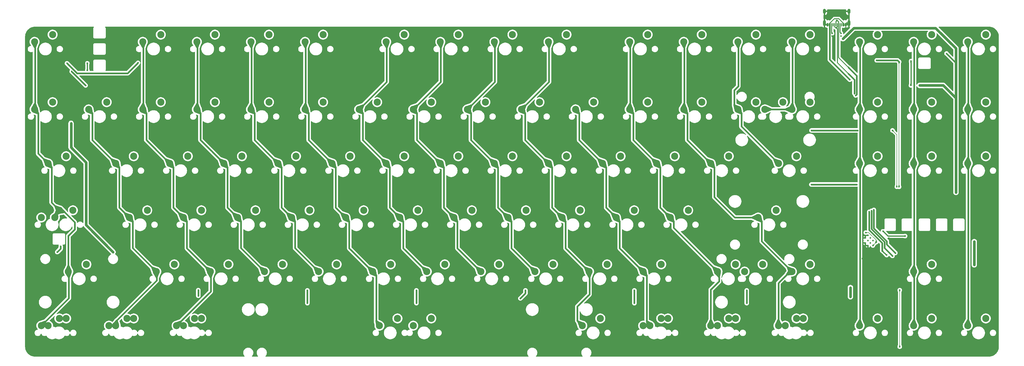
<source format=gbr>
%TF.GenerationSoftware,KiCad,Pcbnew,8.0.1*%
%TF.CreationDate,2025-07-10T21:51:53+09:00*%
%TF.ProjectId,OrionV2V3_rp2040,4f72696f-6e56-4325-9633-5f7270323034,rev?*%
%TF.SameCoordinates,Original*%
%TF.FileFunction,Copper,L1,Top*%
%TF.FilePolarity,Positive*%
%FSLAX46Y46*%
G04 Gerber Fmt 4.6, Leading zero omitted, Abs format (unit mm)*
G04 Created by KiCad (PCBNEW 8.0.1) date 2025-07-10 21:51:53*
%MOMM*%
%LPD*%
G01*
G04 APERTURE LIST*
G04 Aperture macros list*
%AMRoundRect*
0 Rectangle with rounded corners*
0 $1 Rounding radius*
0 $2 $3 $4 $5 $6 $7 $8 $9 X,Y pos of 4 corners*
0 Add a 4 corners polygon primitive as box body*
4,1,4,$2,$3,$4,$5,$6,$7,$8,$9,$2,$3,0*
0 Add four circle primitives for the rounded corners*
1,1,$1+$1,$2,$3*
1,1,$1+$1,$4,$5*
1,1,$1+$1,$6,$7*
1,1,$1+$1,$8,$9*
0 Add four rect primitives between the rounded corners*
20,1,$1+$1,$2,$3,$4,$5,0*
20,1,$1+$1,$4,$5,$6,$7,0*
20,1,$1+$1,$6,$7,$8,$9,0*
20,1,$1+$1,$8,$9,$2,$3,0*%
G04 Aperture macros list end*
%TA.AperFunction,ComponentPad*%
%ADD10C,2.500000*%
%TD*%
%TA.AperFunction,SMDPad,CuDef*%
%ADD11RoundRect,0.150000X0.150000X0.425000X-0.150000X0.425000X-0.150000X-0.425000X0.150000X-0.425000X0*%
%TD*%
%TA.AperFunction,SMDPad,CuDef*%
%ADD12RoundRect,0.075000X0.075000X0.500000X-0.075000X0.500000X-0.075000X-0.500000X0.075000X-0.500000X0*%
%TD*%
%TA.AperFunction,ComponentPad*%
%ADD13O,1.000000X2.100000*%
%TD*%
%TA.AperFunction,ComponentPad*%
%ADD14O,1.000000X1.800000*%
%TD*%
%TA.AperFunction,ComponentPad*%
%ADD15C,0.600000*%
%TD*%
%TA.AperFunction,ViaPad*%
%ADD16C,0.600000*%
%TD*%
%TA.AperFunction,Conductor*%
%ADD17C,0.400000*%
%TD*%
%TA.AperFunction,Conductor*%
%ADD18C,0.600000*%
%TD*%
%TA.AperFunction,Conductor*%
%ADD19C,0.200000*%
%TD*%
%TA.AperFunction,Conductor*%
%ADD20C,0.900000*%
%TD*%
%TA.AperFunction,Conductor*%
%ADD21C,0.500000*%
%TD*%
%TA.AperFunction,Conductor*%
%ADD22C,0.300000*%
%TD*%
G04 APERTURE END LIST*
D10*
%TO.P,MX21,1,1*%
%TO.N,Col4*%
X53340000Y-73660000D03*
%TO.P,MX21,2,2*%
%TO.N,Net-(D21-A)*%
X59690000Y-71120000D03*
%TD*%
%TO.P,MX82,1,1*%
%TO.N,Col5*%
X98583750Y-149860000D03*
X110490000Y-149860000D03*
%TO.P,MX82,2,2*%
%TO.N,Net-(D82-A)*%
X104933750Y-147320000D03*
X116840000Y-147320000D03*
%TD*%
%TO.P,MX69,1,1*%
%TO.N,Col4*%
X77152500Y-130810000D03*
%TO.P,MX69,2,2*%
%TO.N,Net-(D69-A)*%
X83502500Y-128270000D03*
%TD*%
%TO.P,MX8,1,1*%
%TO.N,Col8*%
X139065000Y-49847500D03*
%TO.P,MX8,2,2*%
%TO.N,Net-(D8-A)*%
X145415000Y-47307500D03*
%TD*%
%TO.P,MX47,1,1*%
%TO.N,Col12*%
X215265000Y-92710000D03*
%TO.P,MX47,2,2*%
%TO.N,Net-(D47-A)*%
X221615000Y-90170000D03*
%TD*%
%TO.P,MX75,1,1*%
%TO.N,Col10*%
X191452500Y-130810000D03*
%TO.P,MX75,2,2*%
%TO.N,Net-(D75-A)*%
X197802500Y-128270000D03*
%TD*%
%TO.P,MX81,1,1*%
%TO.N,Col2*%
X27146250Y-149860000D03*
X29527500Y-149860000D03*
%TO.P,MX81,2,2*%
%TO.N,Net-(D81-A)*%
X33496250Y-147320000D03*
X35877500Y-147320000D03*
%TD*%
%TO.P,MX12,1,1*%
%TO.N,Col13*%
X224790000Y-49847500D03*
%TO.P,MX12,2,2*%
%TO.N,Net-(D12-A)*%
X231140000Y-47307500D03*
%TD*%
%TO.P,MX35,1,1*%
%TO.N,Col0*%
X-18097500Y-92710000D03*
%TO.P,MX35,2,2*%
%TO.N,Net-(D35-A)*%
X-11747500Y-90170000D03*
%TD*%
%TO.P,MX56,1,1*%
%TO.N,Col4*%
X67627500Y-111760000D03*
%TO.P,MX56,2,2*%
%TO.N,Net-(D56-A)*%
X73977500Y-109220000D03*
%TD*%
%TO.P,MX85,1,1*%
%TO.N,Col11*%
X215265000Y-149860000D03*
X217646250Y-149860000D03*
%TO.P,MX85,2,2*%
%TO.N,Net-(D85-A)*%
X221615000Y-147320000D03*
X223996250Y-147320000D03*
%TD*%
%TO.P,MX73,1,1*%
%TO.N,Col8*%
X153352500Y-130810000D03*
%TO.P,MX73,2,2*%
%TO.N,Net-(D73-A)*%
X159702500Y-128270000D03*
%TD*%
%TO.P,MX74,1,1*%
%TO.N,Col9*%
X172402500Y-130810000D03*
%TO.P,MX74,2,2*%
%TO.N,Net-(D74-A)*%
X178752500Y-128270000D03*
%TD*%
%TO.P,MX1,1,1*%
%TO.N,Col0*%
X-22860000Y-49847500D03*
%TO.P,MX1,2,2*%
%TO.N,Net-(D1-A)*%
X-16510000Y-47307500D03*
%TD*%
%TO.P,MX63,1,1*%
%TO.N,Col11*%
X200977500Y-111760000D03*
%TO.P,MX63,2,2*%
%TO.N,Net-(D63-A)*%
X207327500Y-109220000D03*
%TD*%
%TO.P,MX44,1,1*%
%TO.N,Col9*%
X158115000Y-92710000D03*
%TO.P,MX44,2,2*%
%TO.N,Net-(D44-A)*%
X164465000Y-90170000D03*
%TD*%
D11*
%TO.P,J3,A1,GND*%
%TO.N,GND*%
X262768250Y-43830000D03*
%TO.P,J3,A4,VBUS*%
%TO.N,VBUS_C*%
X261968250Y-43830000D03*
D12*
%TO.P,J3,A5,CC1*%
%TO.N,CC2*%
X260818250Y-43829999D03*
%TO.P,J3,A6,D+*%
%TO.N,DP*%
X259818250Y-43830000D03*
%TO.P,J3,A7,D-*%
%TO.N,DM*%
X259318250Y-43830000D03*
%TO.P,J3,A8,SBU1*%
%TO.N,unconnected-(J3-SBU1-PadA8)*%
X258318250Y-43829999D03*
D11*
%TO.P,J3,A9,VBUS*%
%TO.N,VBUS_C*%
X257168250Y-43830000D03*
%TO.P,J3,A12,GND*%
%TO.N,GND*%
X256368250Y-43830000D03*
%TO.P,J3,B1,GND*%
X256368250Y-43830000D03*
%TO.P,J3,B4,VBUS*%
%TO.N,VBUS_C*%
X257168250Y-43830000D03*
D12*
%TO.P,J3,B5,CC2*%
%TO.N,CC1*%
X257818250Y-43830000D03*
%TO.P,J3,B6,D+*%
%TO.N,DP*%
X258818250Y-43830000D03*
%TO.P,J3,B7,D-*%
%TO.N,DM*%
X260318250Y-43830000D03*
%TO.P,J3,B8,SBU2*%
%TO.N,unconnected-(J3-SBU2-PadB8)*%
X261318250Y-43830000D03*
D11*
%TO.P,J3,B9,VBUS*%
%TO.N,VBUS_C*%
X261968250Y-43830000D03*
%TO.P,J3,B12,GND*%
%TO.N,GND*%
X262768250Y-43830000D03*
D13*
%TO.P,J3,S1,SHIELD*%
X263888250Y-43255000D03*
D14*
X263888250Y-39075000D03*
D13*
X255248250Y-43255000D03*
D14*
X255248250Y-39075000D03*
%TD*%
D10*
%TO.P,MX62,1,1*%
%TO.N,Col10*%
X181927500Y-111760000D03*
%TO.P,MX62,2,2*%
%TO.N,Net-(D62-A)*%
X188277500Y-109220000D03*
%TD*%
%TO.P,MX18,1,1*%
%TO.N,Col1*%
X-3810000Y-73660000D03*
%TO.P,MX18,2,2*%
%TO.N,Net-(D18-A)*%
X2540000Y-71120000D03*
%TD*%
%TO.P,MX83,1,1*%
%TO.N,Col9*%
X170021250Y-149860000D03*
%TO.P,MX83,2,2*%
%TO.N,Net-(D83-A)*%
X176371250Y-147320000D03*
%TD*%
%TO.P,MX64,1,1*%
%TO.N,Col12*%
X231933750Y-111760000D03*
%TO.P,MX64,2,2*%
%TO.N,Net-(D64-A)*%
X238283750Y-109220000D03*
%TD*%
%TO.P,MX52,1,1*%
%TO.N,Col0*%
X-15716250Y-111760000D03*
X-14128750Y-109220000D03*
%TO.P,MX52,2,2*%
%TO.N,Net-(D52-A)*%
X-20478750Y-111760000D03*
X-9366250Y-109220000D03*
%TD*%
%TO.P,MX25,1,1*%
%TO.N,Col8*%
X129540000Y-73660000D03*
%TO.P,MX25,2,2*%
%TO.N,Net-(D25-A)*%
X135890000Y-71120000D03*
%TD*%
%TO.P,MX41,1,1*%
%TO.N,Col6*%
X100965000Y-92710000D03*
%TO.P,MX41,2,2*%
%TO.N,Net-(D41-A)*%
X107315000Y-90170000D03*
%TD*%
%TO.P,MX22,1,1*%
%TO.N,Col5*%
X72390000Y-73660000D03*
%TO.P,MX22,2,2*%
%TO.N,Net-(D22-A)*%
X78740000Y-71120000D03*
%TD*%
%TO.P,MX60,1,1*%
%TO.N,Col8*%
X143827500Y-111760000D03*
%TO.P,MX60,2,2*%
%TO.N,Net-(D60-A)*%
X150177500Y-109220000D03*
%TD*%
%TO.P,MX68,1,1*%
%TO.N,Col3*%
X58102500Y-130810000D03*
%TO.P,MX68,2,2*%
%TO.N,Net-(D68-A)*%
X64452500Y-128270000D03*
%TD*%
%TO.P,MX80,1,1*%
%TO.N,Col1*%
X3333750Y-149860000D03*
X5715000Y-149860000D03*
%TO.P,MX80,2,2*%
%TO.N,Net-(D80-A)*%
X9683750Y-147320000D03*
X12065000Y-147320000D03*
%TD*%
%TO.P,MX30,1,1*%
%TO.N,Col13*%
X224790000Y-73660000D03*
%TO.P,MX30,2,2*%
%TO.N,Net-(D30-A)*%
X231140000Y-71120000D03*
%TD*%
%TO.P,MX61,1,1*%
%TO.N,Col9*%
X162877500Y-111760000D03*
%TO.P,MX61,2,2*%
%TO.N,Net-(D61-A)*%
X169227500Y-109220000D03*
%TD*%
%TO.P,MX54,1,1*%
%TO.N,Col2*%
X29527500Y-111760000D03*
%TO.P,MX54,2,2*%
%TO.N,Net-(D54-A)*%
X35877500Y-109220000D03*
%TD*%
%TO.P,MX78,1,1*%
%TO.N,Col16*%
X286702500Y-130810000D03*
%TO.P,MX78,2,2*%
%TO.N,Net-(D78-A)*%
X293052500Y-128270000D03*
%TD*%
%TO.P,MX24,1,1*%
%TO.N,Col7*%
X110490000Y-73660000D03*
%TO.P,MX24,2,2*%
%TO.N,Net-(D24-A)*%
X116840000Y-71120000D03*
%TD*%
%TO.P,MX51,1,1*%
%TO.N,Col17*%
X305752500Y-92710000D03*
%TO.P,MX51,2,2*%
%TO.N,Net-(D51-A)*%
X312102500Y-90170000D03*
%TD*%
%TO.P,MX48,1,1*%
%TO.N,Col13*%
X239077500Y-92710000D03*
%TO.P,MX48,2,2*%
%TO.N,Net-(D48-A)*%
X245427500Y-90170000D03*
%TD*%
%TO.P,MX26,1,1*%
%TO.N,Col9*%
X148590000Y-73660000D03*
%TO.P,MX26,2,2*%
%TO.N,Net-(D26-A)*%
X154940000Y-71120000D03*
%TD*%
%TO.P,MX17,1,1*%
%TO.N,Col0*%
X-22860000Y-73660000D03*
%TO.P,MX17,2,2*%
%TO.N,Net-(D17-A)*%
X-16510000Y-71120000D03*
%TD*%
%TO.P,MX67,1,1*%
%TO.N,Col2*%
X39052500Y-130810000D03*
%TO.P,MX67,2,2*%
%TO.N,Net-(D67-A)*%
X45402500Y-128270000D03*
%TD*%
%TO.P,MX29,1,1*%
%TO.N,Col12*%
X205740000Y-73660000D03*
%TO.P,MX29,2,2*%
%TO.N,Net-(D29-A)*%
X212090000Y-71120000D03*
%TD*%
%TO.P,MX87,1,1*%
%TO.N,Col15*%
X267652500Y-149860000D03*
%TO.P,MX87,2,2*%
%TO.N,Net-(D87-A)*%
X274002500Y-147320000D03*
%TD*%
%TO.P,MX5,1,1*%
%TO.N,Col5*%
X72390000Y-49847500D03*
%TO.P,MX5,2,2*%
%TO.N,Net-(D5-A)*%
X78740000Y-47307500D03*
%TD*%
%TO.P,MX15,1,1*%
%TO.N,Col16*%
X286702500Y-49847500D03*
%TO.P,MX15,2,2*%
%TO.N,Net-(D15-A)*%
X293052500Y-47307500D03*
%TD*%
%TO.P,MX86,1,1*%
%TO.N,Col12*%
X239077500Y-149860000D03*
X241458750Y-149860000D03*
%TO.P,MX86,2,2*%
%TO.N,Net-(D86-A)*%
X245427500Y-147320000D03*
X247808750Y-147320000D03*
%TD*%
%TO.P,MX55,1,1*%
%TO.N,Col3*%
X48577500Y-111760000D03*
%TO.P,MX55,2,2*%
%TO.N,Net-(D55-A)*%
X54927500Y-109220000D03*
%TD*%
%TO.P,MX84,1,1*%
%TO.N,Col10*%
X191452500Y-149860000D03*
X193833750Y-149860000D03*
%TO.P,MX84,2,2*%
%TO.N,Net-(D84-A)*%
X197802500Y-147320000D03*
X200183750Y-147320000D03*
%TD*%
%TO.P,MX53,1,1*%
%TO.N,Col1*%
X10477500Y-111760000D03*
%TO.P,MX53,2,2*%
%TO.N,Net-(D53-A)*%
X16827500Y-109220000D03*
%TD*%
%TO.P,MX79,1,1*%
%TO.N,Col0*%
X-20478750Y-149860000D03*
X-18097500Y-149860000D03*
%TO.P,MX79,2,2*%
%TO.N,Net-(D79-A)*%
X-14128750Y-147320000D03*
X-11747500Y-147320000D03*
%TD*%
%TO.P,MX14,1,1*%
%TO.N,Col15*%
X267652500Y-49847500D03*
%TO.P,MX14,2,2*%
%TO.N,Net-(D14-A)*%
X274002500Y-47307500D03*
%TD*%
%TO.P,MX10,1,1*%
%TO.N,Col11*%
X186690000Y-49847500D03*
%TO.P,MX10,2,2*%
%TO.N,Net-(D10-A)*%
X193040000Y-47307500D03*
%TD*%
%TO.P,MX2,1,1*%
%TO.N,Col2*%
X15240000Y-49847500D03*
%TO.P,MX2,2,2*%
%TO.N,Net-(D2-A)*%
X21590000Y-47307500D03*
%TD*%
%TO.P,MX7,1,1*%
%TO.N,Col7*%
X120015000Y-49847500D03*
%TO.P,MX7,2,2*%
%TO.N,Net-(D7-A)*%
X126365000Y-47307500D03*
%TD*%
%TO.P,MX31,1,1*%
%TO.N,Col14*%
X234315000Y-73660000D03*
X243840000Y-73660000D03*
%TO.P,MX31,2,2*%
%TO.N,Net-(D31-A)*%
X240665000Y-71120000D03*
X250190000Y-71120000D03*
%TD*%
%TO.P,MX77,1,1*%
%TO.N,Col12*%
X243840000Y-130810000D03*
%TO.P,MX77,2,2*%
%TO.N,Net-(D77-A)*%
X250190000Y-128270000D03*
%TD*%
%TO.P,MX57,1,1*%
%TO.N,Col5*%
X86677500Y-111760000D03*
%TO.P,MX57,2,2*%
%TO.N,Net-(D57-A)*%
X93027500Y-109220000D03*
%TD*%
%TO.P,MX20,1,1*%
%TO.N,Col3*%
X34290000Y-73660000D03*
%TO.P,MX20,2,2*%
%TO.N,Net-(D20-A)*%
X40640000Y-71120000D03*
%TD*%
%TO.P,MX16,1,1*%
%TO.N,Col17*%
X305752500Y-49847500D03*
%TO.P,MX16,2,2*%
%TO.N,Net-(D16-A)*%
X312102500Y-47307500D03*
%TD*%
%TO.P,MX58,1,1*%
%TO.N,Col6*%
X105727500Y-111760000D03*
%TO.P,MX58,2,2*%
%TO.N,Net-(D58-A)*%
X112077500Y-109220000D03*
%TD*%
%TO.P,MX89,1,1*%
%TO.N,Col17*%
X305752500Y-149860000D03*
%TO.P,MX89,2,2*%
%TO.N,Net-(D89-A)*%
X312102500Y-147320000D03*
%TD*%
%TO.P,MX46,1,1*%
%TO.N,Col11*%
X196215000Y-92710000D03*
%TO.P,MX46,2,2*%
%TO.N,Net-(D46-A)*%
X202565000Y-90170000D03*
%TD*%
%TO.P,MX34,1,1*%
%TO.N,Col17*%
X305752500Y-73660000D03*
%TO.P,MX34,2,2*%
%TO.N,Net-(D34-A)*%
X312102500Y-71120000D03*
%TD*%
%TO.P,MX40,1,1*%
%TO.N,Col5*%
X81915000Y-92710000D03*
%TO.P,MX40,2,2*%
%TO.N,Net-(D40-A)*%
X88265000Y-90170000D03*
%TD*%
%TO.P,MX59,1,1*%
%TO.N,Col7*%
X124777500Y-111760000D03*
%TO.P,MX59,2,2*%
%TO.N,Net-(D59-A)*%
X131127500Y-109220000D03*
%TD*%
%TO.P,MX19,1,1*%
%TO.N,Col2*%
X15240000Y-73660000D03*
%TO.P,MX19,2,2*%
%TO.N,Net-(D19-A)*%
X21590000Y-71120000D03*
%TD*%
%TO.P,MX28,1,1*%
%TO.N,Col11*%
X186690000Y-73660000D03*
%TO.P,MX28,2,2*%
%TO.N,Net-(D28-A)*%
X193040000Y-71120000D03*
%TD*%
%TO.P,MX76,1,1*%
%TO.N,Col11*%
X217646250Y-130810000D03*
X233521250Y-128270000D03*
%TO.P,MX76,2,2*%
%TO.N,Net-(D76-A)*%
X223996250Y-128270000D03*
X227171250Y-130810000D03*
%TD*%
%TO.P,MX72,1,1*%
%TO.N,Col7*%
X134302500Y-130810000D03*
%TO.P,MX72,2,2*%
%TO.N,Net-(D72-A)*%
X140652500Y-128270000D03*
%TD*%
%TO.P,MX33,1,1*%
%TO.N,Col16*%
X286702500Y-73660000D03*
%TO.P,MX33,2,2*%
%TO.N,Net-(D33-A)*%
X293052500Y-71120000D03*
%TD*%
%TO.P,MX32,1,1*%
%TO.N,Col15*%
X267652500Y-73660000D03*
%TO.P,MX32,2,2*%
%TO.N,Net-(D32-A)*%
X274002500Y-71120000D03*
%TD*%
%TO.P,MX49,1,1*%
%TO.N,Col15*%
X267652500Y-92710000D03*
%TO.P,MX49,2,2*%
%TO.N,Net-(D49-A)*%
X274002500Y-90170000D03*
%TD*%
%TO.P,MX88,1,1*%
%TO.N,Col16*%
X286702500Y-149860000D03*
%TO.P,MX88,2,2*%
%TO.N,Net-(D88-A)*%
X293052500Y-147320000D03*
%TD*%
%TO.P,MX4,1,1*%
%TO.N,Col4*%
X53340000Y-49847500D03*
%TO.P,MX4,2,2*%
%TO.N,Net-(D4-A)*%
X59690000Y-47307500D03*
%TD*%
%TO.P,MX23,1,1*%
%TO.N,Col6*%
X91440000Y-73660000D03*
%TO.P,MX23,2,2*%
%TO.N,Net-(D23-A)*%
X97790000Y-71120000D03*
%TD*%
%TO.P,MX39,1,1*%
%TO.N,Col4*%
X62865000Y-92710000D03*
%TO.P,MX39,2,2*%
%TO.N,Net-(D39-A)*%
X69215000Y-90170000D03*
%TD*%
%TO.P,MX27,1,1*%
%TO.N,Col10*%
X167640000Y-73660000D03*
%TO.P,MX27,2,2*%
%TO.N,Net-(D27-A)*%
X173990000Y-71120000D03*
%TD*%
%TO.P,MX3,1,1*%
%TO.N,Col3*%
X34290000Y-49847500D03*
%TO.P,MX3,2,2*%
%TO.N,Net-(D3-A)*%
X40640000Y-47307500D03*
%TD*%
%TO.P,MX66,1,1*%
%TO.N,Col1*%
X20002500Y-130810000D03*
%TO.P,MX66,2,2*%
%TO.N,Net-(D66-A)*%
X26352500Y-128270000D03*
%TD*%
%TO.P,MX43,1,1*%
%TO.N,Col8*%
X139065000Y-92710000D03*
%TO.P,MX43,2,2*%
%TO.N,Net-(D43-A)*%
X145415000Y-90170000D03*
%TD*%
%TO.P,MX13,1,1*%
%TO.N,Col14*%
X243840000Y-49847500D03*
%TO.P,MX13,2,2*%
%TO.N,Net-(D13-A)*%
X250190000Y-47307500D03*
%TD*%
%TO.P,MX36,1,1*%
%TO.N,Col1*%
X5715000Y-92710000D03*
%TO.P,MX36,2,2*%
%TO.N,Net-(D36-A)*%
X12065000Y-90170000D03*
%TD*%
%TO.P,MX65,1,1*%
%TO.N,Col0*%
X-10953750Y-130810000D03*
%TO.P,MX65,2,2*%
%TO.N,Net-(D65-A)*%
X-4603750Y-128270000D03*
%TD*%
%TO.P,MX9,1,1*%
%TO.N,Col9*%
X158115000Y-49847500D03*
%TO.P,MX9,2,2*%
%TO.N,Net-(D9-A)*%
X164465000Y-47307500D03*
%TD*%
%TO.P,MX6,1,1*%
%TO.N,Col6*%
X100965000Y-49847500D03*
%TO.P,MX6,2,2*%
%TO.N,Net-(D6-A)*%
X107315000Y-47307500D03*
%TD*%
%TO.P,MX70,1,1*%
%TO.N,Col5*%
X96202500Y-130810000D03*
%TO.P,MX70,2,2*%
%TO.N,Net-(D70-A)*%
X102552500Y-128270000D03*
%TD*%
%TO.P,MX45,1,1*%
%TO.N,Col10*%
X177165000Y-92710000D03*
%TO.P,MX45,2,2*%
%TO.N,Net-(D45-A)*%
X183515000Y-90170000D03*
%TD*%
%TO.P,MX71,1,1*%
%TO.N,Col6*%
X115252500Y-130810000D03*
%TO.P,MX71,2,2*%
%TO.N,Net-(D71-A)*%
X121602500Y-128270000D03*
%TD*%
%TO.P,MX38,1,1*%
%TO.N,Col3*%
X43815000Y-92710000D03*
%TO.P,MX38,2,2*%
%TO.N,Net-(D38-A)*%
X50165000Y-90170000D03*
%TD*%
%TO.P,MX11,1,1*%
%TO.N,Col12*%
X205740000Y-49847500D03*
%TO.P,MX11,2,2*%
%TO.N,Net-(D11-A)*%
X212090000Y-47307500D03*
%TD*%
%TO.P,MX42,1,1*%
%TO.N,Col7*%
X120015000Y-92710000D03*
%TO.P,MX42,2,2*%
%TO.N,Net-(D42-A)*%
X126365000Y-90170000D03*
%TD*%
%TO.P,MX50,1,1*%
%TO.N,Col16*%
X286702500Y-92710000D03*
%TO.P,MX50,2,2*%
%TO.N,Net-(D50-A)*%
X293052500Y-90170000D03*
%TD*%
%TO.P,MX37,1,1*%
%TO.N,Col2*%
X24765000Y-92710000D03*
%TO.P,MX37,2,2*%
%TO.N,Net-(D37-A)*%
X31115000Y-90170000D03*
%TD*%
D14*
%TO.P,J1,S1,SHIELD*%
%TO.N,GND*%
X255248250Y-39075000D03*
D13*
X255248250Y-43255000D03*
D14*
X263888250Y-39075000D03*
D13*
X263888250Y-43255000D03*
%TD*%
D15*
%TO.P,U3,57,GND*%
%TO.N,GND*%
X268791689Y-119840000D03*
X269693250Y-120741561D03*
X270594811Y-121643122D03*
X269693250Y-118938439D03*
X270594811Y-119840000D03*
X271496372Y-120741561D03*
X270594811Y-118036878D03*
X271496372Y-118938439D03*
X272397933Y-119840000D03*
%TD*%
D16*
%TO.N,GND*%
X300037500Y-107156250D03*
X290512500Y-107156250D03*
X283368750Y-107156250D03*
%TO.N,+3V3*%
X271068250Y-109740000D03*
X277193250Y-124990000D03*
X275647513Y-123479061D03*
%TO.N,+1V1*%
X273550173Y-120420173D03*
X272350173Y-121620173D03*
X269832247Y-117067029D03*
%TO.N,VBUS*%
X261818250Y-48775000D03*
X111601249Y-141925000D03*
X301618250Y-84690000D03*
X149993250Y-137415000D03*
X-9469250Y-87602500D03*
X-4895001Y-65214999D03*
X-9775000Y-60300000D03*
X34793250Y-139315000D03*
X188351250Y-141925000D03*
X227913250Y-141925000D03*
X4796050Y-123925000D03*
X227918250Y-137415000D03*
X264443250Y-136440000D03*
X73193250Y-137415000D03*
X111593250Y-137415000D03*
X308043250Y-128415000D03*
X298273250Y-53965000D03*
X264443250Y-139665000D03*
X148200000Y-140240000D03*
X73201250Y-141925000D03*
X301618250Y-102915000D03*
X-4295000Y-57400000D03*
X285750000Y-65215000D03*
X283700000Y-118275000D03*
X34793250Y-137340000D03*
X188343250Y-137415000D03*
X285800000Y-56605000D03*
X-4731750Y-101715000D03*
X-10012500Y-78562500D03*
X-14865000Y-123915000D03*
X-13670000Y-121900000D03*
X288790000Y-65215000D03*
X275925000Y-116555000D03*
X-4275000Y-59925000D03*
X301618250Y-69690000D03*
X308043250Y-120250000D03*
%TO.N,DP*%
X265843249Y-68031751D03*
X263943251Y-61327500D03*
X271868250Y-109393250D03*
X259520000Y-44920000D03*
X279221283Y-125278998D03*
%TO.N,DM*%
X259600000Y-42340000D03*
X263943251Y-59052500D03*
X272675000Y-109068629D03*
X266265686Y-68740686D03*
X280264266Y-124236016D03*
%TO.N,Col4*%
X53495000Y-61465000D03*
%TO.N,Col11*%
X197475000Y-102415000D03*
%TO.N,Col3*%
X39519125Y-88414125D03*
%TO.N,Row2*%
X250675000Y-100115000D03*
X266650000Y-100115000D03*
%TO.N,Col0*%
X-21600000Y-86915000D03*
%TO.N,Col10*%
X178425000Y-102015000D03*
%TO.N,Col9*%
X159375000Y-101390000D03*
%TO.N,Row1*%
X250730750Y-81065000D03*
X280775000Y-100915000D03*
X267007500Y-81065000D03*
X279250000Y-81065000D03*
%TO.N,Col7*%
X120170000Y-60040000D03*
%TO.N,Row0*%
X13555750Y-57252500D03*
X-11450000Y-57425000D03*
X273665750Y-56375000D03*
X281589125Y-56935875D03*
X281575000Y-100915000D03*
%TO.N,Col8*%
X139220000Y-59640000D03*
%TO.N,Col2*%
X20006625Y-87951625D03*
%TO.N,Col14*%
X243995000Y-62490000D03*
%TO.N,Col13*%
X224945000Y-62090000D03*
%TO.N,Col5*%
X72545000Y-60840000D03*
%TO.N,Col1*%
X544125Y-87539125D03*
%TO.N,Col6*%
X101120000Y-60440000D03*
%TO.N,Col12*%
X216525000Y-102815000D03*
%TO.N,Row5*%
X281793250Y-157265000D03*
X281793250Y-137340000D03*
%TO.N,Col15*%
X267807500Y-113941420D03*
%TO.N,Col16*%
X286857500Y-102115000D03*
%TO.N,Col17*%
X305907500Y-101490000D03*
%TO.N,VBUS_C*%
X257168250Y-43840000D03*
X264218250Y-63165001D03*
X261968250Y-43840000D03*
%TO.N,CC1*%
X257993250Y-46885000D03*
%TO.N,CC2*%
X261118250Y-46885000D03*
%TO.N,GND*%
X154781250Y-83343750D03*
X266045000Y-110075000D03*
X209550000Y-152400000D03*
X228600000Y-114300000D03*
X192881250Y-83343750D03*
X190500000Y-95250000D03*
X-16668750Y-83343750D03*
X262500000Y-117500000D03*
X275468250Y-130115000D03*
X90487500Y-133350000D03*
X40481250Y-83343750D03*
X73818750Y-159543750D03*
X126206250Y-152400000D03*
X147400000Y-50825000D03*
X92868750Y-159543750D03*
X275700000Y-53975000D03*
X292893750Y-159543750D03*
X42625000Y-50825000D03*
X235743750Y-130968750D03*
X166687500Y-140493750D03*
X71437500Y-133350000D03*
X-23050000Y-99400000D03*
X-23330000Y-127810000D03*
X28575000Y-140493750D03*
X164306250Y-152400000D03*
X5775000Y-58975000D03*
X283368750Y-95250000D03*
X297656250Y-95250000D03*
X195262500Y-114300000D03*
X258500000Y-54000000D03*
X202406250Y-54768750D03*
X-16500000Y-125500000D03*
X207168750Y-140493750D03*
X-14000000Y-69000000D03*
X273725000Y-113945000D03*
X-14500000Y-50425000D03*
X64293750Y-140493750D03*
X273043250Y-130115000D03*
X123825000Y-76200000D03*
X264500000Y-119500000D03*
X278606250Y-159543750D03*
X-12000000Y-69000000D03*
X-5375000Y-45875000D03*
X228600000Y-95250000D03*
X278250000Y-53950000D03*
X-25225000Y-118375000D03*
X9525000Y-76200000D03*
X309875000Y-67825000D03*
X258975000Y-72200000D03*
X257175000Y-133350000D03*
X265825000Y-97850000D03*
X254793750Y-140493750D03*
X83343750Y-159543750D03*
X211931250Y-83343750D03*
X45243750Y-159543750D03*
X-12000000Y-73000000D03*
X180975000Y-76200000D03*
X2575000Y-58900000D03*
X278225000Y-136700000D03*
X85725000Y-76200000D03*
X102393750Y-140493750D03*
X195262500Y-140493750D03*
X47625000Y-76200000D03*
X-23812500Y-152400000D03*
X11250000Y-50500000D03*
X154781250Y-54768750D03*
X78581250Y-140493750D03*
X-8870000Y-75590000D03*
X-23325000Y-108750000D03*
X100012500Y-114300000D03*
X293062500Y-58137500D03*
X-14625000Y-121900000D03*
X50006250Y-54768750D03*
X97631250Y-83343750D03*
X119062500Y-114300000D03*
X95250000Y-95250000D03*
X-18450000Y-121575000D03*
X247650000Y-114300000D03*
X171450000Y-95250000D03*
X52387500Y-140493750D03*
X285800000Y-55650000D03*
X64293750Y-159543750D03*
X278606250Y-95250000D03*
X-23275000Y-112450000D03*
X157162500Y-140493750D03*
X310550000Y-142100000D03*
X261100000Y-47825000D03*
X104775000Y-76200000D03*
X290512500Y-47625000D03*
X312150000Y-82300000D03*
X266518250Y-115190000D03*
X309600000Y-82275000D03*
X21431250Y-152400000D03*
X275651335Y-124832883D03*
X90487500Y-140493750D03*
X282725000Y-50500000D03*
X135731250Y-159543750D03*
X28575000Y-76200000D03*
X19050000Y-95250000D03*
X61912500Y-114300000D03*
X260500000Y-115500000D03*
X316175000Y-88850000D03*
X147637500Y-133350000D03*
X133350000Y-52387500D03*
X261937500Y-140493750D03*
X-23330000Y-146850000D03*
X300037500Y-76200000D03*
X247650000Y-140493750D03*
X219075000Y-114300000D03*
X258000000Y-47825000D03*
X57150000Y-95250000D03*
X157162500Y-159543750D03*
X107156250Y-159543750D03*
X-23325000Y-89700000D03*
X315700000Y-115950000D03*
X315675000Y-110000000D03*
X254793750Y-52387500D03*
X211931250Y-140493750D03*
X116050000Y-50500000D03*
X135731250Y-83343750D03*
X257175000Y-152400000D03*
X280150000Y-135225000D03*
X145256250Y-159543750D03*
X300037500Y-123825000D03*
X257175000Y-159543750D03*
X4762500Y-114300000D03*
X276468250Y-140290000D03*
X142875000Y-76200000D03*
X278000000Y-119025000D03*
X128587500Y-140493750D03*
X176212500Y-140493750D03*
X273043250Y-132640000D03*
X209550000Y-159543750D03*
X38100000Y-95250000D03*
X311943750Y-114300000D03*
X280475000Y-121675000D03*
X278606250Y-152400000D03*
X258825000Y-85425000D03*
X-20825000Y-121250000D03*
X303900000Y-89350000D03*
X9525000Y-140493750D03*
X135731250Y-152400000D03*
X161925000Y-76200000D03*
X54768750Y-152400000D03*
X0Y-140493750D03*
X109537500Y-159543750D03*
X309562500Y-114300000D03*
X180975000Y-52387500D03*
X300037500Y-152400000D03*
X221456250Y-159543750D03*
X252975000Y-71400000D03*
X195025000Y-50825000D03*
X154125000Y-50500000D03*
X14287500Y-133350000D03*
X109300000Y-50825000D03*
X152400000Y-95250000D03*
X114300000Y-95250000D03*
X7300000Y-54050000D03*
X303900000Y-82300000D03*
X-25150000Y-102475000D03*
X242887500Y-83343750D03*
X279750000Y-136650000D03*
X309562500Y-47625000D03*
X240506250Y-54768750D03*
X76200000Y-95250000D03*
X116681250Y-83343750D03*
X211931250Y-133350000D03*
X-23200000Y-94650000D03*
X119062500Y-140493750D03*
X80962500Y-114300000D03*
X-5250000Y-57375000D03*
X315675000Y-67875000D03*
X279450000Y-120525000D03*
X283368750Y-76200000D03*
X64293750Y-152400000D03*
X311943750Y-133350000D03*
X300037500Y-133350000D03*
X228600000Y-121443750D03*
X33337500Y-133350000D03*
X275925000Y-115600000D03*
X315700000Y-105975000D03*
X166687500Y-133350000D03*
X2525000Y-47375000D03*
X270793250Y-129340000D03*
X259025000Y-79075000D03*
X252412500Y-95250000D03*
X315750000Y-125025000D03*
X-2381250Y-114300000D03*
X171450000Y-52387500D03*
X176212500Y-114300000D03*
X-16837500Y-118550000D03*
X66675000Y-52387500D03*
X265650000Y-78325000D03*
X270443250Y-140265000D03*
X221456250Y-76200000D03*
X145256250Y-152400000D03*
X258475000Y-51825000D03*
X235743750Y-140493750D03*
X-25150000Y-64400000D03*
X261175000Y-68675000D03*
X164306250Y-159543750D03*
X202406250Y-76200000D03*
X49375000Y-50500000D03*
X-19050000Y-133350000D03*
X78581250Y-83343750D03*
X-5250000Y-51650000D03*
X126206250Y-159543750D03*
X-2381250Y-152400000D03*
X278606250Y-76200000D03*
X261937500Y-152400000D03*
X252950000Y-74250000D03*
X301775000Y-50500000D03*
X-7775000Y-50500000D03*
X138112500Y-140493750D03*
X258993250Y-74990000D03*
X214312500Y-114300000D03*
X83343750Y-152400000D03*
X209550000Y-95250000D03*
X312175000Y-63350000D03*
X52387500Y-133350000D03*
X290512500Y-123825000D03*
X185737500Y-152400000D03*
X116681250Y-54768750D03*
X230981250Y-140493750D03*
X19050000Y-140493750D03*
X128587500Y-133350000D03*
X264495000Y-107925000D03*
X88106250Y-54768750D03*
X233362500Y-159543750D03*
X2381250Y-83343750D03*
X2381250Y-133350000D03*
X42862500Y-114300000D03*
X233125000Y-50825000D03*
X95250000Y-52387500D03*
X265418250Y-123315000D03*
X204787500Y-133350000D03*
X59531250Y-83343750D03*
X265100000Y-142875000D03*
X263220000Y-107950002D03*
X185737500Y-140493750D03*
X268668250Y-126215000D03*
X239875000Y-50500000D03*
X73818750Y-152400000D03*
X311943750Y-159543750D03*
X303900000Y-85875000D03*
X40481250Y-140493750D03*
X233362500Y-152400000D03*
X190500000Y-159543750D03*
X303725000Y-70725000D03*
X80725000Y-50825000D03*
X315675000Y-86925000D03*
X109537500Y-133350000D03*
X21431250Y-83343750D03*
X157162500Y-114300000D03*
X173831250Y-83343750D03*
X271462500Y-47625000D03*
X275468250Y-132640000D03*
X219075000Y-52387500D03*
X66675000Y-76200000D03*
X-25160000Y-140570000D03*
X252412500Y-114300000D03*
X154781250Y-152400000D03*
X233362500Y-95250000D03*
X-25125000Y-121550000D03*
X307100000Y-82300000D03*
X297300000Y-53975000D03*
X233362500Y-83343750D03*
X-18950000Y-98125000D03*
X185737500Y-133350000D03*
X23812500Y-114300000D03*
X261937500Y-52387500D03*
X-2381250Y-95250000D03*
X45243750Y-152400000D03*
X87475000Y-50500000D03*
X133350000Y-95250000D03*
X261775000Y-79100000D03*
X8150000Y-46350000D03*
X2600000Y-53150000D03*
X92868750Y-152400000D03*
X245268750Y-159543750D03*
X312175000Y-120525000D03*
X138112500Y-114300000D03*
X290512500Y-140493750D03*
X201775000Y-50500000D03*
X-18700000Y-103375000D03*
X-19625000Y-116450000D03*
%TD*%
D17*
%TO.N,VBUS*%
X285750000Y-56605000D02*
X285800000Y-56605000D01*
X285750000Y-65215000D02*
X285750000Y-56605000D01*
%TO.N,+3V3*%
X277193250Y-124990000D02*
X277158452Y-124990000D01*
X277158452Y-124990000D02*
X275647513Y-123479061D01*
D18*
X271068250Y-109740000D02*
X271068250Y-116171370D01*
X271068250Y-116171370D02*
X275647513Y-120750633D01*
X275647513Y-120750633D02*
X275647513Y-123479061D01*
D19*
%TO.N,+1V1*%
X273550173Y-120420173D02*
X272350173Y-121620173D01*
X270897029Y-117067029D02*
X273550173Y-119720173D01*
X273550173Y-119720173D02*
X273550173Y-120420173D01*
X269832247Y-117067029D02*
X270897029Y-117067029D01*
D20*
%TO.N,VBUS*%
X301618250Y-102915000D02*
X301618250Y-92765000D01*
X-10012500Y-78562500D02*
X-10012500Y-87059250D01*
D18*
X-13670000Y-122720000D02*
X-13670000Y-121900000D01*
X188351250Y-141925000D02*
X188351250Y-137423000D01*
D17*
X277645000Y-118275000D02*
X283700000Y-118275000D01*
D20*
X294437463Y-44987463D02*
X301618250Y-52168250D01*
X301618250Y-57525000D02*
X301618250Y-69690000D01*
X261818250Y-48775000D02*
X265605787Y-44987463D01*
X-4731750Y-101715000D02*
X-4731750Y-92340000D01*
X301618250Y-92765000D02*
X301618250Y-84690000D01*
X-4731750Y-114397200D02*
X-4731750Y-101715000D01*
D18*
X148200000Y-140240000D02*
X150001250Y-138438750D01*
D20*
X264443250Y-136440000D02*
X264443250Y-139665000D01*
X4796050Y-123925000D02*
X-4731750Y-114397200D01*
D18*
X73201250Y-137423000D02*
X73193250Y-137415000D01*
X298701625Y-66773375D02*
X298273250Y-66345000D01*
X-4895001Y-65214999D02*
X-9775000Y-60335000D01*
X150001250Y-137423000D02*
X149993250Y-137415000D01*
D17*
X-4295000Y-59905000D02*
X-4295000Y-57400000D01*
D20*
X-4731750Y-92340000D02*
X-9469250Y-87602500D01*
X288790000Y-65215000D02*
X297143250Y-65215000D01*
D18*
X34793250Y-139315000D02*
X34793250Y-137340000D01*
X111601249Y-141925000D02*
X111601249Y-137422999D01*
X111601249Y-137422999D02*
X111593250Y-137415000D01*
D21*
X301618250Y-57310000D02*
X301618250Y-57525000D01*
D17*
X-4275000Y-59925000D02*
X-4295000Y-59905000D01*
D21*
X298273250Y-53965000D02*
X301618250Y-57310000D01*
D18*
X227913250Y-141925000D02*
X227913250Y-137420000D01*
X188351250Y-137423000D02*
X188343250Y-137415000D01*
D20*
X-10012500Y-87059250D02*
X-9469250Y-87602500D01*
D18*
X227913250Y-137420000D02*
X227918250Y-137415000D01*
X150001250Y-138438750D02*
X150001250Y-137423000D01*
D20*
X297143250Y-65215000D02*
X301618250Y-69690000D01*
X301618250Y-84690000D02*
X301618250Y-69690000D01*
X308043250Y-128415000D02*
X308043250Y-120250000D01*
D18*
X-14865000Y-123915000D02*
X-13670000Y-122720000D01*
D17*
X275925000Y-116555000D02*
X277645000Y-118275000D01*
D18*
X73201250Y-141925000D02*
X73201250Y-137423000D01*
X-9775000Y-60335000D02*
X-9775000Y-60300000D01*
D20*
X301618250Y-52168250D02*
X301618250Y-57525000D01*
X265605787Y-44987463D02*
X294437463Y-44987463D01*
D18*
%TO.N,DP*%
X276447513Y-120419262D02*
X276447513Y-122505228D01*
X271868250Y-109393250D02*
X271868250Y-115840000D01*
D22*
X259520000Y-44920000D02*
X259818250Y-44621750D01*
D18*
X265843249Y-68031751D02*
X265843249Y-63227498D01*
D22*
X259818250Y-57202499D02*
X259818250Y-45218250D01*
D18*
X265843249Y-63227498D02*
X263943251Y-61327500D01*
D22*
X263943251Y-61327500D02*
X259818250Y-57202499D01*
D18*
X271868250Y-115840000D02*
X276447513Y-120419262D01*
D22*
X258818250Y-44508120D02*
X258818250Y-43830000D01*
X259520000Y-44920000D02*
X259230130Y-44920000D01*
X259230130Y-44920000D02*
X258818250Y-44508120D01*
X259818250Y-45218250D02*
X259520000Y-44920000D01*
X259818250Y-44621750D02*
X259818250Y-43830000D01*
D18*
X276447513Y-122505228D02*
X279221283Y-125278998D01*
D22*
%TO.N,DM*%
X259600000Y-42340000D02*
X259850000Y-42340000D01*
X259850000Y-42340000D02*
X260318250Y-42808250D01*
D18*
X272675000Y-109068629D02*
X272675000Y-115515378D01*
X263943251Y-59052500D02*
X266643249Y-61752498D01*
X266643249Y-68363122D02*
X266265686Y-68740686D01*
X266643249Y-61752498D02*
X266643249Y-68363122D01*
X272675000Y-115515378D02*
X277247513Y-120087891D01*
X277247513Y-120087891D02*
X277247513Y-121219263D01*
D22*
X260318250Y-42808250D02*
X260318250Y-43830000D01*
D18*
X277247513Y-121219263D02*
X280264266Y-124236016D01*
D22*
X259318250Y-42621750D02*
X259318250Y-43830000D01*
X260318250Y-55427499D02*
X260318250Y-43830000D01*
X263943251Y-59052500D02*
X260318250Y-55427499D01*
X259600000Y-42340000D02*
X259318250Y-42621750D01*
D18*
%TO.N,Col4*%
X64125000Y-108257500D02*
X67627500Y-111760000D01*
X54600000Y-74920000D02*
X54600000Y-84445000D01*
X53495000Y-50002500D02*
X53495000Y-61465000D01*
X68877499Y-113009999D02*
X68877499Y-122534999D01*
X53495000Y-73505000D02*
X53340000Y-73660000D01*
X67627500Y-111760000D02*
X68877499Y-113009999D01*
X68877499Y-122534999D02*
X77152500Y-130810000D01*
X62865000Y-92710000D02*
X64125000Y-93970000D01*
X64125000Y-93970000D02*
X64125000Y-108257500D01*
X53495000Y-61465000D02*
X53495000Y-73505000D01*
X53340000Y-73660000D02*
X54600000Y-74920000D01*
X53340000Y-49847500D02*
X53495000Y-50002500D01*
X54600000Y-84445000D02*
X62865000Y-92710000D01*
%TO.N,Col11*%
X218175000Y-131338750D02*
X218175000Y-134250000D01*
X186845000Y-50002500D02*
X186845000Y-73505000D01*
X186690000Y-49847500D02*
X186845000Y-50002500D01*
X187950000Y-74920000D02*
X187950000Y-84445000D01*
X217646250Y-130810000D02*
X218175000Y-131338750D01*
X197475000Y-93970000D02*
X197475000Y-102415000D01*
X197475000Y-108257500D02*
X200977500Y-111760000D01*
X202237500Y-113020000D02*
X202237500Y-115401250D01*
X215265000Y-137160000D02*
X215265000Y-149860000D01*
X197475000Y-102415000D02*
X197475000Y-108257500D01*
X186845000Y-73505000D02*
X186690000Y-73660000D01*
X196215000Y-92710000D02*
X197475000Y-93970000D01*
X200977500Y-111760000D02*
X202237500Y-113020000D01*
X202237500Y-115401250D02*
X217646250Y-130810000D01*
X187950000Y-84445000D02*
X196215000Y-92710000D01*
X218175000Y-134250000D02*
X215265000Y-137160000D01*
X186690000Y-73660000D02*
X187950000Y-74920000D01*
%TO.N,Col3*%
X48577500Y-111760000D02*
X49827499Y-113009999D01*
X35550000Y-84445000D02*
X39519125Y-88414125D01*
X35550000Y-74920000D02*
X35550000Y-84445000D01*
X45075000Y-108257500D02*
X48577500Y-111760000D01*
X49827499Y-122534999D02*
X58102500Y-130810000D01*
X34445000Y-50002500D02*
X34445000Y-73505000D01*
X45075000Y-93970000D02*
X45075000Y-108257500D01*
X34445000Y-73505000D02*
X34290000Y-73660000D01*
X43815000Y-92710000D02*
X45075000Y-93970000D01*
X39519125Y-88414125D02*
X43815000Y-92710000D01*
X49827499Y-113009999D02*
X49827499Y-122534999D01*
X34290000Y-73660000D02*
X35550000Y-74920000D01*
X34290000Y-49847500D02*
X34445000Y-50002500D01*
%TO.N,Row2*%
X266650000Y-100115000D02*
X250675000Y-100115000D01*
%TO.N,Col0*%
X-10953750Y-130810000D02*
X-10953750Y-118187000D01*
X-10798750Y-140180000D02*
X-20478750Y-149860000D01*
X-8731750Y-115965000D02*
X-8731750Y-113415000D01*
X-16837500Y-106511250D02*
X-14128750Y-109220000D01*
X-22860000Y-49847500D02*
X-22705000Y-50002500D01*
X-12926750Y-109220000D02*
X-14128750Y-109220000D01*
X-22705000Y-73505000D02*
X-22860000Y-73660000D01*
X-10798750Y-130965000D02*
X-10798750Y-140180000D01*
X-16837500Y-93970000D02*
X-16837500Y-106511250D01*
X-21600000Y-86915000D02*
X-21600000Y-89207500D01*
X-21600000Y-74920000D02*
X-21600000Y-86915000D01*
X-22860000Y-73660000D02*
X-21600000Y-74920000D01*
X-10953750Y-130810000D02*
X-10798750Y-130965000D01*
X-15716250Y-110807500D02*
X-14128750Y-109220000D01*
X-22705000Y-50002500D02*
X-22705000Y-73505000D01*
X-8731750Y-113415000D02*
X-12926750Y-109220000D01*
X-10953750Y-118187000D02*
X-8731750Y-115965000D01*
X-21600000Y-89207500D02*
X-18097500Y-92710000D01*
X-15716250Y-111760000D02*
X-15716250Y-110807500D01*
X-18097500Y-92710000D02*
X-16837500Y-93970000D01*
%TO.N,Col10*%
X177165000Y-92710000D02*
X178425000Y-93970000D01*
X178425000Y-93970000D02*
X178425000Y-102015000D01*
X178425000Y-102015000D02*
X178425000Y-108257500D01*
X192702499Y-148728749D02*
X193833750Y-149860000D01*
X183187500Y-113020000D02*
X183187500Y-122545000D01*
X183187500Y-122545000D02*
X191452500Y-130810000D01*
X192702499Y-132059999D02*
X192702499Y-148728749D01*
X178425000Y-108257500D02*
X181927500Y-111760000D01*
X168900000Y-74920000D02*
X168900000Y-84445000D01*
X181927500Y-111760000D02*
X183187500Y-113020000D01*
X167640000Y-73660000D02*
X168900000Y-74920000D01*
X168900000Y-84445000D02*
X177165000Y-92710000D01*
X191452500Y-130810000D02*
X192702499Y-132059999D01*
%TO.N,Col9*%
X159375000Y-108257500D02*
X162877500Y-111760000D01*
X172402500Y-130810000D02*
X172557500Y-130965000D01*
X159375000Y-101390000D02*
X159375000Y-108257500D01*
X159375000Y-93970000D02*
X159375000Y-101390000D01*
X164137500Y-122545000D02*
X172402500Y-130810000D01*
X158115000Y-49847500D02*
X158270000Y-50002500D01*
X158115000Y-92710000D02*
X159375000Y-93970000D01*
X168275000Y-148113750D02*
X170021250Y-149860000D01*
X172557500Y-138817500D02*
X168275000Y-143100000D01*
X148590000Y-73660000D02*
X149850000Y-74920000D01*
X149850000Y-74920000D02*
X149850000Y-84445000D01*
X162877500Y-111760000D02*
X164137500Y-113020000D01*
X149850000Y-84445000D02*
X158115000Y-92710000D01*
X158270000Y-63980000D02*
X148590000Y-73660000D01*
X158270000Y-50002500D02*
X158270000Y-63980000D01*
X164137500Y-113020000D02*
X164137500Y-122545000D01*
X168275000Y-143100000D02*
X168275000Y-148113750D01*
X172557500Y-130965000D02*
X172557500Y-138817500D01*
%TO.N,Row1*%
X250730750Y-81065000D02*
X267007500Y-81065000D01*
D19*
X279250000Y-81065000D02*
X280775000Y-82590000D01*
X280775000Y-82590000D02*
X280775000Y-100915000D01*
D18*
%TO.N,Col7*%
X120170000Y-63980000D02*
X110490000Y-73660000D01*
X111750000Y-74920000D02*
X111750000Y-84445000D01*
X126037500Y-122545000D02*
X134302500Y-130810000D01*
X126037500Y-113020000D02*
X126037500Y-122545000D01*
X110490000Y-73660000D02*
X111750000Y-74920000D01*
X121275000Y-93970000D02*
X121275000Y-108257500D01*
X121275000Y-108257500D02*
X124777500Y-111760000D01*
X120015000Y-49847500D02*
X120170000Y-50002500D01*
X120170000Y-60040000D02*
X120170000Y-63980000D01*
X111750000Y-84445000D02*
X120015000Y-92710000D01*
X120170000Y-50002500D02*
X120170000Y-60040000D01*
X124777500Y-111760000D02*
X126037500Y-113020000D01*
X120015000Y-92710000D02*
X121275000Y-93970000D01*
%TO.N,Row0*%
X-7950000Y-60925000D02*
X9883250Y-60925000D01*
X9883250Y-60925000D02*
X13555750Y-57252500D01*
X281028250Y-56375000D02*
X273665750Y-56375000D01*
X281589125Y-56935875D02*
X281028250Y-56375000D01*
D19*
X281589125Y-56935875D02*
X281575000Y-56950000D01*
D18*
X-11450000Y-57425000D02*
X-7950000Y-60925000D01*
D19*
X281575000Y-56950000D02*
X281575000Y-100900000D01*
D18*
%TO.N,Col8*%
X130800000Y-74920000D02*
X130800000Y-84445000D01*
X145087500Y-113020000D02*
X145087500Y-122545000D01*
X145087500Y-122545000D02*
X153352500Y-130810000D01*
X139065000Y-92710000D02*
X140325000Y-93970000D01*
X129540000Y-73660000D02*
X130800000Y-74920000D01*
X139220000Y-63980000D02*
X129540000Y-73660000D01*
X139220000Y-50002500D02*
X139220000Y-59640000D01*
X143827500Y-111760000D02*
X145087500Y-113020000D01*
X139065000Y-49847500D02*
X139220000Y-50002500D01*
X130800000Y-84445000D02*
X139065000Y-92710000D01*
X140325000Y-93970000D02*
X140325000Y-108257500D01*
X139220000Y-59640000D02*
X139220000Y-63980000D01*
X140325000Y-108257500D02*
X143827500Y-111760000D01*
%TO.N,Col2*%
X15240000Y-49847500D02*
X15395000Y-50002500D01*
X29527500Y-111760000D02*
X30787500Y-113020000D01*
X16489999Y-84434999D02*
X20006625Y-87951625D01*
X39052500Y-130810000D02*
X39207500Y-130965000D01*
X15240000Y-73660000D02*
X16489999Y-74909999D01*
X30787500Y-122545000D02*
X39052500Y-130810000D01*
X15395000Y-50002500D02*
X15395000Y-73505000D01*
X30787500Y-113020000D02*
X30787500Y-122545000D01*
X20006625Y-87951625D02*
X24765000Y-92710000D01*
X26025000Y-108257500D02*
X29527500Y-111760000D01*
X39207500Y-137798750D02*
X27146250Y-149860000D01*
X24765000Y-92710000D02*
X26025000Y-93970000D01*
X39207500Y-130965000D02*
X39207500Y-137798750D01*
X16489999Y-74909999D02*
X16489999Y-84434999D01*
X26025000Y-93970000D02*
X26025000Y-108257500D01*
X15395000Y-73505000D02*
X15240000Y-73660000D01*
%TO.N,Col14*%
X234325000Y-73650000D02*
X243830000Y-73650000D01*
X243995000Y-62490000D02*
X243995000Y-73505000D01*
X243995000Y-73505000D02*
X243840000Y-73660000D01*
X243995000Y-50002500D02*
X243995000Y-62490000D01*
X243840000Y-49847500D02*
X243995000Y-50002500D01*
X234315000Y-73660000D02*
X234325000Y-73650000D01*
X243830000Y-73650000D02*
X243840000Y-73660000D01*
%TO.N,Col13*%
X224790000Y-49847500D02*
X224945000Y-50002500D01*
X223518250Y-66915000D02*
X223518250Y-72388250D01*
X223518250Y-72388250D02*
X224790000Y-73660000D01*
X224790000Y-73660000D02*
X226050000Y-74920000D01*
X226050000Y-74920000D02*
X226050000Y-79682500D01*
X226050000Y-79682500D02*
X239077500Y-92710000D01*
X224945000Y-50002500D02*
X224945000Y-62090000D01*
X224945000Y-65488250D02*
X223518250Y-66915000D01*
X224945000Y-62090000D02*
X224945000Y-65488250D01*
%TO.N,Col5*%
X72390000Y-49847500D02*
X72545000Y-50002500D01*
X72545000Y-60840000D02*
X72545000Y-73505000D01*
X83175000Y-93970000D02*
X83175000Y-108257500D01*
X72390000Y-73660000D02*
X73650000Y-74920000D01*
X86677500Y-111760000D02*
X87937500Y-113020000D01*
X83175000Y-108257500D02*
X86677500Y-111760000D01*
X87937500Y-113020000D02*
X87937500Y-122545000D01*
X72545000Y-50002500D02*
X72545000Y-60840000D01*
X97462500Y-132070000D02*
X97462500Y-148738750D01*
X96202500Y-130810000D02*
X97462500Y-132070000D01*
X87937500Y-122545000D02*
X96202500Y-130810000D01*
X97462500Y-148738750D02*
X98583750Y-149860000D01*
X73650000Y-84445000D02*
X81915000Y-92710000D01*
X72545000Y-73505000D02*
X72390000Y-73660000D01*
X81915000Y-92710000D02*
X83175000Y-93970000D01*
X73650000Y-74920000D02*
X73650000Y-84445000D01*
%TO.N,Col1*%
X11727499Y-113009999D02*
X11727499Y-122534999D01*
X20157500Y-130965000D02*
X20157500Y-133940254D01*
X5715000Y-92710000D02*
X6964999Y-93959999D01*
X5715000Y-148382754D02*
X5715000Y-149860000D01*
X20002500Y-130810000D02*
X20157500Y-130965000D01*
X6964999Y-108247499D02*
X10477500Y-111760000D01*
X6964999Y-93959999D02*
X6964999Y-108247499D01*
X10477500Y-111760000D02*
X11727499Y-113009999D01*
X-2550000Y-74920000D02*
X-2550000Y-84445000D01*
X20157500Y-133940254D02*
X5715000Y-148382754D01*
X11727499Y-122534999D02*
X20002500Y-130810000D01*
X-3810000Y-73660000D02*
X-2550000Y-74920000D01*
X544125Y-87539125D02*
X5715000Y-92710000D01*
X-2550000Y-84445000D02*
X544125Y-87539125D01*
%TO.N,Col6*%
X101120000Y-60440000D02*
X101120000Y-63980000D01*
X92700000Y-84445000D02*
X100965000Y-92710000D01*
X102225000Y-93970000D02*
X102225000Y-108257500D01*
X106987500Y-113020000D02*
X106987500Y-122545000D01*
X101120000Y-50002500D02*
X101120000Y-60440000D01*
X92700000Y-74920000D02*
X92700000Y-84445000D01*
X100965000Y-49847500D02*
X101120000Y-50002500D01*
X100965000Y-92710000D02*
X102225000Y-93970000D01*
X106987500Y-122545000D02*
X115252500Y-130810000D01*
X101120000Y-63980000D02*
X91440000Y-73660000D01*
X102225000Y-108257500D02*
X105727500Y-111760000D01*
X105727500Y-111760000D02*
X106987500Y-113020000D01*
X91440000Y-73660000D02*
X92700000Y-74920000D01*
%TO.N,Col12*%
X205740000Y-73660000D02*
X207000000Y-74920000D01*
X243840000Y-130810000D02*
X243094746Y-130810000D01*
X231933750Y-111760000D02*
X233193750Y-113020000D01*
X216525000Y-104571750D02*
X223713250Y-111760000D01*
X233193750Y-113020000D02*
X233193750Y-120163750D01*
X223713250Y-111760000D02*
X231933750Y-111760000D01*
X205740000Y-49847500D02*
X205895000Y-50002500D01*
X215265000Y-92710000D02*
X216525000Y-93970000D01*
X239077500Y-134827246D02*
X239077500Y-149860000D01*
X243094746Y-130810000D02*
X239077500Y-134827246D01*
X205895000Y-73505000D02*
X205740000Y-73660000D01*
X216525000Y-93970000D02*
X216525000Y-102815000D01*
X207000000Y-74920000D02*
X207000000Y-84445000D01*
X207000000Y-84445000D02*
X215265000Y-92710000D01*
X216525000Y-102815000D02*
X216525000Y-104571750D01*
X233193750Y-120163750D02*
X243840000Y-130810000D01*
X205895000Y-50002500D02*
X205895000Y-73505000D01*
D19*
%TO.N,Row5*%
X281793250Y-157265000D02*
X281793250Y-137340000D01*
D18*
%TO.N,Col15*%
X267652500Y-73660000D02*
X267807500Y-73815000D01*
X267807500Y-50002500D02*
X267807500Y-73505000D01*
X267807500Y-73815000D02*
X267807500Y-92555000D01*
X267652500Y-49847500D02*
X267807500Y-50002500D01*
X267807500Y-73505000D02*
X267652500Y-73660000D01*
X267807500Y-92865000D02*
X267652500Y-92710000D01*
X267807500Y-113941420D02*
X267807500Y-149705000D01*
X267807500Y-92555000D02*
X267652500Y-92710000D01*
X267807500Y-149705000D02*
X267652500Y-149860000D01*
X267807500Y-113941420D02*
X267807500Y-92865000D01*
%TO.N,Col16*%
X286702500Y-49847500D02*
X286857500Y-50002500D01*
X286702500Y-73660000D02*
X286857500Y-73815000D01*
X286857500Y-92865000D02*
X286857500Y-102115000D01*
X286857500Y-73815000D02*
X286857500Y-92555000D01*
X286857500Y-130655000D02*
X286702500Y-130810000D01*
X286857500Y-102115000D02*
X286857500Y-130655000D01*
X286857500Y-130965000D02*
X286857500Y-149705000D01*
X286702500Y-92710000D02*
X286857500Y-92865000D01*
X286857500Y-149705000D02*
X286702500Y-149860000D01*
X286857500Y-73505000D02*
X286702500Y-73660000D01*
X286857500Y-50002500D02*
X286857500Y-73505000D01*
X286702500Y-130810000D02*
X286857500Y-130965000D01*
X286857500Y-92555000D02*
X286702500Y-92710000D01*
%TO.N,Col17*%
X305752500Y-92710000D02*
X305907500Y-92865000D01*
X305907500Y-92865000D02*
X305907500Y-101490000D01*
X305752500Y-73780750D02*
X305907500Y-73935750D01*
X305907500Y-92555000D02*
X305752500Y-92710000D01*
X305752500Y-49847500D02*
X305907500Y-50002500D01*
X305907500Y-101490000D02*
X305907500Y-149585750D01*
X305907500Y-50002500D02*
X305907500Y-73505000D01*
X305752500Y-149740750D02*
X305752500Y-149860000D01*
X305907500Y-73505000D02*
X305752500Y-73660000D01*
X305907500Y-73935750D02*
X305907500Y-92555000D01*
X305907500Y-149585750D02*
X305752500Y-149740750D01*
X305752500Y-73660000D02*
X305752500Y-73780750D01*
%TO.N,VBUS_C*%
X257168250Y-43840000D02*
X257168250Y-56115001D01*
D22*
X257168250Y-43301880D02*
X258780130Y-41690000D01*
X261968250Y-43301880D02*
X261968250Y-43830000D01*
X257168250Y-43830000D02*
X257168250Y-43301880D01*
D18*
X257168250Y-56115001D02*
X264218250Y-63165001D01*
D22*
X260356370Y-41690000D02*
X261968250Y-43301880D01*
X258780130Y-41690000D02*
X260356370Y-41690000D01*
%TO.N,CC1*%
X257818250Y-46710000D02*
X257993250Y-46885000D01*
X257818250Y-43830000D02*
X257818250Y-46710000D01*
%TO.N,CC2*%
X260818250Y-46585000D02*
X261118250Y-46885000D01*
X260818250Y-43829999D02*
X260818250Y-46585000D01*
D21*
%TO.N,GND*%
X256368250Y-43830000D02*
X255823250Y-43830000D01*
X262768250Y-43830000D02*
X263313250Y-43830000D01*
X263313250Y-43830000D02*
X263888250Y-43255000D01*
X255823250Y-43830000D02*
X255248250Y-43255000D01*
%TD*%
%TA.AperFunction,Conductor*%
%TO.N,GND*%
G36*
X255498250Y-44774862D02*
G01*
X255539939Y-44766570D01*
X255654764Y-44719008D01*
X255724233Y-44711539D01*
X255786713Y-44742814D01*
X255789898Y-44745888D01*
X255816688Y-44772678D01*
X255816697Y-44772685D01*
X255958053Y-44856282D01*
X255958056Y-44856283D01*
X256115754Y-44902099D01*
X256115760Y-44902100D01*
X256152600Y-44904999D01*
X256152616Y-44905000D01*
X256243750Y-44905000D01*
X256310789Y-44924685D01*
X256356544Y-44977489D01*
X256367750Y-45029000D01*
X256367750Y-56193847D01*
X256398511Y-56348490D01*
X256398514Y-56348502D01*
X256458852Y-56494173D01*
X256458859Y-56494186D01*
X256546460Y-56625289D01*
X256546463Y-56625293D01*
X260092862Y-60171691D01*
X263588434Y-63667263D01*
X263715988Y-63794817D01*
X263715990Y-63794818D01*
X263781381Y-63835906D01*
X263784290Y-63837791D01*
X263839071Y-63874395D01*
X263839856Y-63874720D01*
X263858384Y-63884290D01*
X263868728Y-63890790D01*
X263929361Y-63912006D01*
X263929364Y-63912007D01*
X263935861Y-63914487D01*
X263984753Y-63934739D01*
X263984760Y-63934740D01*
X263984762Y-63934741D01*
X263998392Y-63937452D01*
X264015157Y-63942027D01*
X264038995Y-63950369D01*
X264089961Y-63956110D01*
X264100248Y-63957711D01*
X264117812Y-63961205D01*
X264139405Y-63965501D01*
X264139408Y-63965501D01*
X264166335Y-63965501D01*
X264180219Y-63966281D01*
X264218248Y-63970566D01*
X264218250Y-63970566D01*
X264218252Y-63970566D01*
X264256281Y-63966281D01*
X264270165Y-63965501D01*
X264297095Y-63965501D01*
X264309253Y-63963081D01*
X264336259Y-63957709D01*
X264346535Y-63956111D01*
X264397505Y-63950369D01*
X264421350Y-63942024D01*
X264438098Y-63937453D01*
X264451748Y-63934739D01*
X264500637Y-63914488D01*
X264507122Y-63912011D01*
X264567772Y-63890790D01*
X264578102Y-63884298D01*
X264596639Y-63874722D01*
X264596651Y-63874717D01*
X264597429Y-63874395D01*
X264652247Y-63837765D01*
X264655109Y-63835911D01*
X264720510Y-63794818D01*
X264720512Y-63794817D01*
X264720516Y-63794813D01*
X264728538Y-63786790D01*
X264728540Y-63786790D01*
X264831068Y-63684262D01*
X264892391Y-63650777D01*
X264962083Y-63655761D01*
X265018016Y-63697633D01*
X265042433Y-63763097D01*
X265042749Y-63771943D01*
X265042749Y-67979836D01*
X265041969Y-67993720D01*
X265037684Y-68031749D01*
X265037684Y-68031752D01*
X265041969Y-68069780D01*
X265042749Y-68083665D01*
X265042749Y-68110595D01*
X265050537Y-68149754D01*
X265052139Y-68160054D01*
X265057881Y-68211003D01*
X265057882Y-68211011D01*
X265066225Y-68234855D01*
X265070799Y-68251611D01*
X265073511Y-68265247D01*
X265093758Y-68314128D01*
X265096237Y-68320623D01*
X265117461Y-68381275D01*
X265123958Y-68391616D01*
X265133517Y-68410116D01*
X265133852Y-68410924D01*
X265133854Y-68410930D01*
X265170472Y-68465733D01*
X265172363Y-68468651D01*
X265213429Y-68534008D01*
X265213431Y-68534011D01*
X265213433Y-68534013D01*
X265340987Y-68661567D01*
X265406372Y-68702651D01*
X265409250Y-68704515D01*
X265410061Y-68705057D01*
X265454874Y-68758661D01*
X265465186Y-68808170D01*
X265465186Y-68819531D01*
X265472974Y-68858690D01*
X265474576Y-68868990D01*
X265480318Y-68919942D01*
X265480320Y-68919950D01*
X265488659Y-68943782D01*
X265493233Y-68960534D01*
X265495949Y-68974186D01*
X265516196Y-69023065D01*
X265518676Y-69029563D01*
X265539897Y-69090208D01*
X265539898Y-69090209D01*
X265546396Y-69100551D01*
X265555964Y-69119071D01*
X265556293Y-69119866D01*
X265592888Y-69174635D01*
X265594779Y-69177553D01*
X265635870Y-69242948D01*
X265763424Y-69370502D01*
X265828844Y-69411607D01*
X265831715Y-69413468D01*
X265886508Y-69450080D01*
X265887299Y-69450407D01*
X265905818Y-69459973D01*
X265916164Y-69466475D01*
X265916166Y-69466476D01*
X265951252Y-69478752D01*
X265976816Y-69487697D01*
X265983306Y-69490175D01*
X266032190Y-69510424D01*
X266045841Y-69513139D01*
X266062588Y-69517711D01*
X266086431Y-69526054D01*
X266137393Y-69531796D01*
X266147672Y-69533394D01*
X266186845Y-69541186D01*
X266213771Y-69541186D01*
X266227655Y-69541966D01*
X266265684Y-69546251D01*
X266265686Y-69546251D01*
X266265688Y-69546251D01*
X266303717Y-69541966D01*
X266317601Y-69541186D01*
X266344529Y-69541186D01*
X266383701Y-69533393D01*
X266393968Y-69531797D01*
X266444941Y-69526054D01*
X266468793Y-69517707D01*
X266485541Y-69513136D01*
X266499184Y-69510423D01*
X266548085Y-69490166D01*
X266554540Y-69487702D01*
X266615208Y-69466475D01*
X266625550Y-69459976D01*
X266644083Y-69450403D01*
X266644866Y-69450079D01*
X266699665Y-69413462D01*
X266702503Y-69411622D01*
X266767948Y-69370502D01*
X266795319Y-69343131D01*
X266856642Y-69309646D01*
X266926334Y-69314630D01*
X266982267Y-69356502D01*
X267006684Y-69421966D01*
X267007000Y-69430812D01*
X267007000Y-71254627D01*
X266990965Y-71315616D01*
X266286238Y-72563145D01*
X266275221Y-72579468D01*
X266202113Y-72671143D01*
X266070932Y-72898356D01*
X265975082Y-73142578D01*
X265975076Y-73142597D01*
X265916697Y-73398374D01*
X265916696Y-73398379D01*
X265897092Y-73659995D01*
X265897092Y-73660004D01*
X265916696Y-73921620D01*
X265916697Y-73921625D01*
X265975076Y-74177402D01*
X265975078Y-74177411D01*
X265975080Y-74177416D01*
X266070932Y-74421643D01*
X266202113Y-74648856D01*
X266202116Y-74648860D01*
X266275223Y-74740534D01*
X266286240Y-74756857D01*
X266363718Y-74894010D01*
X266379553Y-74962061D01*
X266356082Y-75027871D01*
X266300758Y-75070544D01*
X266275153Y-75077472D01*
X266118943Y-75102214D01*
X265950460Y-75156956D01*
X265950457Y-75156957D01*
X265792609Y-75237386D01*
X265714604Y-75294061D01*
X265649286Y-75341517D01*
X265649284Y-75341519D01*
X265649283Y-75341519D01*
X265524019Y-75466783D01*
X265524019Y-75466784D01*
X265524017Y-75466786D01*
X265488446Y-75515745D01*
X265419886Y-75610109D01*
X265339457Y-75767957D01*
X265339456Y-75767960D01*
X265284714Y-75936443D01*
X265257000Y-76111421D01*
X265257000Y-76288578D01*
X265284714Y-76463556D01*
X265339456Y-76632039D01*
X265339457Y-76632042D01*
X265419886Y-76789890D01*
X265524017Y-76933214D01*
X265649286Y-77058483D01*
X265792610Y-77162614D01*
X265861077Y-77197500D01*
X265950457Y-77243042D01*
X265950460Y-77243043D01*
X266034701Y-77270414D01*
X266118945Y-77297786D01*
X266293921Y-77325500D01*
X266293922Y-77325500D01*
X266471078Y-77325500D01*
X266471079Y-77325500D01*
X266646055Y-77297786D01*
X266814542Y-77243042D01*
X266826703Y-77236845D01*
X266895370Y-77223948D01*
X266960111Y-77250221D01*
X267000370Y-77307326D01*
X267007000Y-77347329D01*
X267007000Y-80140500D01*
X266987315Y-80207539D01*
X266934511Y-80253294D01*
X266883000Y-80264500D01*
X250782665Y-80264500D01*
X250768781Y-80263720D01*
X250730752Y-80259435D01*
X250730748Y-80259435D01*
X250692719Y-80263720D01*
X250678835Y-80264500D01*
X250651902Y-80264500D01*
X250612744Y-80272288D01*
X250602446Y-80273890D01*
X250551492Y-80279632D01*
X250551485Y-80279634D01*
X250527648Y-80287975D01*
X250510890Y-80292550D01*
X250497252Y-80295263D01*
X250497246Y-80295264D01*
X250448381Y-80315504D01*
X250441890Y-80317982D01*
X250381227Y-80339210D01*
X250381224Y-80339212D01*
X250370877Y-80345713D01*
X250352389Y-80355266D01*
X250351582Y-80355600D01*
X250351574Y-80355604D01*
X250296797Y-80392204D01*
X250293882Y-80394092D01*
X250228492Y-80435180D01*
X250228485Y-80435186D01*
X250100936Y-80562735D01*
X250100930Y-80562742D01*
X250059842Y-80628132D01*
X250057954Y-80631047D01*
X250021354Y-80685824D01*
X250021350Y-80685832D01*
X250021016Y-80686639D01*
X250011463Y-80705127D01*
X250004962Y-80715474D01*
X250004960Y-80715477D01*
X249983732Y-80776140D01*
X249981254Y-80782631D01*
X249961014Y-80831496D01*
X249961013Y-80831502D01*
X249958300Y-80845140D01*
X249953725Y-80861898D01*
X249945384Y-80885735D01*
X249945382Y-80885742D01*
X249939640Y-80936696D01*
X249938038Y-80946994D01*
X249930250Y-80986152D01*
X249930250Y-81013085D01*
X249929470Y-81026969D01*
X249925185Y-81064998D01*
X249925185Y-81065001D01*
X249929470Y-81103029D01*
X249930250Y-81116914D01*
X249930250Y-81143844D01*
X249938038Y-81183003D01*
X249939640Y-81193303D01*
X249945381Y-81244249D01*
X249945382Y-81244252D01*
X249945383Y-81244260D01*
X249953726Y-81268104D01*
X249958300Y-81284860D01*
X249961012Y-81298496D01*
X249981259Y-81347377D01*
X249983738Y-81353872D01*
X250004962Y-81414524D01*
X250011459Y-81424865D01*
X250021018Y-81443365D01*
X250021353Y-81444173D01*
X250021355Y-81444179D01*
X250057973Y-81498982D01*
X250059864Y-81501900D01*
X250100930Y-81567257D01*
X250100932Y-81567260D01*
X250100934Y-81567262D01*
X250228488Y-81694816D01*
X250282228Y-81728583D01*
X250293881Y-81735905D01*
X250296790Y-81737790D01*
X250351571Y-81774394D01*
X250352356Y-81774719D01*
X250370884Y-81784289D01*
X250381228Y-81790789D01*
X250441925Y-81812028D01*
X250448357Y-81814484D01*
X250476771Y-81826253D01*
X250497247Y-81834735D01*
X250497248Y-81834735D01*
X250497253Y-81834737D01*
X250510889Y-81837449D01*
X250527648Y-81842023D01*
X250551495Y-81850368D01*
X250602464Y-81856110D01*
X250612742Y-81857709D01*
X250639890Y-81863109D01*
X250651907Y-81865500D01*
X250651908Y-81865500D01*
X250678835Y-81865500D01*
X250692719Y-81866280D01*
X250730748Y-81870565D01*
X250730750Y-81870565D01*
X250730752Y-81870565D01*
X250768781Y-81866280D01*
X250782665Y-81865500D01*
X266883000Y-81865500D01*
X266950039Y-81885185D01*
X266995794Y-81937989D01*
X267007000Y-81989500D01*
X267007000Y-90304627D01*
X266990965Y-90365616D01*
X266286238Y-91613145D01*
X266275221Y-91629468D01*
X266202113Y-91721143D01*
X266070932Y-91948356D01*
X265975082Y-92192578D01*
X265975076Y-92192597D01*
X265916697Y-92448374D01*
X265916696Y-92448379D01*
X265897092Y-92709995D01*
X265897092Y-92710004D01*
X265916696Y-92971620D01*
X265916697Y-92971625D01*
X265975076Y-93227402D01*
X265975077Y-93227404D01*
X265975080Y-93227416D01*
X266070932Y-93471643D01*
X266202113Y-93698856D01*
X266202116Y-93698860D01*
X266275223Y-93790534D01*
X266286240Y-93806857D01*
X266363718Y-93944010D01*
X266379553Y-94012061D01*
X266356082Y-94077871D01*
X266300758Y-94120544D01*
X266275153Y-94127472D01*
X266118943Y-94152214D01*
X265950460Y-94206956D01*
X265950457Y-94206957D01*
X265792609Y-94287386D01*
X265714604Y-94344061D01*
X265649286Y-94391517D01*
X265649284Y-94391519D01*
X265649283Y-94391519D01*
X265524019Y-94516783D01*
X265524019Y-94516784D01*
X265524017Y-94516786D01*
X265517209Y-94526157D01*
X265419886Y-94660109D01*
X265339457Y-94817957D01*
X265339456Y-94817960D01*
X265284714Y-94986443D01*
X265257000Y-95161421D01*
X265257000Y-95338578D01*
X265284714Y-95513556D01*
X265339456Y-95682039D01*
X265339457Y-95682042D01*
X265419886Y-95839890D01*
X265524017Y-95983214D01*
X265649286Y-96108483D01*
X265792610Y-96212614D01*
X265861077Y-96247500D01*
X265950457Y-96293042D01*
X265950460Y-96293043D01*
X266034701Y-96320414D01*
X266118945Y-96347786D01*
X266293921Y-96375500D01*
X266293922Y-96375500D01*
X266471078Y-96375500D01*
X266471079Y-96375500D01*
X266646055Y-96347786D01*
X266814542Y-96293042D01*
X266826703Y-96286845D01*
X266895370Y-96273948D01*
X266960111Y-96300221D01*
X267000370Y-96357326D01*
X267007000Y-96397329D01*
X267007000Y-99217065D01*
X266987315Y-99284104D01*
X266934511Y-99329859D01*
X266865353Y-99339803D01*
X266842053Y-99334109D01*
X266829262Y-99329634D01*
X266829259Y-99329633D01*
X266829255Y-99329632D01*
X266808575Y-99327301D01*
X266778303Y-99323890D01*
X266768003Y-99322288D01*
X266728844Y-99314500D01*
X266728842Y-99314500D01*
X266701915Y-99314500D01*
X266688031Y-99313720D01*
X266650002Y-99309435D01*
X266649998Y-99309435D01*
X266611969Y-99313720D01*
X266598085Y-99314500D01*
X250726915Y-99314500D01*
X250713031Y-99313720D01*
X250675002Y-99309435D01*
X250674998Y-99309435D01*
X250636969Y-99313720D01*
X250623085Y-99314500D01*
X250596152Y-99314500D01*
X250556994Y-99322288D01*
X250546696Y-99323890D01*
X250495742Y-99329632D01*
X250495735Y-99329634D01*
X250471898Y-99337975D01*
X250455140Y-99342550D01*
X250441502Y-99345263D01*
X250441496Y-99345264D01*
X250392631Y-99365504D01*
X250386140Y-99367982D01*
X250325477Y-99389210D01*
X250325474Y-99389212D01*
X250315127Y-99395713D01*
X250296639Y-99405266D01*
X250295832Y-99405600D01*
X250295824Y-99405604D01*
X250241047Y-99442204D01*
X250238132Y-99444092D01*
X250172742Y-99485180D01*
X250172735Y-99485186D01*
X250045186Y-99612735D01*
X250045180Y-99612742D01*
X250004092Y-99678132D01*
X250002204Y-99681047D01*
X249965604Y-99735824D01*
X249965600Y-99735832D01*
X249965266Y-99736639D01*
X249955713Y-99755127D01*
X249949212Y-99765474D01*
X249949210Y-99765477D01*
X249927982Y-99826140D01*
X249925504Y-99832631D01*
X249905264Y-99881496D01*
X249905263Y-99881502D01*
X249902550Y-99895140D01*
X249897975Y-99911898D01*
X249889634Y-99935735D01*
X249889632Y-99935742D01*
X249883890Y-99986696D01*
X249882288Y-99996994D01*
X249874500Y-100036152D01*
X249874500Y-100063085D01*
X249873720Y-100076969D01*
X249869435Y-100114998D01*
X249869435Y-100115001D01*
X249873720Y-100153029D01*
X249874500Y-100166914D01*
X249874500Y-100193844D01*
X249882288Y-100233003D01*
X249883890Y-100243303D01*
X249889632Y-100294252D01*
X249889633Y-100294260D01*
X249897976Y-100318104D01*
X249902550Y-100334860D01*
X249905262Y-100348496D01*
X249925509Y-100397377D01*
X249927988Y-100403872D01*
X249949212Y-100464524D01*
X249955709Y-100474865D01*
X249965268Y-100493365D01*
X249965603Y-100494173D01*
X249965605Y-100494179D01*
X250002223Y-100548982D01*
X250004114Y-100551900D01*
X250045180Y-100617257D01*
X250045182Y-100617260D01*
X250045184Y-100617262D01*
X250172738Y-100744816D01*
X250238131Y-100785905D01*
X250241040Y-100787790D01*
X250295821Y-100824394D01*
X250296606Y-100824719D01*
X250315134Y-100834289D01*
X250325478Y-100840789D01*
X250386175Y-100862028D01*
X250392607Y-100864484D01*
X250421021Y-100876253D01*
X250441497Y-100884735D01*
X250441498Y-100884735D01*
X250441503Y-100884737D01*
X250455139Y-100887449D01*
X250471898Y-100892023D01*
X250495745Y-100900368D01*
X250546714Y-100906110D01*
X250556992Y-100907709D01*
X250584140Y-100913109D01*
X250596157Y-100915500D01*
X250596158Y-100915500D01*
X250623085Y-100915500D01*
X250636969Y-100916280D01*
X250674998Y-100920565D01*
X250675000Y-100920565D01*
X250675002Y-100920565D01*
X250713031Y-100916280D01*
X250726915Y-100915500D01*
X266598085Y-100915500D01*
X266611969Y-100916280D01*
X266649998Y-100920565D01*
X266650000Y-100920565D01*
X266650002Y-100920565D01*
X266688031Y-100916280D01*
X266701915Y-100915500D01*
X266728841Y-100915500D01*
X266728842Y-100915500D01*
X266768017Y-100907707D01*
X266778283Y-100906110D01*
X266829255Y-100900368D01*
X266842040Y-100895893D01*
X266911817Y-100892328D01*
X266972446Y-100927053D01*
X267004677Y-100989045D01*
X267007000Y-101012933D01*
X267007000Y-113889505D01*
X267006220Y-113903389D01*
X267001935Y-113941418D01*
X267001935Y-113941421D01*
X267006220Y-113979449D01*
X267007000Y-113993334D01*
X267007000Y-147454627D01*
X266990965Y-147515616D01*
X266286238Y-148763145D01*
X266275221Y-148779468D01*
X266202113Y-148871143D01*
X266070932Y-149098356D01*
X265975082Y-149342578D01*
X265975076Y-149342597D01*
X265916697Y-149598374D01*
X265916696Y-149598379D01*
X265897092Y-149859995D01*
X265897092Y-149860004D01*
X265916696Y-150121620D01*
X265916697Y-150121625D01*
X265975076Y-150377402D01*
X265975078Y-150377411D01*
X265975080Y-150377416D01*
X266070932Y-150621643D01*
X266202114Y-150848857D01*
X266253233Y-150912958D01*
X266365697Y-151053984D01*
X266371877Y-151059717D01*
X266407633Y-151119744D01*
X266405260Y-151189574D01*
X266365511Y-151247035D01*
X266301006Y-151273884D01*
X266297288Y-151274234D01*
X266293928Y-151274498D01*
X266118943Y-151302214D01*
X265950460Y-151356956D01*
X265950457Y-151356957D01*
X265792609Y-151437386D01*
X265737524Y-151477408D01*
X265649286Y-151541517D01*
X265649284Y-151541519D01*
X265649283Y-151541519D01*
X265524019Y-151666783D01*
X265524019Y-151666784D01*
X265524017Y-151666786D01*
X265512245Y-151682989D01*
X265419886Y-151810109D01*
X265339457Y-151967957D01*
X265339456Y-151967960D01*
X265284714Y-152136443D01*
X265257000Y-152311421D01*
X265257000Y-152488578D01*
X265284714Y-152663556D01*
X265339456Y-152832039D01*
X265339457Y-152832042D01*
X265419886Y-152989890D01*
X265524017Y-153133214D01*
X265649286Y-153258483D01*
X265792610Y-153362614D01*
X265861077Y-153397500D01*
X265950457Y-153443042D01*
X265950460Y-153443043D01*
X266034701Y-153470414D01*
X266118945Y-153497786D01*
X266293921Y-153525500D01*
X266293922Y-153525500D01*
X266471078Y-153525500D01*
X266471079Y-153525500D01*
X266646055Y-153497786D01*
X266814542Y-153443042D01*
X266972390Y-153362614D01*
X267115714Y-153258483D01*
X267240983Y-153133214D01*
X267345114Y-152989890D01*
X267425542Y-152832042D01*
X267480286Y-152663555D01*
X267498666Y-152547513D01*
X269212000Y-152547513D01*
X269244071Y-152791113D01*
X269250507Y-152839993D01*
X269323675Y-153113061D01*
X269326861Y-153124951D01*
X269326864Y-153124961D01*
X269439754Y-153397500D01*
X269439758Y-153397510D01*
X269587261Y-153652993D01*
X269766852Y-153887040D01*
X269766858Y-153887047D01*
X269975452Y-154095641D01*
X269975459Y-154095647D01*
X270209506Y-154275238D01*
X270464989Y-154422741D01*
X270464990Y-154422741D01*
X270464993Y-154422743D01*
X270737548Y-154535639D01*
X271022507Y-154611993D01*
X271314994Y-154650500D01*
X271315001Y-154650500D01*
X271609999Y-154650500D01*
X271610006Y-154650500D01*
X271902493Y-154611993D01*
X272187452Y-154535639D01*
X272460007Y-154422743D01*
X272715494Y-154275238D01*
X272949542Y-154095646D01*
X273158146Y-153887042D01*
X273337738Y-153652994D01*
X273485243Y-153397507D01*
X273598139Y-153124952D01*
X273674493Y-152839993D01*
X273713000Y-152547506D01*
X273713000Y-152488578D01*
X275417000Y-152488578D01*
X275444714Y-152663556D01*
X275499456Y-152832039D01*
X275499457Y-152832042D01*
X275579886Y-152989890D01*
X275684017Y-153133214D01*
X275809286Y-153258483D01*
X275952610Y-153362614D01*
X276021077Y-153397500D01*
X276110457Y-153443042D01*
X276110460Y-153443043D01*
X276194701Y-153470414D01*
X276278945Y-153497786D01*
X276453921Y-153525500D01*
X276453922Y-153525500D01*
X276631078Y-153525500D01*
X276631079Y-153525500D01*
X276806055Y-153497786D01*
X276974542Y-153443042D01*
X277132390Y-153362614D01*
X277275714Y-153258483D01*
X277400983Y-153133214D01*
X277505114Y-152989890D01*
X277585542Y-152832042D01*
X277640286Y-152663555D01*
X277668000Y-152488579D01*
X277668000Y-152311421D01*
X277640286Y-152136445D01*
X277585542Y-151967958D01*
X277585542Y-151967957D01*
X277505113Y-151810109D01*
X277463001Y-151752147D01*
X277400983Y-151666786D01*
X277275714Y-151541517D01*
X277132390Y-151437386D01*
X276974542Y-151356957D01*
X276974539Y-151356956D01*
X276806056Y-151302214D01*
X276718567Y-151288357D01*
X276631079Y-151274500D01*
X276453921Y-151274500D01*
X276395595Y-151283738D01*
X276278943Y-151302214D01*
X276110460Y-151356956D01*
X276110457Y-151356957D01*
X275952609Y-151437386D01*
X275897524Y-151477408D01*
X275809286Y-151541517D01*
X275809284Y-151541519D01*
X275809283Y-151541519D01*
X275684019Y-151666783D01*
X275684019Y-151666784D01*
X275684017Y-151666786D01*
X275672245Y-151682989D01*
X275579886Y-151810109D01*
X275499457Y-151967957D01*
X275499456Y-151967960D01*
X275444714Y-152136443D01*
X275417000Y-152311421D01*
X275417000Y-152488578D01*
X273713000Y-152488578D01*
X273713000Y-152252494D01*
X273674493Y-151960007D01*
X273598139Y-151675048D01*
X273485243Y-151402493D01*
X273481815Y-151396556D01*
X273337738Y-151147006D01*
X273158147Y-150912959D01*
X273158141Y-150912952D01*
X272949547Y-150704358D01*
X272949540Y-150704352D01*
X272715493Y-150524761D01*
X272460010Y-150377258D01*
X272460000Y-150377254D01*
X272187461Y-150264364D01*
X272187454Y-150264362D01*
X272187452Y-150264361D01*
X271902493Y-150188007D01*
X271853613Y-150181571D01*
X271610013Y-150149500D01*
X271610006Y-150149500D01*
X271314994Y-150149500D01*
X271314986Y-150149500D01*
X271042848Y-150185329D01*
X271022507Y-150188007D01*
X270737548Y-150264361D01*
X270737538Y-150264364D01*
X270464999Y-150377254D01*
X270464989Y-150377258D01*
X270209506Y-150524761D01*
X269975459Y-150704352D01*
X269975452Y-150704358D01*
X269766858Y-150912952D01*
X269766852Y-150912959D01*
X269587261Y-151147006D01*
X269439758Y-151402489D01*
X269439754Y-151402499D01*
X269326864Y-151675038D01*
X269326861Y-151675048D01*
X269290672Y-151810110D01*
X269250508Y-151960004D01*
X269250506Y-151960015D01*
X269212000Y-152252486D01*
X269212000Y-152547513D01*
X267498666Y-152547513D01*
X267508000Y-152488579D01*
X267508000Y-152311421D01*
X267480286Y-152136445D01*
X267425542Y-151967958D01*
X267425542Y-151967957D01*
X267397690Y-151913295D01*
X267345114Y-151810110D01*
X267344029Y-151808617D01*
X267334702Y-151795778D01*
X267311222Y-151729972D01*
X267327048Y-151661918D01*
X267377154Y-151613223D01*
X267445632Y-151599348D01*
X267453492Y-151600276D01*
X267521318Y-151610500D01*
X267783682Y-151610500D01*
X268043115Y-151571396D01*
X268293823Y-151494063D01*
X268483979Y-151402489D01*
X268530196Y-151380232D01*
X268530196Y-151380231D01*
X268530204Y-151380228D01*
X268746979Y-151232433D01*
X268933123Y-151059717D01*
X268939301Y-151053985D01*
X268939301Y-151053983D01*
X268939305Y-151053981D01*
X269102886Y-150848857D01*
X269234068Y-150621643D01*
X269329920Y-150377416D01*
X269388302Y-150121630D01*
X269390018Y-150098736D01*
X269407908Y-149860004D01*
X269407908Y-149859995D01*
X269388303Y-149598379D01*
X269388302Y-149598374D01*
X269388302Y-149598370D01*
X269329920Y-149342584D01*
X269234068Y-149098357D01*
X269234067Y-149098356D01*
X269234068Y-149098356D01*
X269161261Y-148972251D01*
X269134082Y-148925175D01*
X269125338Y-148906643D01*
X268701338Y-147773574D01*
X268615865Y-147545161D01*
X268608000Y-147501703D01*
X268608000Y-147320004D01*
X272247092Y-147320004D01*
X272266696Y-147581620D01*
X272266697Y-147581625D01*
X272325076Y-147837402D01*
X272325078Y-147837411D01*
X272325080Y-147837416D01*
X272420932Y-148081643D01*
X272552114Y-148308857D01*
X272673274Y-148460787D01*
X272715698Y-148513985D01*
X272862624Y-148650311D01*
X272908021Y-148692433D01*
X273124796Y-148840228D01*
X273124801Y-148840230D01*
X273124802Y-148840231D01*
X273124803Y-148840232D01*
X273189012Y-148871153D01*
X273361173Y-148954061D01*
X273361174Y-148954061D01*
X273361177Y-148954063D01*
X273611885Y-149031396D01*
X273871318Y-149070500D01*
X274133682Y-149070500D01*
X274393115Y-149031396D01*
X274643823Y-148954063D01*
X274880204Y-148840228D01*
X275096979Y-148692433D01*
X275289305Y-148513981D01*
X275452886Y-148308857D01*
X275584068Y-148081643D01*
X275679920Y-147837416D01*
X275738302Y-147581630D01*
X275743249Y-147515616D01*
X275757908Y-147320004D01*
X275757908Y-147319995D01*
X275738303Y-147058379D01*
X275738302Y-147058374D01*
X275738302Y-147058370D01*
X275679920Y-146802584D01*
X275584068Y-146558357D01*
X275452886Y-146331143D01*
X275289305Y-146126019D01*
X275289304Y-146126018D01*
X275289301Y-146126014D01*
X275096979Y-145947567D01*
X274977417Y-145866051D01*
X274880204Y-145799772D01*
X274880200Y-145799770D01*
X274880197Y-145799768D01*
X274880196Y-145799767D01*
X274643825Y-145685938D01*
X274643827Y-145685938D01*
X274393123Y-145608606D01*
X274393119Y-145608605D01*
X274393115Y-145608604D01*
X274268323Y-145589794D01*
X274133687Y-145569500D01*
X274133682Y-145569500D01*
X273871318Y-145569500D01*
X273871312Y-145569500D01*
X273709747Y-145593853D01*
X273611885Y-145608604D01*
X273611882Y-145608605D01*
X273611876Y-145608606D01*
X273361173Y-145685938D01*
X273124803Y-145799767D01*
X273124802Y-145799768D01*
X272908020Y-145947567D01*
X272715698Y-146126014D01*
X272552114Y-146331143D01*
X272420932Y-146558356D01*
X272325082Y-146802578D01*
X272325076Y-146802597D01*
X272266697Y-147058374D01*
X272266696Y-147058379D01*
X272247092Y-147319995D01*
X272247092Y-147320004D01*
X268608000Y-147320004D01*
X268608000Y-121893122D01*
X269834728Y-121893122D01*
X269869474Y-121992424D01*
X269965388Y-122145070D01*
X270092862Y-122272544D01*
X270245508Y-122368458D01*
X270344811Y-122403204D01*
X270344811Y-121893122D01*
X269834728Y-121893122D01*
X268608000Y-121893122D01*
X268608000Y-121677932D01*
X270419811Y-121677932D01*
X270446454Y-121742251D01*
X270495682Y-121791479D01*
X270560001Y-121818122D01*
X270629621Y-121818122D01*
X270693940Y-121791479D01*
X270743168Y-121742251D01*
X270769811Y-121677932D01*
X270769811Y-121608312D01*
X270743168Y-121543993D01*
X270693940Y-121494765D01*
X270629621Y-121468122D01*
X270560001Y-121468122D01*
X270495682Y-121494765D01*
X270446454Y-121543993D01*
X270419811Y-121608312D01*
X270419811Y-121677932D01*
X268608000Y-121677932D01*
X268608000Y-120991561D01*
X268933167Y-120991561D01*
X268967913Y-121090863D01*
X269063827Y-121243509D01*
X269191301Y-121370983D01*
X269343947Y-121466897D01*
X269443250Y-121501643D01*
X269443250Y-120991561D01*
X268933167Y-120991561D01*
X268608000Y-120991561D01*
X268608000Y-120776371D01*
X269518250Y-120776371D01*
X269544893Y-120840690D01*
X269594121Y-120889918D01*
X269658440Y-120916561D01*
X269728060Y-120916561D01*
X269792379Y-120889918D01*
X269841607Y-120840690D01*
X269868250Y-120776371D01*
X269868250Y-120706751D01*
X269841607Y-120642432D01*
X269792379Y-120593204D01*
X269728060Y-120566561D01*
X269658440Y-120566561D01*
X269594121Y-120593204D01*
X269544893Y-120642432D01*
X269518250Y-120706751D01*
X269518250Y-120776371D01*
X268608000Y-120776371D01*
X268608000Y-119874810D01*
X268616689Y-119874810D01*
X268643332Y-119939129D01*
X268692560Y-119988357D01*
X268756879Y-120015000D01*
X268826499Y-120015000D01*
X268890818Y-119988357D01*
X268940046Y-119939129D01*
X268966689Y-119874810D01*
X268966689Y-119805190D01*
X268940046Y-119740871D01*
X268890818Y-119691643D01*
X268826499Y-119665000D01*
X268756879Y-119665000D01*
X268692560Y-119691643D01*
X268643332Y-119740871D01*
X268616689Y-119805190D01*
X268616689Y-119874810D01*
X268608000Y-119874810D01*
X268608000Y-118973249D01*
X269518250Y-118973249D01*
X269544893Y-119037568D01*
X269594121Y-119086796D01*
X269658440Y-119113439D01*
X269728060Y-119113439D01*
X269792379Y-119086796D01*
X269841607Y-119037568D01*
X269868250Y-118973249D01*
X269868250Y-118903629D01*
X269841607Y-118839310D01*
X269792379Y-118790082D01*
X269728060Y-118763439D01*
X269658440Y-118763439D01*
X269594121Y-118790082D01*
X269544893Y-118839310D01*
X269518250Y-118903629D01*
X269518250Y-118973249D01*
X268608000Y-118973249D01*
X268608000Y-118688439D01*
X268933167Y-118688439D01*
X269443250Y-118688439D01*
X269443250Y-118178355D01*
X269443249Y-118178355D01*
X269343948Y-118213102D01*
X269343944Y-118213104D01*
X269191301Y-118309016D01*
X269063827Y-118436490D01*
X268967913Y-118589136D01*
X268933167Y-118688439D01*
X268608000Y-118688439D01*
X268608000Y-118071688D01*
X270419811Y-118071688D01*
X270446454Y-118136007D01*
X270495682Y-118185235D01*
X270560001Y-118211878D01*
X270629621Y-118211878D01*
X270693940Y-118185235D01*
X270743168Y-118136007D01*
X270769811Y-118071688D01*
X270769811Y-118002068D01*
X270743168Y-117937749D01*
X270693940Y-117888521D01*
X270629621Y-117861878D01*
X270560001Y-117861878D01*
X270495682Y-117888521D01*
X270446454Y-117937749D01*
X270419811Y-118002068D01*
X270419811Y-118071688D01*
X268608000Y-118071688D01*
X268608000Y-117067032D01*
X269026682Y-117067032D01*
X269046877Y-117246278D01*
X269046878Y-117246283D01*
X269106458Y-117416552D01*
X269182883Y-117538181D01*
X269202431Y-117569291D01*
X269329985Y-117696845D01*
X269389289Y-117734108D01*
X269473271Y-117786878D01*
X269482725Y-117792818D01*
X269652992Y-117852397D01*
X269652997Y-117852398D01*
X269832243Y-117872594D01*
X269832247Y-117872594D01*
X269832251Y-117872594D01*
X270011496Y-117852398D01*
X270011497Y-117852397D01*
X270011502Y-117852397D01*
X270090494Y-117824755D01*
X270105909Y-117820458D01*
X270130934Y-117815195D01*
X270187885Y-117794400D01*
X270230416Y-117786878D01*
X270716281Y-117786878D01*
X270783320Y-117806563D01*
X270803962Y-117823197D01*
X270808492Y-117827727D01*
X270841977Y-117889050D01*
X270844811Y-117915408D01*
X270844811Y-118162878D01*
X270825126Y-118229917D01*
X270772322Y-118275672D01*
X270720811Y-118286878D01*
X269943250Y-118286878D01*
X269943250Y-119064439D01*
X269923565Y-119131478D01*
X269870761Y-119177233D01*
X269819250Y-119188439D01*
X269041689Y-119188439D01*
X269041689Y-120491561D01*
X269819250Y-120491561D01*
X269886289Y-120511246D01*
X269932044Y-120564050D01*
X269943250Y-120615561D01*
X269943250Y-121393122D01*
X270720811Y-121393122D01*
X270787850Y-121412807D01*
X270833605Y-121465611D01*
X270844811Y-121517122D01*
X270844811Y-122403203D01*
X270944113Y-122368458D01*
X271096759Y-122272544D01*
X271224233Y-122145070D01*
X271320148Y-121992422D01*
X271359199Y-121880818D01*
X271399920Y-121824041D01*
X271464873Y-121798293D01*
X271533434Y-121811749D01*
X271583838Y-121860135D01*
X271593282Y-121880815D01*
X271624382Y-121969693D01*
X271688368Y-122071525D01*
X271720357Y-122122435D01*
X271847911Y-122249989D01*
X271884504Y-122272982D01*
X271986483Y-122337060D01*
X272000651Y-122345962D01*
X272064941Y-122368458D01*
X272170918Y-122405541D01*
X272170923Y-122405542D01*
X272350169Y-122425738D01*
X272350173Y-122425738D01*
X272350177Y-122425738D01*
X272529422Y-122405542D01*
X272529425Y-122405541D01*
X272529428Y-122405541D01*
X272699695Y-122345962D01*
X272852435Y-122249989D01*
X272979989Y-122122435D01*
X273075962Y-121969695D01*
X273078197Y-121963305D01*
X273088643Y-121942090D01*
X273088258Y-121941877D01*
X273090398Y-121938018D01*
X273090409Y-121938003D01*
X273262705Y-121567510D01*
X273287456Y-121532123D01*
X273462123Y-121357456D01*
X273497510Y-121332705D01*
X273868003Y-121160409D01*
X273880290Y-121154051D01*
X273896308Y-121147146D01*
X273899695Y-121145962D01*
X274052435Y-121049989D01*
X274179989Y-120922435D01*
X274275962Y-120769695D01*
X274277796Y-120764453D01*
X274318512Y-120707675D01*
X274383463Y-120681923D01*
X274452026Y-120695374D01*
X274482521Y-120717719D01*
X274810694Y-121045892D01*
X274844179Y-121107215D01*
X274847013Y-121133573D01*
X274847013Y-123427146D01*
X274846233Y-123441030D01*
X274841948Y-123479059D01*
X274841948Y-123479062D01*
X274846233Y-123517090D01*
X274847013Y-123530975D01*
X274847013Y-123557905D01*
X274854801Y-123597064D01*
X274856403Y-123607364D01*
X274860954Y-123647750D01*
X274862145Y-123658313D01*
X274862146Y-123658321D01*
X274870489Y-123682165D01*
X274875063Y-123698921D01*
X274877775Y-123712557D01*
X274898022Y-123761438D01*
X274900501Y-123767933D01*
X274921725Y-123828585D01*
X274928222Y-123838926D01*
X274937781Y-123857426D01*
X274938116Y-123858234D01*
X274938118Y-123858240D01*
X274974736Y-123913043D01*
X274976627Y-123915961D01*
X275017693Y-123981318D01*
X275017695Y-123981321D01*
X275017697Y-123981323D01*
X275145251Y-124108877D01*
X275185308Y-124134046D01*
X275191394Y-124138127D01*
X275582184Y-124417262D01*
X275618892Y-124443482D01*
X275634500Y-124456704D01*
X276205257Y-125027461D01*
X276217553Y-125042459D01*
X276217697Y-125042349D01*
X276546872Y-125467032D01*
X276553859Y-125477024D01*
X276563432Y-125492259D01*
X276563434Y-125492262D01*
X276573761Y-125502589D01*
X276581729Y-125511357D01*
X276593072Y-125525106D01*
X276594001Y-125526164D01*
X276594017Y-125526181D01*
X276658438Y-125588156D01*
X276665569Y-125594397D01*
X276690988Y-125619816D01*
X276721292Y-125638857D01*
X276841493Y-125714385D01*
X276843728Y-125715789D01*
X277013995Y-125775368D01*
X277014000Y-125775369D01*
X277193246Y-125795565D01*
X277193250Y-125795565D01*
X277193254Y-125795565D01*
X277372499Y-125775369D01*
X277372502Y-125775368D01*
X277372505Y-125775368D01*
X277542772Y-125715789D01*
X277695512Y-125619816D01*
X277823066Y-125492262D01*
X277919039Y-125339522D01*
X277919038Y-125339522D01*
X277922744Y-125333626D01*
X277924249Y-125334571D01*
X277965008Y-125289418D01*
X278032433Y-125271098D01*
X278099059Y-125292138D01*
X278117598Y-125307391D01*
X278719021Y-125908814D01*
X278784420Y-125949907D01*
X278787329Y-125951792D01*
X278842104Y-125988391D01*
X278842894Y-125988718D01*
X278861415Y-125998286D01*
X278871761Y-126004787D01*
X278932443Y-126026020D01*
X278938910Y-126028490D01*
X278987777Y-126048732D01*
X278987781Y-126048733D01*
X278987786Y-126048735D01*
X279001422Y-126051447D01*
X279018181Y-126056021D01*
X279042028Y-126064366D01*
X279092996Y-126070108D01*
X279103274Y-126071707D01*
X279130422Y-126077107D01*
X279142439Y-126079498D01*
X279142440Y-126079498D01*
X279169368Y-126079498D01*
X279183252Y-126080278D01*
X279221281Y-126084563D01*
X279221283Y-126084563D01*
X279221285Y-126084563D01*
X279259314Y-126080278D01*
X279273198Y-126079498D01*
X279300124Y-126079498D01*
X279300125Y-126079498D01*
X279339300Y-126071705D01*
X279349566Y-126070108D01*
X279400538Y-126064366D01*
X279424390Y-126056018D01*
X279441135Y-126051448D01*
X279454780Y-126048735D01*
X279503665Y-126028485D01*
X279510135Y-126026015D01*
X279570805Y-126004787D01*
X279581143Y-125998290D01*
X279599672Y-125988717D01*
X279600462Y-125988391D01*
X279655259Y-125951776D01*
X279658137Y-125949912D01*
X279658145Y-125949907D01*
X279723545Y-125908814D01*
X279851099Y-125781260D01*
X279892204Y-125715840D01*
X279894061Y-125712974D01*
X279930676Y-125658177D01*
X279931002Y-125657387D01*
X279940576Y-125638857D01*
X279947072Y-125628520D01*
X279968300Y-125567850D01*
X279970776Y-125561366D01*
X279991020Y-125512495D01*
X279993733Y-125498850D01*
X279998303Y-125482105D01*
X280006651Y-125458253D01*
X280012393Y-125407281D01*
X280013990Y-125397015D01*
X280021783Y-125357840D01*
X280021783Y-125330912D01*
X280022563Y-125317027D01*
X280026848Y-125278999D01*
X280026848Y-125278995D01*
X280022563Y-125240967D01*
X280021783Y-125227083D01*
X280021783Y-125200152D01*
X280017356Y-125177901D01*
X280023580Y-125108309D01*
X280066441Y-125053130D01*
X280132330Y-125029883D01*
X280163161Y-125032087D01*
X280185424Y-125036516D01*
X280212351Y-125036516D01*
X280226235Y-125037296D01*
X280264264Y-125041581D01*
X280264266Y-125041581D01*
X280264268Y-125041581D01*
X280302297Y-125037296D01*
X280316181Y-125036516D01*
X280343107Y-125036516D01*
X280343108Y-125036516D01*
X280382283Y-125028723D01*
X280392549Y-125027126D01*
X280443521Y-125021384D01*
X280467366Y-125013039D01*
X280484128Y-125008464D01*
X280497763Y-125005753D01*
X280546655Y-124985500D01*
X280553103Y-124983039D01*
X280613788Y-124961805D01*
X280624134Y-124955303D01*
X280642656Y-124945736D01*
X280643445Y-124945410D01*
X280698253Y-124908787D01*
X280701091Y-124906947D01*
X280766528Y-124865832D01*
X280894082Y-124738278D01*
X280935197Y-124672841D01*
X280937043Y-124669995D01*
X280941515Y-124663302D01*
X280973660Y-124615195D01*
X280973986Y-124614406D01*
X280983553Y-124595884D01*
X280990055Y-124585538D01*
X281011289Y-124524853D01*
X281013750Y-124518405D01*
X281034003Y-124469513D01*
X281036714Y-124455878D01*
X281041289Y-124439116D01*
X281049634Y-124415271D01*
X281055376Y-124364299D01*
X281056973Y-124354033D01*
X281064766Y-124314858D01*
X281064766Y-124287930D01*
X281065546Y-124274045D01*
X281069831Y-124236017D01*
X281069831Y-124236013D01*
X281065546Y-124197985D01*
X281064766Y-124184101D01*
X281064766Y-124157173D01*
X281056977Y-124118019D01*
X281055376Y-124107730D01*
X281049634Y-124056761D01*
X281041289Y-124032914D01*
X281036715Y-124016155D01*
X281034003Y-124002519D01*
X281013750Y-123953623D01*
X281011294Y-123947191D01*
X280990055Y-123886494D01*
X280983555Y-123876150D01*
X280973985Y-123857622D01*
X280973660Y-123856837D01*
X280937056Y-123802056D01*
X280935171Y-123799147D01*
X280930607Y-123791883D01*
X280894082Y-123733754D01*
X280766528Y-123606200D01*
X278084332Y-120924004D01*
X278050847Y-120862681D01*
X278048013Y-120836323D01*
X278048013Y-120009046D01*
X278048012Y-120009044D01*
X278017251Y-119854401D01*
X278017250Y-119854394D01*
X278017248Y-119854389D01*
X277956910Y-119708718D01*
X277956903Y-119708705D01*
X277869303Y-119577603D01*
X277832563Y-119540863D01*
X277757802Y-119466102D01*
X277478514Y-119186814D01*
X277445029Y-119125491D01*
X277450013Y-119055799D01*
X277491885Y-118999866D01*
X277557349Y-118975449D01*
X277569915Y-118975618D01*
X277569915Y-118975500D01*
X277576007Y-118975500D01*
X283017903Y-118975500D01*
X283038288Y-118977187D01*
X283266794Y-119015271D01*
X283495112Y-119053324D01*
X283515683Y-119058596D01*
X283520745Y-119060368D01*
X283530232Y-119061436D01*
X283568820Y-119065785D01*
X283575325Y-119066693D01*
X283578248Y-119067180D01*
X283603318Y-119071359D01*
X283634791Y-119075303D01*
X283643901Y-119076445D01*
X283643907Y-119076445D01*
X283643911Y-119076446D01*
X283645795Y-119076605D01*
X283655756Y-119076507D01*
X283670852Y-119077280D01*
X283700000Y-119080565D01*
X283700000Y-119080564D01*
X283700001Y-119080565D01*
X283700003Y-119080565D01*
X283879249Y-119060369D01*
X283879252Y-119060368D01*
X283879255Y-119060368D01*
X284049522Y-119000789D01*
X284202262Y-118904816D01*
X284329816Y-118777262D01*
X284425789Y-118624522D01*
X284485368Y-118454255D01*
X284487370Y-118436490D01*
X284505565Y-118275003D01*
X284505565Y-118274996D01*
X284485369Y-118095750D01*
X284485368Y-118095745D01*
X284435595Y-117953503D01*
X284425789Y-117925478D01*
X284329816Y-117772738D01*
X284202262Y-117645184D01*
X284141197Y-117606814D01*
X284049523Y-117549211D01*
X283879254Y-117489631D01*
X283879249Y-117489630D01*
X283700004Y-117469435D01*
X283699997Y-117469435D01*
X283627552Y-117477597D01*
X283616445Y-117478346D01*
X283603319Y-117478639D01*
X283575296Y-117483310D01*
X283568802Y-117484216D01*
X283558764Y-117485347D01*
X283520742Y-117489632D01*
X283515686Y-117491402D01*
X283495119Y-117496673D01*
X283038281Y-117572813D01*
X283017895Y-117574500D01*
X277986518Y-117574500D01*
X277919479Y-117554815D01*
X277898837Y-117538181D01*
X277072837Y-116712181D01*
X277039352Y-116650858D01*
X277044336Y-116581166D01*
X277086208Y-116525233D01*
X277151672Y-116500816D01*
X277160518Y-116500500D01*
X279978390Y-116500500D01*
X279978392Y-116500500D01*
X280105686Y-116466392D01*
X280219814Y-116400500D01*
X280313000Y-116307314D01*
X280378892Y-116193186D01*
X280413000Y-116065892D01*
X280413000Y-112534108D01*
X280378892Y-112406814D01*
X280313000Y-112292686D01*
X280219814Y-112199500D01*
X280158952Y-112164361D01*
X280105687Y-112133608D01*
X279997052Y-112104500D01*
X279978392Y-112099500D01*
X276978392Y-112099500D01*
X276846608Y-112099500D01*
X276719312Y-112133608D01*
X276605186Y-112199500D01*
X276605183Y-112199502D01*
X276512002Y-112292683D01*
X276512000Y-112292686D01*
X276446108Y-112406812D01*
X276412000Y-112534108D01*
X276412000Y-115702554D01*
X276392315Y-115769593D01*
X276339511Y-115815348D01*
X276270353Y-115825292D01*
X276247046Y-115819596D01*
X276104257Y-115769632D01*
X276104249Y-115769630D01*
X275925004Y-115749435D01*
X275924996Y-115749435D01*
X275745750Y-115769630D01*
X275745745Y-115769631D01*
X275575476Y-115829211D01*
X275422737Y-115925184D01*
X275295184Y-116052737D01*
X275199211Y-116205476D01*
X275139631Y-116375745D01*
X275139630Y-116375750D01*
X275120646Y-116544247D01*
X275093580Y-116608661D01*
X275035985Y-116648217D01*
X274966148Y-116650354D01*
X274909745Y-116618045D01*
X273511819Y-115220119D01*
X273478334Y-115158796D01*
X273475500Y-115132438D01*
X273475500Y-109120543D01*
X273476280Y-109106658D01*
X273480565Y-109068630D01*
X273480565Y-109068627D01*
X273476280Y-109030598D01*
X273475500Y-109016714D01*
X273475500Y-108989786D01*
X273473109Y-108977769D01*
X273467709Y-108950621D01*
X273466110Y-108940343D01*
X273460368Y-108889374D01*
X273452023Y-108865527D01*
X273447449Y-108848768D01*
X273444737Y-108835132D01*
X273424484Y-108786236D01*
X273422028Y-108779804D01*
X273400789Y-108719107D01*
X273394289Y-108708763D01*
X273384719Y-108690235D01*
X273384394Y-108689450D01*
X273347790Y-108634669D01*
X273345905Y-108631760D01*
X273342712Y-108626678D01*
X273304816Y-108566367D01*
X273177262Y-108438813D01*
X273177260Y-108438811D01*
X273177257Y-108438809D01*
X273111900Y-108397743D01*
X273108982Y-108395852D01*
X273054179Y-108359234D01*
X273054173Y-108359232D01*
X273053365Y-108358897D01*
X273034865Y-108349338D01*
X273024524Y-108342841D01*
X273024523Y-108342840D01*
X273024522Y-108342840D01*
X272963867Y-108321615D01*
X272957377Y-108319138D01*
X272908496Y-108298891D01*
X272894860Y-108296179D01*
X272878104Y-108291605D01*
X272854260Y-108283262D01*
X272854256Y-108283261D01*
X272854255Y-108283261D01*
X272833575Y-108280930D01*
X272803303Y-108277519D01*
X272793003Y-108275917D01*
X272753844Y-108268129D01*
X272753842Y-108268129D01*
X272726915Y-108268129D01*
X272713031Y-108267349D01*
X272675002Y-108263064D01*
X272674998Y-108263064D01*
X272636969Y-108267349D01*
X272623085Y-108268129D01*
X272596152Y-108268129D01*
X272556994Y-108275917D01*
X272546696Y-108277519D01*
X272495742Y-108283261D01*
X272495735Y-108283263D01*
X272471898Y-108291604D01*
X272455140Y-108296179D01*
X272441502Y-108298892D01*
X272441496Y-108298893D01*
X272392631Y-108319133D01*
X272386140Y-108321611D01*
X272325477Y-108342839D01*
X272325474Y-108342841D01*
X272315127Y-108349342D01*
X272296639Y-108358895D01*
X272295832Y-108359229D01*
X272295824Y-108359233D01*
X272241047Y-108395833D01*
X272238132Y-108397721D01*
X272172742Y-108438809D01*
X272172740Y-108438811D01*
X272053769Y-108557781D01*
X271992445Y-108591265D01*
X271953323Y-108591622D01*
X271953154Y-108593347D01*
X271947092Y-108592750D01*
X271920165Y-108592750D01*
X271906281Y-108591970D01*
X271868252Y-108587685D01*
X271868248Y-108587685D01*
X271830219Y-108591970D01*
X271816335Y-108592750D01*
X271789402Y-108592750D01*
X271750244Y-108600538D01*
X271739946Y-108602140D01*
X271688992Y-108607882D01*
X271688985Y-108607884D01*
X271665148Y-108616225D01*
X271648390Y-108620800D01*
X271634752Y-108623513D01*
X271634746Y-108623514D01*
X271585881Y-108643754D01*
X271579390Y-108646232D01*
X271518727Y-108667460D01*
X271518724Y-108667462D01*
X271508377Y-108673963D01*
X271489889Y-108683516D01*
X271489082Y-108683850D01*
X271489074Y-108683854D01*
X271434297Y-108720454D01*
X271431382Y-108722342D01*
X271365992Y-108763430D01*
X271365985Y-108763436D01*
X271238435Y-108890986D01*
X271236978Y-108892814D01*
X271235736Y-108893685D01*
X271233510Y-108895912D01*
X271233119Y-108895521D01*
X271179789Y-108932954D01*
X271140032Y-108939500D01*
X271120165Y-108939500D01*
X271106281Y-108938720D01*
X271068252Y-108934435D01*
X271068248Y-108934435D01*
X271030219Y-108938720D01*
X271016335Y-108939500D01*
X270989402Y-108939500D01*
X270950244Y-108947288D01*
X270939946Y-108948890D01*
X270888992Y-108954632D01*
X270888985Y-108954634D01*
X270865148Y-108962975D01*
X270848390Y-108967550D01*
X270834752Y-108970263D01*
X270834746Y-108970264D01*
X270785881Y-108990504D01*
X270779390Y-108992982D01*
X270718727Y-109014210D01*
X270718724Y-109014212D01*
X270708377Y-109020713D01*
X270689889Y-109030266D01*
X270689082Y-109030600D01*
X270689074Y-109030604D01*
X270634297Y-109067204D01*
X270631382Y-109069092D01*
X270565992Y-109110180D01*
X270565985Y-109110186D01*
X270438436Y-109237735D01*
X270438430Y-109237742D01*
X270397342Y-109303132D01*
X270395454Y-109306047D01*
X270358854Y-109360824D01*
X270358850Y-109360832D01*
X270358516Y-109361639D01*
X270348963Y-109380127D01*
X270342462Y-109390474D01*
X270342460Y-109390477D01*
X270321232Y-109451140D01*
X270318754Y-109457631D01*
X270298514Y-109506496D01*
X270298513Y-109506502D01*
X270295800Y-109520140D01*
X270291225Y-109536898D01*
X270282884Y-109560735D01*
X270282882Y-109560742D01*
X270277140Y-109611696D01*
X270275538Y-109621994D01*
X270267750Y-109661152D01*
X270267750Y-109688085D01*
X270266970Y-109701969D01*
X270262685Y-109739998D01*
X270262685Y-109740001D01*
X270266970Y-109778029D01*
X270267750Y-109791914D01*
X270267750Y-116192817D01*
X270248065Y-116259856D01*
X270195261Y-116305611D01*
X270126103Y-116315555D01*
X270106167Y-116310984D01*
X270090367Y-116305959D01*
X270090368Y-116305959D01*
X270090358Y-116305956D01*
X270090350Y-116305955D01*
X270090342Y-116305953D01*
X270088965Y-116305783D01*
X270063239Y-116299764D01*
X270011499Y-116281660D01*
X269832251Y-116261464D01*
X269832243Y-116261464D01*
X269652997Y-116281659D01*
X269652992Y-116281660D01*
X269482723Y-116341240D01*
X269329984Y-116437213D01*
X269202431Y-116564766D01*
X269106458Y-116717505D01*
X269046878Y-116887774D01*
X269046877Y-116887779D01*
X269026682Y-117067025D01*
X269026682Y-117067032D01*
X268608000Y-117067032D01*
X268608000Y-113993334D01*
X268608780Y-113979449D01*
X268613065Y-113941421D01*
X268613065Y-113941417D01*
X268608780Y-113903389D01*
X268608000Y-113889505D01*
X268608000Y-95397513D01*
X269212000Y-95397513D01*
X269227278Y-95513555D01*
X269250507Y-95689993D01*
X269326861Y-95974951D01*
X269326864Y-95974961D01*
X269439754Y-96247500D01*
X269439758Y-96247510D01*
X269587261Y-96502993D01*
X269766852Y-96737040D01*
X269766858Y-96737047D01*
X269975452Y-96945641D01*
X269975459Y-96945647D01*
X270209506Y-97125238D01*
X270464989Y-97272741D01*
X270464990Y-97272741D01*
X270464993Y-97272743D01*
X270737548Y-97385639D01*
X271022507Y-97461993D01*
X271314994Y-97500500D01*
X271315001Y-97500500D01*
X271609999Y-97500500D01*
X271610006Y-97500500D01*
X271902493Y-97461993D01*
X272187452Y-97385639D01*
X272460007Y-97272743D01*
X272715494Y-97125238D01*
X272949542Y-96945646D01*
X273158146Y-96737042D01*
X273337738Y-96502994D01*
X273485243Y-96247507D01*
X273598139Y-95974952D01*
X273674493Y-95689993D01*
X273713000Y-95397506D01*
X273713000Y-95338578D01*
X275417000Y-95338578D01*
X275444714Y-95513556D01*
X275499456Y-95682039D01*
X275499457Y-95682042D01*
X275579886Y-95839890D01*
X275684017Y-95983214D01*
X275809286Y-96108483D01*
X275952610Y-96212614D01*
X276021077Y-96247500D01*
X276110457Y-96293042D01*
X276110460Y-96293043D01*
X276194701Y-96320414D01*
X276278945Y-96347786D01*
X276453921Y-96375500D01*
X276453922Y-96375500D01*
X276631078Y-96375500D01*
X276631079Y-96375500D01*
X276806055Y-96347786D01*
X276974542Y-96293042D01*
X277132390Y-96212614D01*
X277275714Y-96108483D01*
X277400983Y-95983214D01*
X277505114Y-95839890D01*
X277585542Y-95682042D01*
X277640286Y-95513555D01*
X277668000Y-95338579D01*
X277668000Y-95161421D01*
X277640286Y-94986445D01*
X277596619Y-94852050D01*
X277585543Y-94817960D01*
X277585542Y-94817957D01*
X277505113Y-94660109D01*
X277494701Y-94645778D01*
X277400983Y-94516786D01*
X277275714Y-94391517D01*
X277132390Y-94287386D01*
X276974542Y-94206957D01*
X276974539Y-94206956D01*
X276806056Y-94152214D01*
X276718567Y-94138357D01*
X276631079Y-94124500D01*
X276453921Y-94124500D01*
X276395595Y-94133738D01*
X276278943Y-94152214D01*
X276110460Y-94206956D01*
X276110457Y-94206957D01*
X275952609Y-94287386D01*
X275874604Y-94344061D01*
X275809286Y-94391517D01*
X275809284Y-94391519D01*
X275809283Y-94391519D01*
X275684019Y-94516783D01*
X275684019Y-94516784D01*
X275684017Y-94516786D01*
X275677209Y-94526157D01*
X275579886Y-94660109D01*
X275499457Y-94817957D01*
X275499456Y-94817960D01*
X275444714Y-94986443D01*
X275417000Y-95161421D01*
X275417000Y-95338578D01*
X273713000Y-95338578D01*
X273713000Y-95102494D01*
X273674493Y-94810007D01*
X273598139Y-94525048D01*
X273485243Y-94252493D01*
X273472388Y-94230228D01*
X273337738Y-93997006D01*
X273158147Y-93762959D01*
X273158141Y-93762952D01*
X272949547Y-93554358D01*
X272949540Y-93554352D01*
X272715493Y-93374761D01*
X272460010Y-93227258D01*
X272460000Y-93227254D01*
X272187461Y-93114364D01*
X272187454Y-93114362D01*
X272187452Y-93114361D01*
X271902493Y-93038007D01*
X271853613Y-93031571D01*
X271610013Y-92999500D01*
X271610006Y-92999500D01*
X271314994Y-92999500D01*
X271314986Y-92999500D01*
X271036585Y-93036153D01*
X271022507Y-93038007D01*
X270737548Y-93114361D01*
X270737538Y-93114364D01*
X270464999Y-93227254D01*
X270464989Y-93227258D01*
X270209506Y-93374761D01*
X269975459Y-93554352D01*
X269975452Y-93554358D01*
X269766858Y-93762952D01*
X269766852Y-93762959D01*
X269587261Y-93997006D01*
X269439758Y-94252489D01*
X269439754Y-94252499D01*
X269326864Y-94525038D01*
X269326861Y-94525048D01*
X269290672Y-94660110D01*
X269250508Y-94810004D01*
X269250506Y-94810015D01*
X269212000Y-95102486D01*
X269212000Y-95397513D01*
X268608000Y-95397513D01*
X268608000Y-95068295D01*
X268615865Y-95024837D01*
X268682325Y-94847234D01*
X269125338Y-93663353D01*
X269134074Y-93644835D01*
X269234068Y-93471643D01*
X269329920Y-93227416D01*
X269388302Y-92971630D01*
X269388318Y-92971416D01*
X269407908Y-92710004D01*
X269407908Y-92709995D01*
X269388303Y-92448379D01*
X269388302Y-92448374D01*
X269388302Y-92448372D01*
X269388302Y-92448370D01*
X269329920Y-92192584D01*
X269234068Y-91948357D01*
X269234067Y-91948356D01*
X269234068Y-91948356D01*
X269134084Y-91775180D01*
X269125338Y-91756643D01*
X268725223Y-90687402D01*
X268615865Y-90395161D01*
X268608000Y-90351703D01*
X268608000Y-90170004D01*
X272247092Y-90170004D01*
X272266696Y-90431620D01*
X272266697Y-90431625D01*
X272325076Y-90687402D01*
X272325078Y-90687411D01*
X272325080Y-90687416D01*
X272420932Y-90931643D01*
X272552114Y-91158857D01*
X272684236Y-91324533D01*
X272715698Y-91363985D01*
X272879548Y-91516014D01*
X272908021Y-91542433D01*
X273124796Y-91690228D01*
X273124801Y-91690230D01*
X273124802Y-91690231D01*
X273124803Y-91690232D01*
X273250343Y-91750688D01*
X273361173Y-91804061D01*
X273361174Y-91804061D01*
X273361177Y-91804063D01*
X273611885Y-91881396D01*
X273871318Y-91920500D01*
X274133682Y-91920500D01*
X274393115Y-91881396D01*
X274643823Y-91804063D01*
X274880204Y-91690228D01*
X275096979Y-91542433D01*
X275289305Y-91363981D01*
X275452886Y-91158857D01*
X275584068Y-90931643D01*
X275679920Y-90687416D01*
X275738302Y-90431630D01*
X275745376Y-90337231D01*
X275757908Y-90170004D01*
X275757908Y-90169995D01*
X275738303Y-89908379D01*
X275738302Y-89908374D01*
X275738302Y-89908370D01*
X275679920Y-89652584D01*
X275584068Y-89408357D01*
X275452886Y-89181143D01*
X275289305Y-88976019D01*
X275289304Y-88976018D01*
X275289301Y-88976014D01*
X275096979Y-88797567D01*
X274880204Y-88649772D01*
X274880200Y-88649770D01*
X274880197Y-88649768D01*
X274880196Y-88649767D01*
X274643825Y-88535938D01*
X274643827Y-88535938D01*
X274393123Y-88458606D01*
X274393119Y-88458605D01*
X274393115Y-88458604D01*
X274268323Y-88439794D01*
X274133687Y-88419500D01*
X274133682Y-88419500D01*
X273871318Y-88419500D01*
X273871312Y-88419500D01*
X273709747Y-88443853D01*
X273611885Y-88458604D01*
X273611882Y-88458605D01*
X273611876Y-88458606D01*
X273361173Y-88535938D01*
X273124803Y-88649767D01*
X273124802Y-88649768D01*
X272908020Y-88797567D01*
X272715698Y-88976014D01*
X272552114Y-89181143D01*
X272420932Y-89408356D01*
X272325082Y-89652578D01*
X272325076Y-89652597D01*
X272266697Y-89908374D01*
X272266696Y-89908379D01*
X272247092Y-90169995D01*
X272247092Y-90170004D01*
X268608000Y-90170004D01*
X268608000Y-76347513D01*
X269212000Y-76347513D01*
X269227278Y-76463555D01*
X269250507Y-76639993D01*
X269326861Y-76924951D01*
X269326864Y-76924961D01*
X269439754Y-77197500D01*
X269439758Y-77197510D01*
X269587261Y-77452993D01*
X269766852Y-77687040D01*
X269766858Y-77687047D01*
X269975452Y-77895641D01*
X269975459Y-77895647D01*
X270209506Y-78075238D01*
X270464989Y-78222741D01*
X270464990Y-78222741D01*
X270464993Y-78222743D01*
X270737548Y-78335639D01*
X271022507Y-78411993D01*
X271314994Y-78450500D01*
X271315001Y-78450500D01*
X271609999Y-78450500D01*
X271610006Y-78450500D01*
X271902493Y-78411993D01*
X272187452Y-78335639D01*
X272460007Y-78222743D01*
X272715494Y-78075238D01*
X272949542Y-77895646D01*
X273158146Y-77687042D01*
X273337738Y-77452994D01*
X273485243Y-77197507D01*
X273598139Y-76924952D01*
X273674493Y-76639993D01*
X273713000Y-76347506D01*
X273713000Y-76288578D01*
X275417000Y-76288578D01*
X275444714Y-76463556D01*
X275499456Y-76632039D01*
X275499457Y-76632042D01*
X275579886Y-76789890D01*
X275684017Y-76933214D01*
X275809286Y-77058483D01*
X275952610Y-77162614D01*
X276021077Y-77197500D01*
X276110457Y-77243042D01*
X276110460Y-77243043D01*
X276194701Y-77270414D01*
X276278945Y-77297786D01*
X276453921Y-77325500D01*
X276453922Y-77325500D01*
X276631078Y-77325500D01*
X276631079Y-77325500D01*
X276806055Y-77297786D01*
X276974542Y-77243042D01*
X277132390Y-77162614D01*
X277275714Y-77058483D01*
X277400983Y-76933214D01*
X277505114Y-76789890D01*
X277585542Y-76632042D01*
X277640286Y-76463555D01*
X277668000Y-76288579D01*
X277668000Y-76111421D01*
X277640286Y-75936445D01*
X277596619Y-75802050D01*
X277585543Y-75767960D01*
X277585542Y-75767957D01*
X277505113Y-75610109D01*
X277400983Y-75466786D01*
X277275714Y-75341517D01*
X277132390Y-75237386D01*
X276974542Y-75156957D01*
X276974539Y-75156956D01*
X276806056Y-75102214D01*
X276718567Y-75088357D01*
X276631079Y-75074500D01*
X276453921Y-75074500D01*
X276395595Y-75083738D01*
X276278943Y-75102214D01*
X276110460Y-75156956D01*
X276110457Y-75156957D01*
X275952609Y-75237386D01*
X275874604Y-75294061D01*
X275809286Y-75341517D01*
X275809284Y-75341519D01*
X275809283Y-75341519D01*
X275684019Y-75466783D01*
X275684019Y-75466784D01*
X275684017Y-75466786D01*
X275648446Y-75515745D01*
X275579886Y-75610109D01*
X275499457Y-75767957D01*
X275499456Y-75767960D01*
X275444714Y-75936443D01*
X275417000Y-76111421D01*
X275417000Y-76288578D01*
X273713000Y-76288578D01*
X273713000Y-76052494D01*
X273674493Y-75760007D01*
X273598139Y-75475048D01*
X273485243Y-75202493D01*
X273472388Y-75180228D01*
X273337738Y-74947006D01*
X273158147Y-74712959D01*
X273158141Y-74712952D01*
X272949547Y-74504358D01*
X272949540Y-74504352D01*
X272715493Y-74324761D01*
X272460010Y-74177258D01*
X272460000Y-74177254D01*
X272187461Y-74064364D01*
X272187454Y-74064362D01*
X272187452Y-74064361D01*
X271902493Y-73988007D01*
X271853613Y-73981571D01*
X271610013Y-73949500D01*
X271610006Y-73949500D01*
X271314994Y-73949500D01*
X271314986Y-73949500D01*
X271036585Y-73986153D01*
X271022507Y-73988007D01*
X270737548Y-74064361D01*
X270737538Y-74064364D01*
X270464999Y-74177254D01*
X270464989Y-74177258D01*
X270209506Y-74324761D01*
X269975459Y-74504352D01*
X269975452Y-74504358D01*
X269766858Y-74712952D01*
X269766852Y-74712959D01*
X269587261Y-74947006D01*
X269439758Y-75202489D01*
X269439754Y-75202499D01*
X269326864Y-75475038D01*
X269326861Y-75475048D01*
X269290672Y-75610110D01*
X269250508Y-75760004D01*
X269250506Y-75760015D01*
X269212000Y-76052486D01*
X269212000Y-76347513D01*
X268608000Y-76347513D01*
X268608000Y-76018295D01*
X268615865Y-75974837D01*
X268682325Y-75797234D01*
X269125338Y-74613353D01*
X269134074Y-74594835D01*
X269234068Y-74421643D01*
X269329920Y-74177416D01*
X269388302Y-73921630D01*
X269402232Y-73735748D01*
X269407908Y-73660004D01*
X269407908Y-73659995D01*
X269388303Y-73398379D01*
X269388302Y-73398374D01*
X269388302Y-73398372D01*
X269388302Y-73398370D01*
X269329920Y-73142584D01*
X269234068Y-72898357D01*
X269234067Y-72898356D01*
X269234068Y-72898356D01*
X269177703Y-72800729D01*
X269134082Y-72725175D01*
X269125338Y-72706643D01*
X268646106Y-71425976D01*
X268615865Y-71345161D01*
X268608000Y-71301703D01*
X268608000Y-71120004D01*
X272247092Y-71120004D01*
X272266696Y-71381620D01*
X272266697Y-71381625D01*
X272325076Y-71637402D01*
X272325078Y-71637411D01*
X272325080Y-71637416D01*
X272420932Y-71881643D01*
X272552114Y-72108857D01*
X272657007Y-72240388D01*
X272715698Y-72313985D01*
X272826168Y-72416485D01*
X272908021Y-72492433D01*
X273124796Y-72640228D01*
X273124801Y-72640230D01*
X273124802Y-72640231D01*
X273124803Y-72640232D01*
X273250343Y-72700688D01*
X273361173Y-72754061D01*
X273361174Y-72754061D01*
X273361177Y-72754063D01*
X273611885Y-72831396D01*
X273871318Y-72870500D01*
X274133682Y-72870500D01*
X274393115Y-72831396D01*
X274643823Y-72754063D01*
X274880204Y-72640228D01*
X275096979Y-72492433D01*
X275289305Y-72313981D01*
X275452886Y-72108857D01*
X275584068Y-71881643D01*
X275679920Y-71637416D01*
X275738302Y-71381630D01*
X275745376Y-71287231D01*
X275757908Y-71120004D01*
X275757908Y-71119995D01*
X275738303Y-70858379D01*
X275738302Y-70858374D01*
X275738302Y-70858370D01*
X275679920Y-70602584D01*
X275584068Y-70358357D01*
X275452886Y-70131143D01*
X275289305Y-69926019D01*
X275289304Y-69926018D01*
X275289301Y-69926014D01*
X275096979Y-69747567D01*
X274880204Y-69599772D01*
X274880200Y-69599770D01*
X274880197Y-69599768D01*
X274880196Y-69599767D01*
X274647476Y-69487696D01*
X274643825Y-69485938D01*
X274643827Y-69485938D01*
X274393123Y-69408606D01*
X274393119Y-69408605D01*
X274393115Y-69408604D01*
X274268323Y-69389794D01*
X274133687Y-69369500D01*
X274133682Y-69369500D01*
X273871318Y-69369500D01*
X273871312Y-69369500D01*
X273709747Y-69393853D01*
X273611885Y-69408604D01*
X273611882Y-69408605D01*
X273611876Y-69408606D01*
X273361173Y-69485938D01*
X273124803Y-69599767D01*
X273124802Y-69599768D01*
X272908020Y-69747567D01*
X272715698Y-69926014D01*
X272552114Y-70131143D01*
X272420932Y-70358356D01*
X272325082Y-70602578D01*
X272325076Y-70602597D01*
X272266697Y-70858374D01*
X272266696Y-70858379D01*
X272247092Y-71119995D01*
X272247092Y-71120004D01*
X268608000Y-71120004D01*
X268608000Y-56375001D01*
X272860185Y-56375001D01*
X272864470Y-56413029D01*
X272865250Y-56426914D01*
X272865250Y-56453844D01*
X272873038Y-56493003D01*
X272874640Y-56503303D01*
X272880382Y-56554252D01*
X272880383Y-56554260D01*
X272888726Y-56578104D01*
X272893300Y-56594860D01*
X272896012Y-56608496D01*
X272916259Y-56657377D01*
X272918736Y-56663867D01*
X272936981Y-56716007D01*
X272939962Y-56724524D01*
X272946459Y-56734865D01*
X272956018Y-56753365D01*
X272956353Y-56754173D01*
X272956355Y-56754179D01*
X272992973Y-56808982D01*
X272994864Y-56811900D01*
X273035930Y-56877257D01*
X273035932Y-56877260D01*
X273035934Y-56877262D01*
X273163488Y-57004816D01*
X273228747Y-57045821D01*
X273228881Y-57045905D01*
X273231790Y-57047790D01*
X273286571Y-57084394D01*
X273287356Y-57084719D01*
X273305884Y-57094289D01*
X273316228Y-57100789D01*
X273376925Y-57122028D01*
X273383357Y-57124484D01*
X273411469Y-57136128D01*
X273432247Y-57144735D01*
X273432248Y-57144735D01*
X273432253Y-57144737D01*
X273445889Y-57147449D01*
X273462648Y-57152023D01*
X273486495Y-57160368D01*
X273537464Y-57166110D01*
X273547742Y-57167709D01*
X273574890Y-57173109D01*
X273586907Y-57175500D01*
X273586908Y-57175500D01*
X273613835Y-57175500D01*
X273627719Y-57176280D01*
X273665748Y-57180565D01*
X273665750Y-57180565D01*
X273665752Y-57180565D01*
X273703781Y-57176280D01*
X273717665Y-57175500D01*
X280645310Y-57175500D01*
X280712349Y-57195185D01*
X280732991Y-57211819D01*
X280863297Y-57342125D01*
X280893088Y-57390102D01*
X280922430Y-57476914D01*
X280965469Y-57604255D01*
X280967972Y-57611659D01*
X280974500Y-57651363D01*
X280974500Y-81640902D01*
X280954815Y-81707941D01*
X280902011Y-81753696D01*
X280832853Y-81763640D01*
X280769297Y-81734615D01*
X280762819Y-81728583D01*
X280187287Y-81153052D01*
X280162532Y-81117659D01*
X279990246Y-80747190D01*
X279990243Y-80747185D01*
X279990236Y-80747169D01*
X279983874Y-80734873D01*
X279976970Y-80718855D01*
X279975789Y-80715478D01*
X279879816Y-80562738D01*
X279752262Y-80435184D01*
X279686865Y-80394092D01*
X279599523Y-80339211D01*
X279429254Y-80279631D01*
X279429249Y-80279630D01*
X279250004Y-80259435D01*
X279249996Y-80259435D01*
X279070750Y-80279630D01*
X279070745Y-80279631D01*
X278900476Y-80339211D01*
X278747737Y-80435184D01*
X278620184Y-80562737D01*
X278524211Y-80715476D01*
X278464631Y-80885745D01*
X278464630Y-80885750D01*
X278444435Y-81064996D01*
X278444435Y-81065003D01*
X278464630Y-81244249D01*
X278464631Y-81244254D01*
X278524211Y-81414523D01*
X278577281Y-81498982D01*
X278620184Y-81567262D01*
X278747738Y-81694816D01*
X278874386Y-81774394D01*
X278900480Y-81790790D01*
X278906865Y-81793024D01*
X278928082Y-81803464D01*
X278928294Y-81803084D01*
X278932157Y-81805228D01*
X278932168Y-81805235D01*
X279302659Y-81977532D01*
X279338052Y-82002287D01*
X280138181Y-82802416D01*
X280171666Y-82863739D01*
X280174500Y-82890097D01*
X280174500Y-100189972D01*
X280166978Y-100232503D01*
X280026831Y-100616320D01*
X280013928Y-100656882D01*
X280013925Y-100656894D01*
X280013754Y-100658281D01*
X280007735Y-100684006D01*
X279989631Y-100735745D01*
X279989631Y-100735746D01*
X279969435Y-100914996D01*
X279969435Y-100915003D01*
X279989630Y-101094249D01*
X279989631Y-101094254D01*
X280049211Y-101264523D01*
X280128053Y-101389998D01*
X280145184Y-101417262D01*
X280272738Y-101544816D01*
X280363080Y-101601582D01*
X280423254Y-101639392D01*
X280425478Y-101640789D01*
X280595739Y-101700366D01*
X280595745Y-101700368D01*
X280595750Y-101700369D01*
X280774996Y-101720565D01*
X280775000Y-101720565D01*
X280775004Y-101720565D01*
X280954249Y-101700369D01*
X280954251Y-101700368D01*
X280954255Y-101700368D01*
X280954258Y-101700366D01*
X280954262Y-101700366D01*
X281131095Y-101638489D01*
X281131846Y-101640637D01*
X281190128Y-101631035D01*
X281218588Y-101639392D01*
X281218905Y-101638489D01*
X281395737Y-101700366D01*
X281395743Y-101700367D01*
X281395745Y-101700368D01*
X281395746Y-101700368D01*
X281395750Y-101700369D01*
X281574996Y-101720565D01*
X281575000Y-101720565D01*
X281575004Y-101720565D01*
X281754249Y-101700369D01*
X281754252Y-101700368D01*
X281754255Y-101700368D01*
X281924522Y-101640789D01*
X282077262Y-101544816D01*
X282204816Y-101417262D01*
X282300789Y-101264522D01*
X282360368Y-101094255D01*
X282369531Y-101012933D01*
X282380565Y-100915003D01*
X282380565Y-100914996D01*
X282360369Y-100735750D01*
X282360368Y-100735746D01*
X282360368Y-100735745D01*
X282332729Y-100656760D01*
X282328428Y-100641335D01*
X282323166Y-100616312D01*
X282183022Y-100232502D01*
X282175500Y-100189971D01*
X282175500Y-57665929D01*
X282184232Y-57620220D01*
X282331955Y-57247698D01*
X282347930Y-57200838D01*
X282347931Y-57200830D01*
X282348444Y-57198667D01*
X282354544Y-57179794D01*
X282358862Y-57169372D01*
X282361575Y-57155727D01*
X282366145Y-57138982D01*
X282374493Y-57115130D01*
X282380235Y-57064158D01*
X282381832Y-57053892D01*
X282389625Y-57014717D01*
X282389625Y-56987789D01*
X282390405Y-56973904D01*
X282394690Y-56935876D01*
X282394690Y-56935873D01*
X282390405Y-56897844D01*
X282389625Y-56883960D01*
X282389625Y-56857032D01*
X282387234Y-56845015D01*
X282381834Y-56817867D01*
X282380235Y-56807589D01*
X282374493Y-56756620D01*
X282366148Y-56732773D01*
X282361574Y-56716014D01*
X282358862Y-56702378D01*
X282357550Y-56699211D01*
X282350378Y-56681896D01*
X282338609Y-56653482D01*
X282336153Y-56647050D01*
X282314914Y-56586353D01*
X282308414Y-56576009D01*
X282298844Y-56557481D01*
X282298519Y-56556696D01*
X282261915Y-56501915D01*
X282260030Y-56499006D01*
X282259471Y-56498116D01*
X282218941Y-56433613D01*
X282091387Y-56306059D01*
X281821487Y-56036159D01*
X281538542Y-55753213D01*
X281538538Y-55753210D01*
X281407435Y-55665609D01*
X281407422Y-55665602D01*
X281261751Y-55605264D01*
X281261739Y-55605261D01*
X281107095Y-55574500D01*
X281107092Y-55574500D01*
X273717665Y-55574500D01*
X273703781Y-55573720D01*
X273665752Y-55569435D01*
X273665748Y-55569435D01*
X273627719Y-55573720D01*
X273613835Y-55574500D01*
X273586902Y-55574500D01*
X273547744Y-55582288D01*
X273537446Y-55583890D01*
X273486492Y-55589632D01*
X273486485Y-55589634D01*
X273462648Y-55597975D01*
X273445890Y-55602550D01*
X273432252Y-55605263D01*
X273432246Y-55605264D01*
X273383381Y-55625504D01*
X273376890Y-55627982D01*
X273316227Y-55649210D01*
X273316224Y-55649212D01*
X273305877Y-55655713D01*
X273287389Y-55665266D01*
X273286582Y-55665600D01*
X273286574Y-55665604D01*
X273231797Y-55702204D01*
X273228882Y-55704092D01*
X273163492Y-55745180D01*
X273163485Y-55745186D01*
X273035936Y-55872735D01*
X273035930Y-55872742D01*
X272994842Y-55938132D01*
X272992954Y-55941047D01*
X272956354Y-55995824D01*
X272956350Y-55995832D01*
X272956016Y-55996639D01*
X272946463Y-56015127D01*
X272939962Y-56025474D01*
X272939960Y-56025477D01*
X272918732Y-56086140D01*
X272916254Y-56092631D01*
X272896014Y-56141496D01*
X272896013Y-56141502D01*
X272893300Y-56155140D01*
X272888725Y-56171898D01*
X272880384Y-56195735D01*
X272880382Y-56195742D01*
X272874640Y-56246696D01*
X272873038Y-56256994D01*
X272865250Y-56296152D01*
X272865250Y-56323085D01*
X272864470Y-56336969D01*
X272860185Y-56374998D01*
X272860185Y-56375001D01*
X268608000Y-56375001D01*
X268608000Y-52535013D01*
X269212000Y-52535013D01*
X269227278Y-52651055D01*
X269250507Y-52827493D01*
X269326861Y-53112451D01*
X269326864Y-53112461D01*
X269439754Y-53385000D01*
X269439758Y-53385010D01*
X269587261Y-53640493D01*
X269766852Y-53874540D01*
X269766858Y-53874547D01*
X269975452Y-54083141D01*
X269975459Y-54083147D01*
X270209506Y-54262738D01*
X270464989Y-54410241D01*
X270464990Y-54410241D01*
X270464993Y-54410243D01*
X270737548Y-54523139D01*
X271022507Y-54599493D01*
X271314994Y-54638000D01*
X271315001Y-54638000D01*
X271609999Y-54638000D01*
X271610006Y-54638000D01*
X271902493Y-54599493D01*
X272187452Y-54523139D01*
X272460007Y-54410243D01*
X272715494Y-54262738D01*
X272949542Y-54083146D01*
X273158146Y-53874542D01*
X273337738Y-53640494D01*
X273485243Y-53385007D01*
X273598139Y-53112452D01*
X273674493Y-52827493D01*
X273713000Y-52535006D01*
X273713000Y-52476078D01*
X275417000Y-52476078D01*
X275444714Y-52651056D01*
X275499456Y-52819539D01*
X275499457Y-52819542D01*
X275579886Y-52977390D01*
X275684017Y-53120714D01*
X275809286Y-53245983D01*
X275952610Y-53350114D01*
X276030029Y-53389561D01*
X276110457Y-53430542D01*
X276110460Y-53430543D01*
X276177463Y-53452313D01*
X276278945Y-53485286D01*
X276453921Y-53513000D01*
X276453922Y-53513000D01*
X276631078Y-53513000D01*
X276631079Y-53513000D01*
X276806055Y-53485286D01*
X276974542Y-53430542D01*
X277132390Y-53350114D01*
X277275714Y-53245983D01*
X277400983Y-53120714D01*
X277505114Y-52977390D01*
X277585542Y-52819542D01*
X277640286Y-52651055D01*
X277668000Y-52476079D01*
X277668000Y-52298921D01*
X277640286Y-52123945D01*
X277585542Y-51955458D01*
X277585542Y-51955457D01*
X277505113Y-51797609D01*
X277400983Y-51654286D01*
X277275714Y-51529017D01*
X277132390Y-51424886D01*
X276974542Y-51344457D01*
X276974539Y-51344456D01*
X276806056Y-51289714D01*
X276718567Y-51275857D01*
X276631079Y-51262000D01*
X276453921Y-51262000D01*
X276395595Y-51271238D01*
X276278943Y-51289714D01*
X276110460Y-51344456D01*
X276110457Y-51344457D01*
X275952609Y-51424886D01*
X275870838Y-51484296D01*
X275809286Y-51529017D01*
X275809284Y-51529019D01*
X275809283Y-51529019D01*
X275684019Y-51654283D01*
X275684019Y-51654284D01*
X275684017Y-51654286D01*
X275639296Y-51715838D01*
X275579886Y-51797609D01*
X275499457Y-51955457D01*
X275499456Y-51955460D01*
X275444714Y-52123943D01*
X275417000Y-52298921D01*
X275417000Y-52476078D01*
X273713000Y-52476078D01*
X273713000Y-52239994D01*
X273674493Y-51947507D01*
X273598139Y-51662548D01*
X273485243Y-51389993D01*
X273484092Y-51388000D01*
X273337738Y-51134506D01*
X273158147Y-50900459D01*
X273158141Y-50900452D01*
X272949547Y-50691858D01*
X272949540Y-50691852D01*
X272715493Y-50512261D01*
X272460010Y-50364758D01*
X272460000Y-50364754D01*
X272187461Y-50251864D01*
X272187454Y-50251862D01*
X272187452Y-50251861D01*
X271902493Y-50175507D01*
X271853613Y-50169071D01*
X271610013Y-50137000D01*
X271610006Y-50137000D01*
X271314994Y-50137000D01*
X271314986Y-50137000D01*
X271036585Y-50173653D01*
X271022507Y-50175507D01*
X270737548Y-50251861D01*
X270737538Y-50251864D01*
X270464999Y-50364754D01*
X270464989Y-50364758D01*
X270209506Y-50512261D01*
X269975459Y-50691852D01*
X269975452Y-50691858D01*
X269766858Y-50900452D01*
X269766852Y-50900459D01*
X269587261Y-51134506D01*
X269439758Y-51389989D01*
X269439754Y-51389999D01*
X269326864Y-51662538D01*
X269326861Y-51662548D01*
X269265649Y-51890998D01*
X269250508Y-51947504D01*
X269250506Y-51947515D01*
X269212000Y-52239986D01*
X269212000Y-52535013D01*
X268608000Y-52535013D01*
X268608000Y-52205795D01*
X268615865Y-52162337D01*
X268696255Y-51947507D01*
X269125338Y-50800853D01*
X269134074Y-50782335D01*
X269234068Y-50609143D01*
X269329920Y-50364916D01*
X269388302Y-50109130D01*
X269407908Y-49847500D01*
X269396028Y-49688975D01*
X269388303Y-49585879D01*
X269388302Y-49585874D01*
X269388302Y-49585870D01*
X269329920Y-49330084D01*
X269234068Y-49085857D01*
X269102886Y-48858643D01*
X268939305Y-48653519D01*
X268939304Y-48653518D01*
X268939301Y-48653514D01*
X268746979Y-48475067D01*
X268530204Y-48327272D01*
X268530200Y-48327270D01*
X268530197Y-48327268D01*
X268530196Y-48327267D01*
X268293825Y-48213438D01*
X268293827Y-48213438D01*
X268043123Y-48136106D01*
X268043119Y-48136105D01*
X268043115Y-48136104D01*
X267918323Y-48117294D01*
X267783687Y-48097000D01*
X267783682Y-48097000D01*
X267521318Y-48097000D01*
X267521312Y-48097000D01*
X267359747Y-48121353D01*
X267261885Y-48136104D01*
X267261882Y-48136105D01*
X267261876Y-48136106D01*
X267011173Y-48213438D01*
X266774803Y-48327267D01*
X266774802Y-48327268D01*
X266558020Y-48475067D01*
X266365698Y-48653514D01*
X266202114Y-48858643D01*
X266070932Y-49085856D01*
X265975082Y-49330078D01*
X265975076Y-49330097D01*
X265916697Y-49585874D01*
X265916696Y-49585879D01*
X265897092Y-49847495D01*
X265897092Y-49847504D01*
X265916696Y-50109120D01*
X265916697Y-50109125D01*
X265975076Y-50364902D01*
X265975078Y-50364911D01*
X265975080Y-50364916D01*
X266070932Y-50609143D01*
X266176059Y-50791229D01*
X266202116Y-50836360D01*
X266275223Y-50928034D01*
X266286240Y-50944357D01*
X266363718Y-51081510D01*
X266379553Y-51149561D01*
X266356082Y-51215371D01*
X266300758Y-51258044D01*
X266275153Y-51264972D01*
X266118943Y-51289714D01*
X265950460Y-51344456D01*
X265950457Y-51344457D01*
X265792609Y-51424886D01*
X265710838Y-51484296D01*
X265649286Y-51529017D01*
X265649284Y-51529019D01*
X265649283Y-51529019D01*
X265524019Y-51654283D01*
X265524019Y-51654284D01*
X265524017Y-51654286D01*
X265479296Y-51715838D01*
X265419886Y-51797609D01*
X265339457Y-51955457D01*
X265339456Y-51955460D01*
X265284714Y-52123943D01*
X265257000Y-52298921D01*
X265257000Y-52476078D01*
X265284714Y-52651056D01*
X265339456Y-52819539D01*
X265339457Y-52819542D01*
X265419886Y-52977390D01*
X265524017Y-53120714D01*
X265649286Y-53245983D01*
X265792610Y-53350114D01*
X265870029Y-53389561D01*
X265950457Y-53430542D01*
X265950460Y-53430543D01*
X266017463Y-53452313D01*
X266118945Y-53485286D01*
X266293921Y-53513000D01*
X266293922Y-53513000D01*
X266471078Y-53513000D01*
X266471079Y-53513000D01*
X266646055Y-53485286D01*
X266814542Y-53430542D01*
X266826703Y-53424345D01*
X266895370Y-53411448D01*
X266960111Y-53437721D01*
X267000370Y-53494826D01*
X267007000Y-53534829D01*
X267007000Y-60684809D01*
X266987315Y-60751848D01*
X266934511Y-60797603D01*
X266865353Y-60807547D01*
X266801797Y-60778522D01*
X266795319Y-60772490D01*
X264445511Y-58422682D01*
X264445508Y-58422680D01*
X264380151Y-58381614D01*
X264377233Y-58379723D01*
X264322430Y-58343105D01*
X264321250Y-58342475D01*
X264307855Y-58335825D01*
X264304419Y-58333816D01*
X264304417Y-58333815D01*
X264301251Y-58331964D01*
X264297893Y-58329929D01*
X264292773Y-58326711D01*
X264292770Y-58326710D01*
X264291930Y-58326182D01*
X264285606Y-58322816D01*
X263933200Y-58116774D01*
X263908106Y-58097409D01*
X261005069Y-55194372D01*
X260971584Y-55133049D01*
X260968750Y-55106691D01*
X260968750Y-49569073D01*
X260988435Y-49502034D01*
X261041239Y-49456279D01*
X261110397Y-49446335D01*
X261173953Y-49475360D01*
X261180431Y-49481392D01*
X261212338Y-49513299D01*
X261212342Y-49513302D01*
X261368013Y-49617319D01*
X261368026Y-49617326D01*
X261497755Y-49671060D01*
X261541000Y-49688973D01*
X261541002Y-49688973D01*
X261541007Y-49688975D01*
X261724628Y-49725499D01*
X261724631Y-49725500D01*
X261724633Y-49725500D01*
X261911869Y-49725500D01*
X261911870Y-49725499D01*
X261973078Y-49713324D01*
X262095492Y-49688975D01*
X262095495Y-49688973D01*
X262095500Y-49688973D01*
X262268480Y-49617323D01*
X262424158Y-49513302D01*
X265963178Y-45974282D01*
X266024501Y-45940797D01*
X266050859Y-45937963D01*
X272598208Y-45937963D01*
X272665247Y-45957648D01*
X272711002Y-46010452D01*
X272720946Y-46079610D01*
X272695155Y-46139274D01*
X272602721Y-46255184D01*
X272552114Y-46318643D01*
X272420932Y-46545856D01*
X272325082Y-46790078D01*
X272325076Y-46790097D01*
X272266697Y-47045874D01*
X272266696Y-47045879D01*
X272247092Y-47307495D01*
X272247092Y-47307504D01*
X272266696Y-47569120D01*
X272266697Y-47569125D01*
X272325076Y-47824902D01*
X272325078Y-47824911D01*
X272325080Y-47824916D01*
X272420932Y-48069143D01*
X272552114Y-48296357D01*
X272684236Y-48462033D01*
X272715698Y-48501485D01*
X272852049Y-48627999D01*
X272908021Y-48679933D01*
X273124796Y-48827728D01*
X273124801Y-48827730D01*
X273124802Y-48827731D01*
X273124803Y-48827732D01*
X273250343Y-48888188D01*
X273361173Y-48941561D01*
X273361174Y-48941561D01*
X273361177Y-48941563D01*
X273611885Y-49018896D01*
X273871318Y-49058000D01*
X274133682Y-49058000D01*
X274393115Y-49018896D01*
X274643823Y-48941563D01*
X274880204Y-48827728D01*
X275096979Y-48679933D01*
X275260725Y-48527999D01*
X275289301Y-48501485D01*
X275289301Y-48501483D01*
X275289305Y-48501481D01*
X275452886Y-48296357D01*
X275584068Y-48069143D01*
X275679920Y-47824916D01*
X275738302Y-47569130D01*
X275742372Y-47514816D01*
X275757908Y-47307504D01*
X275757908Y-47307495D01*
X275738303Y-47045879D01*
X275738302Y-47045874D01*
X275738302Y-47045870D01*
X275679920Y-46790084D01*
X275584068Y-46545857D01*
X275452886Y-46318643D01*
X275309844Y-46139274D01*
X275283437Y-46074589D01*
X275296193Y-46005894D01*
X275344063Y-45955000D01*
X275406792Y-45937963D01*
X291648208Y-45937963D01*
X291715247Y-45957648D01*
X291761002Y-46010452D01*
X291770946Y-46079610D01*
X291745155Y-46139274D01*
X291652721Y-46255184D01*
X291602114Y-46318643D01*
X291470932Y-46545856D01*
X291375082Y-46790078D01*
X291375076Y-46790097D01*
X291316697Y-47045874D01*
X291316696Y-47045879D01*
X291297092Y-47307495D01*
X291297092Y-47307504D01*
X291316696Y-47569120D01*
X291316697Y-47569125D01*
X291375076Y-47824902D01*
X291375078Y-47824911D01*
X291375080Y-47824916D01*
X291470932Y-48069143D01*
X291602114Y-48296357D01*
X291734236Y-48462033D01*
X291765698Y-48501485D01*
X291902049Y-48627999D01*
X291958021Y-48679933D01*
X292174796Y-48827728D01*
X292174801Y-48827730D01*
X292174802Y-48827731D01*
X292174803Y-48827732D01*
X292300343Y-48888188D01*
X292411173Y-48941561D01*
X292411174Y-48941561D01*
X292411177Y-48941563D01*
X292661885Y-49018896D01*
X292921318Y-49058000D01*
X293183682Y-49058000D01*
X293443115Y-49018896D01*
X293693823Y-48941563D01*
X293930204Y-48827728D01*
X294146979Y-48679933D01*
X294310725Y-48527999D01*
X294339301Y-48501485D01*
X294339301Y-48501483D01*
X294339305Y-48501481D01*
X294502886Y-48296357D01*
X294634068Y-48069143D01*
X294729920Y-47824916D01*
X294788302Y-47569130D01*
X294792372Y-47514816D01*
X294807908Y-47307504D01*
X294807908Y-47307495D01*
X294788303Y-47045880D01*
X294788302Y-47045874D01*
X294788302Y-47045870D01*
X294776615Y-46994667D01*
X294780888Y-46924933D01*
X294822186Y-46868575D01*
X294887398Y-46843491D01*
X294955819Y-46857645D01*
X294985187Y-46879397D01*
X300631431Y-52525641D01*
X300664916Y-52586964D01*
X300667750Y-52613322D01*
X300667750Y-54998770D01*
X300648065Y-55065809D01*
X300595261Y-55111564D01*
X300526103Y-55121508D01*
X300462547Y-55092483D01*
X300456069Y-55086451D01*
X299273001Y-53903383D01*
X299255583Y-53881506D01*
X299253229Y-53877746D01*
X299253227Y-53877743D01*
X298911608Y-53474012D01*
X298906640Y-53467221D01*
X298903068Y-53462741D01*
X298903066Y-53462738D01*
X298903062Y-53462734D01*
X298903059Y-53462730D01*
X298900226Y-53459897D01*
X298893247Y-53452313D01*
X298880900Y-53437721D01*
X298879455Y-53436013D01*
X298866217Y-53420983D01*
X298865591Y-53420300D01*
X298811411Y-53369292D01*
X298811409Y-53369291D01*
X298810936Y-53368934D01*
X298798008Y-53357680D01*
X298775512Y-53335184D01*
X298622773Y-53239211D01*
X298452504Y-53179631D01*
X298452499Y-53179630D01*
X298273254Y-53159435D01*
X298273246Y-53159435D01*
X298094000Y-53179630D01*
X298093995Y-53179631D01*
X297923726Y-53239211D01*
X297770987Y-53335184D01*
X297643434Y-53462737D01*
X297547461Y-53615476D01*
X297487881Y-53785745D01*
X297487880Y-53785750D01*
X297467685Y-53964996D01*
X297467685Y-53965003D01*
X297487880Y-54144249D01*
X297487881Y-54144254D01*
X297547461Y-54314523D01*
X297643434Y-54467262D01*
X297717139Y-54540967D01*
X297722210Y-54546349D01*
X297744268Y-54571209D01*
X297760567Y-54585000D01*
X297768143Y-54591971D01*
X297770988Y-54594816D01*
X297770990Y-54594817D01*
X297770992Y-54594819D01*
X297775466Y-54598387D01*
X297782264Y-54603359D01*
X298185996Y-54944978D01*
X298208479Y-54962772D01*
X298219198Y-54972316D01*
X299427990Y-56181108D01*
X300631431Y-57384548D01*
X300664916Y-57445871D01*
X300667750Y-57472229D01*
X300667750Y-67095927D01*
X300648065Y-67162966D01*
X300595261Y-67208721D01*
X300526103Y-67218665D01*
X300462547Y-67189640D01*
X300456069Y-67183608D01*
X297749161Y-64476700D01*
X297749157Y-64476697D01*
X297593486Y-64372680D01*
X297593473Y-64372673D01*
X297490781Y-64330138D01*
X297420501Y-64301027D01*
X297420493Y-64301025D01*
X297328683Y-64282763D01*
X297236870Y-64264500D01*
X297236867Y-64264500D01*
X297236866Y-64264500D01*
X288696384Y-64264500D01*
X288696379Y-64264500D01*
X288512756Y-64301025D01*
X288512748Y-64301027D01*
X288339771Y-64372676D01*
X288339762Y-64372681D01*
X288184092Y-64476697D01*
X288184088Y-64476700D01*
X288051700Y-64609088D01*
X288051697Y-64609092D01*
X287947681Y-64764762D01*
X287947676Y-64764772D01*
X287896561Y-64888175D01*
X287852720Y-64942578D01*
X287786426Y-64964643D01*
X287718726Y-64947364D01*
X287671116Y-64896226D01*
X287658000Y-64840722D01*
X287658000Y-58953391D01*
X288312000Y-58953391D01*
X288346108Y-59080687D01*
X288379054Y-59137750D01*
X288412000Y-59194814D01*
X288505186Y-59288000D01*
X288619314Y-59353892D01*
X288746608Y-59388000D01*
X288746610Y-59388000D01*
X292278390Y-59388000D01*
X292278392Y-59388000D01*
X292405686Y-59353892D01*
X292519814Y-59288000D01*
X292613000Y-59194814D01*
X292678892Y-59080686D01*
X292713000Y-58953392D01*
X292713000Y-55821608D01*
X292678892Y-55694314D01*
X292613000Y-55580186D01*
X292519814Y-55487000D01*
X292462750Y-55454054D01*
X292405687Y-55421108D01*
X292342039Y-55404054D01*
X292278392Y-55387000D01*
X288878392Y-55387000D01*
X288746608Y-55387000D01*
X288619312Y-55421108D01*
X288505186Y-55487000D01*
X288505183Y-55487002D01*
X288412002Y-55580183D01*
X288412000Y-55580186D01*
X288346108Y-55694312D01*
X288312000Y-55821608D01*
X288312000Y-58953391D01*
X287658000Y-58953391D01*
X287658000Y-52535013D01*
X288262000Y-52535013D01*
X288277278Y-52651055D01*
X288300507Y-52827493D01*
X288376861Y-53112451D01*
X288376864Y-53112461D01*
X288489754Y-53385000D01*
X288489758Y-53385010D01*
X288637261Y-53640493D01*
X288816852Y-53874540D01*
X288816858Y-53874547D01*
X289025452Y-54083141D01*
X289025459Y-54083147D01*
X289259506Y-54262738D01*
X289514989Y-54410241D01*
X289514990Y-54410241D01*
X289514993Y-54410243D01*
X289787548Y-54523139D01*
X290072507Y-54599493D01*
X290364994Y-54638000D01*
X290365001Y-54638000D01*
X290659999Y-54638000D01*
X290660006Y-54638000D01*
X290952493Y-54599493D01*
X291237452Y-54523139D01*
X291510007Y-54410243D01*
X291765494Y-54262738D01*
X291999542Y-54083146D01*
X292208146Y-53874542D01*
X292387738Y-53640494D01*
X292535243Y-53385007D01*
X292648139Y-53112452D01*
X292724493Y-52827493D01*
X292763000Y-52535006D01*
X292763000Y-52476078D01*
X294467000Y-52476078D01*
X294494714Y-52651056D01*
X294549456Y-52819539D01*
X294549457Y-52819542D01*
X294629886Y-52977390D01*
X294734017Y-53120714D01*
X294859286Y-53245983D01*
X295002610Y-53350114D01*
X295080029Y-53389561D01*
X295160457Y-53430542D01*
X295160460Y-53430543D01*
X295227463Y-53452313D01*
X295328945Y-53485286D01*
X295503921Y-53513000D01*
X295503922Y-53513000D01*
X295681078Y-53513000D01*
X295681079Y-53513000D01*
X295856055Y-53485286D01*
X296024542Y-53430542D01*
X296182390Y-53350114D01*
X296325714Y-53245983D01*
X296450983Y-53120714D01*
X296555114Y-52977390D01*
X296635542Y-52819542D01*
X296690286Y-52651055D01*
X296718000Y-52476079D01*
X296718000Y-52298921D01*
X296690286Y-52123945D01*
X296635542Y-51955458D01*
X296635542Y-51955457D01*
X296555113Y-51797609D01*
X296450983Y-51654286D01*
X296325714Y-51529017D01*
X296182390Y-51424886D01*
X296024542Y-51344457D01*
X296024539Y-51344456D01*
X295856056Y-51289714D01*
X295768567Y-51275857D01*
X295681079Y-51262000D01*
X295503921Y-51262000D01*
X295445595Y-51271238D01*
X295328943Y-51289714D01*
X295160460Y-51344456D01*
X295160457Y-51344457D01*
X295002609Y-51424886D01*
X294920838Y-51484296D01*
X294859286Y-51529017D01*
X294859284Y-51529019D01*
X294859283Y-51529019D01*
X294734019Y-51654283D01*
X294734019Y-51654284D01*
X294734017Y-51654286D01*
X294689296Y-51715838D01*
X294629886Y-51797609D01*
X294549457Y-51955457D01*
X294549456Y-51955460D01*
X294494714Y-52123943D01*
X294467000Y-52298921D01*
X294467000Y-52476078D01*
X292763000Y-52476078D01*
X292763000Y-52239994D01*
X292724493Y-51947507D01*
X292648139Y-51662548D01*
X292535243Y-51389993D01*
X292534092Y-51388000D01*
X292387738Y-51134506D01*
X292208147Y-50900459D01*
X292208141Y-50900452D01*
X291999547Y-50691858D01*
X291999540Y-50691852D01*
X291765493Y-50512261D01*
X291510010Y-50364758D01*
X291510000Y-50364754D01*
X291237461Y-50251864D01*
X291237454Y-50251862D01*
X291237452Y-50251861D01*
X290952493Y-50175507D01*
X290903613Y-50169071D01*
X290660013Y-50137000D01*
X290660006Y-50137000D01*
X290364994Y-50137000D01*
X290364986Y-50137000D01*
X290086585Y-50173653D01*
X290072507Y-50175507D01*
X289787548Y-50251861D01*
X289787538Y-50251864D01*
X289514999Y-50364754D01*
X289514989Y-50364758D01*
X289259506Y-50512261D01*
X289025459Y-50691852D01*
X289025452Y-50691858D01*
X288816858Y-50900452D01*
X288816852Y-50900459D01*
X288637261Y-51134506D01*
X288489758Y-51389989D01*
X288489754Y-51389999D01*
X288376864Y-51662538D01*
X288376861Y-51662548D01*
X288315649Y-51890998D01*
X288300508Y-51947504D01*
X288300506Y-51947515D01*
X288262000Y-52239986D01*
X288262000Y-52535013D01*
X287658000Y-52535013D01*
X287658000Y-52205795D01*
X287665865Y-52162337D01*
X287746255Y-51947507D01*
X288175338Y-50800853D01*
X288184074Y-50782335D01*
X288284068Y-50609143D01*
X288379920Y-50364916D01*
X288438302Y-50109130D01*
X288457908Y-49847500D01*
X288446028Y-49688975D01*
X288438303Y-49585879D01*
X288438302Y-49585874D01*
X288438302Y-49585870D01*
X288379920Y-49330084D01*
X288284068Y-49085857D01*
X288152886Y-48858643D01*
X287989305Y-48653519D01*
X287989304Y-48653518D01*
X287989301Y-48653514D01*
X287796979Y-48475067D01*
X287580204Y-48327272D01*
X287580200Y-48327270D01*
X287580197Y-48327268D01*
X287580196Y-48327267D01*
X287343825Y-48213438D01*
X287343827Y-48213438D01*
X287093123Y-48136106D01*
X287093119Y-48136105D01*
X287093115Y-48136104D01*
X286968323Y-48117294D01*
X286833687Y-48097000D01*
X286833682Y-48097000D01*
X286571318Y-48097000D01*
X286571312Y-48097000D01*
X286409747Y-48121353D01*
X286311885Y-48136104D01*
X286311882Y-48136105D01*
X286311876Y-48136106D01*
X286061173Y-48213438D01*
X285824803Y-48327267D01*
X285824802Y-48327268D01*
X285608020Y-48475067D01*
X285415698Y-48653514D01*
X285252114Y-48858643D01*
X285120932Y-49085856D01*
X285025082Y-49330078D01*
X285025076Y-49330097D01*
X284966697Y-49585874D01*
X284966696Y-49585879D01*
X284947092Y-49847495D01*
X284947092Y-49847504D01*
X284966696Y-50109120D01*
X284966697Y-50109125D01*
X285025076Y-50364902D01*
X285025078Y-50364911D01*
X285025080Y-50364916D01*
X285120932Y-50609143D01*
X285226059Y-50791229D01*
X285252116Y-50836360D01*
X285325223Y-50928034D01*
X285336240Y-50944357D01*
X285413718Y-51081510D01*
X285429553Y-51149561D01*
X285406082Y-51215371D01*
X285350758Y-51258044D01*
X285325153Y-51264972D01*
X285168943Y-51289714D01*
X285000460Y-51344456D01*
X285000457Y-51344457D01*
X284842609Y-51424886D01*
X284760838Y-51484296D01*
X284699286Y-51529017D01*
X284699284Y-51529019D01*
X284699283Y-51529019D01*
X284574019Y-51654283D01*
X284574019Y-51654284D01*
X284574017Y-51654286D01*
X284529296Y-51715838D01*
X284469886Y-51797609D01*
X284389457Y-51955457D01*
X284389456Y-51955460D01*
X284334714Y-52123943D01*
X284307000Y-52298921D01*
X284307000Y-52476078D01*
X284334714Y-52651056D01*
X284389456Y-52819539D01*
X284389457Y-52819542D01*
X284469886Y-52977390D01*
X284574017Y-53120714D01*
X284699286Y-53245983D01*
X284842610Y-53350114D01*
X284920029Y-53389561D01*
X285000457Y-53430542D01*
X285000460Y-53430543D01*
X285067463Y-53452313D01*
X285168945Y-53485286D01*
X285343921Y-53513000D01*
X285343922Y-53513000D01*
X285521078Y-53513000D01*
X285521079Y-53513000D01*
X285696055Y-53485286D01*
X285864542Y-53430542D01*
X285876703Y-53424345D01*
X285945370Y-53411448D01*
X286010111Y-53437721D01*
X286050370Y-53494826D01*
X286057000Y-53534829D01*
X286057000Y-55689635D01*
X286037315Y-55756674D01*
X285984511Y-55802429D01*
X285919117Y-55812855D01*
X285800004Y-55799435D01*
X285799996Y-55799435D01*
X285620750Y-55819630D01*
X285620745Y-55819631D01*
X285450476Y-55879211D01*
X285297737Y-55975184D01*
X285170184Y-56102737D01*
X285074211Y-56255476D01*
X285014631Y-56425745D01*
X285014630Y-56425750D01*
X284994435Y-56604995D01*
X284994435Y-56604997D01*
X284994435Y-56605000D01*
X284997313Y-56630542D01*
X284997882Y-56651633D01*
X284997375Y-56660323D01*
X284997375Y-56660324D01*
X285045396Y-57227016D01*
X285048653Y-57254734D01*
X285049500Y-57269203D01*
X285049500Y-64532893D01*
X285047813Y-64553279D01*
X284971672Y-65010120D01*
X284966403Y-65030680D01*
X284964633Y-65035738D01*
X284964631Y-65035747D01*
X284959218Y-65083787D01*
X284958311Y-65090284D01*
X284953638Y-65118327D01*
X284948528Y-65159181D01*
X284948371Y-65161055D01*
X284948371Y-65161058D01*
X284948470Y-65170930D01*
X284947696Y-65186056D01*
X284944435Y-65214998D01*
X284944435Y-65215003D01*
X284964630Y-65394249D01*
X284964631Y-65394254D01*
X285024211Y-65564523D01*
X285087489Y-65665228D01*
X285120184Y-65717262D01*
X285247738Y-65844816D01*
X285400478Y-65940789D01*
X285526074Y-65984737D01*
X285570745Y-66000368D01*
X285570750Y-66000369D01*
X285749996Y-66020565D01*
X285750000Y-66020565D01*
X285750003Y-66020565D01*
X285829580Y-66011598D01*
X285919117Y-66001510D01*
X285987938Y-66013564D01*
X286039318Y-66060913D01*
X286057000Y-66124730D01*
X286057000Y-71254627D01*
X286040965Y-71315616D01*
X285336238Y-72563145D01*
X285325221Y-72579468D01*
X285252113Y-72671143D01*
X285120932Y-72898356D01*
X285025082Y-73142578D01*
X285025076Y-73142597D01*
X284966697Y-73398374D01*
X284966696Y-73398379D01*
X284947092Y-73659995D01*
X284947092Y-73660004D01*
X284966696Y-73921620D01*
X284966697Y-73921625D01*
X285025076Y-74177402D01*
X285025078Y-74177411D01*
X285025080Y-74177416D01*
X285120932Y-74421643D01*
X285252113Y-74648856D01*
X285252116Y-74648860D01*
X285325223Y-74740534D01*
X285336240Y-74756857D01*
X285413718Y-74894010D01*
X285429553Y-74962061D01*
X285406082Y-75027871D01*
X285350758Y-75070544D01*
X285325153Y-75077472D01*
X285168943Y-75102214D01*
X285000460Y-75156956D01*
X285000457Y-75156957D01*
X284842609Y-75237386D01*
X284764604Y-75294061D01*
X284699286Y-75341517D01*
X284699284Y-75341519D01*
X284699283Y-75341519D01*
X284574019Y-75466783D01*
X284574019Y-75466784D01*
X284574017Y-75466786D01*
X284538446Y-75515745D01*
X284469886Y-75610109D01*
X284389457Y-75767957D01*
X284389456Y-75767960D01*
X284334714Y-75936443D01*
X284307000Y-76111421D01*
X284307000Y-76288578D01*
X284334714Y-76463556D01*
X284389456Y-76632039D01*
X284389457Y-76632042D01*
X284469886Y-76789890D01*
X284574017Y-76933214D01*
X284699286Y-77058483D01*
X284842610Y-77162614D01*
X284911077Y-77197500D01*
X285000457Y-77243042D01*
X285000460Y-77243043D01*
X285084701Y-77270414D01*
X285168945Y-77297786D01*
X285343921Y-77325500D01*
X285343922Y-77325500D01*
X285521078Y-77325500D01*
X285521079Y-77325500D01*
X285696055Y-77297786D01*
X285864542Y-77243042D01*
X285876703Y-77236845D01*
X285945370Y-77223948D01*
X286010111Y-77250221D01*
X286050370Y-77307326D01*
X286057000Y-77347329D01*
X286057000Y-90304627D01*
X286040965Y-90365616D01*
X285336238Y-91613145D01*
X285325221Y-91629468D01*
X285252113Y-91721143D01*
X285120932Y-91948356D01*
X285025082Y-92192578D01*
X285025076Y-92192597D01*
X284966697Y-92448374D01*
X284966696Y-92448379D01*
X284947092Y-92709995D01*
X284947092Y-92710004D01*
X284966696Y-92971620D01*
X284966697Y-92971625D01*
X285025076Y-93227402D01*
X285025077Y-93227404D01*
X285025080Y-93227416D01*
X285120932Y-93471643D01*
X285252113Y-93698856D01*
X285252116Y-93698860D01*
X285325223Y-93790534D01*
X285336240Y-93806857D01*
X285413718Y-93944010D01*
X285429553Y-94012061D01*
X285406082Y-94077871D01*
X285350758Y-94120544D01*
X285325153Y-94127472D01*
X285168943Y-94152214D01*
X285000460Y-94206956D01*
X285000457Y-94206957D01*
X284842609Y-94287386D01*
X284764604Y-94344061D01*
X284699286Y-94391517D01*
X284699284Y-94391519D01*
X284699283Y-94391519D01*
X284574019Y-94516783D01*
X284574019Y-94516784D01*
X284574017Y-94516786D01*
X284567209Y-94526157D01*
X284469886Y-94660109D01*
X284389457Y-94817957D01*
X284389456Y-94817960D01*
X284334714Y-94986443D01*
X284307000Y-95161421D01*
X284307000Y-95338578D01*
X284334714Y-95513556D01*
X284389456Y-95682039D01*
X284389457Y-95682042D01*
X284469886Y-95839890D01*
X284574017Y-95983214D01*
X284699286Y-96108483D01*
X284842610Y-96212614D01*
X284911077Y-96247500D01*
X285000457Y-96293042D01*
X285000460Y-96293043D01*
X285084701Y-96320414D01*
X285168945Y-96347786D01*
X285343921Y-96375500D01*
X285343922Y-96375500D01*
X285521078Y-96375500D01*
X285521079Y-96375500D01*
X285696055Y-96347786D01*
X285864542Y-96293042D01*
X285876703Y-96286845D01*
X285945370Y-96273948D01*
X286010111Y-96300221D01*
X286050370Y-96357326D01*
X286057000Y-96397329D01*
X286057000Y-102063085D01*
X286056220Y-102076969D01*
X286051935Y-102114998D01*
X286051935Y-102115001D01*
X286056220Y-102153029D01*
X286057000Y-102166914D01*
X286057000Y-111980500D01*
X286037315Y-112047539D01*
X285984511Y-112093294D01*
X285933000Y-112104500D01*
X282896608Y-112104500D01*
X282769312Y-112138608D01*
X282655186Y-112204500D01*
X282655183Y-112204502D01*
X282562002Y-112297683D01*
X282562000Y-112297686D01*
X282496108Y-112411812D01*
X282462000Y-112539108D01*
X282462000Y-116070891D01*
X282496108Y-116198187D01*
X282500318Y-116205478D01*
X282562000Y-116312314D01*
X282655186Y-116405500D01*
X282769314Y-116471392D01*
X282896608Y-116505500D01*
X282896610Y-116505500D01*
X285933000Y-116505500D01*
X286000039Y-116525185D01*
X286045794Y-116577989D01*
X286057000Y-116629500D01*
X286057000Y-128404627D01*
X286040965Y-128465616D01*
X285336238Y-129713145D01*
X285325221Y-129729468D01*
X285252113Y-129821143D01*
X285120932Y-130048356D01*
X285025082Y-130292578D01*
X285025076Y-130292597D01*
X284966697Y-130548374D01*
X284966696Y-130548379D01*
X284947092Y-130809995D01*
X284947092Y-130810004D01*
X284966696Y-131071620D01*
X284966697Y-131071625D01*
X285025076Y-131327402D01*
X285025078Y-131327411D01*
X285025080Y-131327416D01*
X285120932Y-131571643D01*
X285252113Y-131798856D01*
X285252116Y-131798860D01*
X285325223Y-131890534D01*
X285336240Y-131906857D01*
X285413718Y-132044010D01*
X285429553Y-132112061D01*
X285406082Y-132177871D01*
X285350758Y-132220544D01*
X285325153Y-132227472D01*
X285168943Y-132252214D01*
X285000460Y-132306956D01*
X285000457Y-132306957D01*
X284842609Y-132387386D01*
X284764604Y-132444061D01*
X284699286Y-132491517D01*
X284699284Y-132491519D01*
X284699283Y-132491519D01*
X284574019Y-132616783D01*
X284574019Y-132616784D01*
X284574017Y-132616786D01*
X284538446Y-132665745D01*
X284469886Y-132760109D01*
X284389457Y-132917957D01*
X284389456Y-132917960D01*
X284334714Y-133086443D01*
X284307000Y-133261421D01*
X284307000Y-133438578D01*
X284334714Y-133613556D01*
X284389456Y-133782039D01*
X284389457Y-133782042D01*
X284458947Y-133918422D01*
X284469886Y-133939890D01*
X284574017Y-134083214D01*
X284699286Y-134208483D01*
X284842610Y-134312614D01*
X284874467Y-134328846D01*
X285000457Y-134393042D01*
X285000460Y-134393043D01*
X285084701Y-134420414D01*
X285168945Y-134447786D01*
X285343921Y-134475500D01*
X285343922Y-134475500D01*
X285521078Y-134475500D01*
X285521079Y-134475500D01*
X285696055Y-134447786D01*
X285864542Y-134393042D01*
X285876703Y-134386845D01*
X285945370Y-134373948D01*
X286010111Y-134400221D01*
X286050370Y-134457326D01*
X286057000Y-134497329D01*
X286057000Y-147454627D01*
X286040965Y-147515616D01*
X285336238Y-148763145D01*
X285325221Y-148779468D01*
X285252113Y-148871143D01*
X285120932Y-149098356D01*
X285025082Y-149342578D01*
X285025076Y-149342597D01*
X284966697Y-149598374D01*
X284966696Y-149598379D01*
X284947092Y-149859995D01*
X284947092Y-149860004D01*
X284966696Y-150121620D01*
X284966697Y-150121625D01*
X285025076Y-150377402D01*
X285025078Y-150377411D01*
X285025080Y-150377416D01*
X285120932Y-150621643D01*
X285252114Y-150848857D01*
X285303233Y-150912958D01*
X285415697Y-151053984D01*
X285421877Y-151059717D01*
X285457633Y-151119744D01*
X285455260Y-151189574D01*
X285415511Y-151247035D01*
X285351006Y-151273884D01*
X285347288Y-151274234D01*
X285343928Y-151274498D01*
X285168943Y-151302214D01*
X285000460Y-151356956D01*
X285000457Y-151356957D01*
X284842609Y-151437386D01*
X284787524Y-151477408D01*
X284699286Y-151541517D01*
X284699284Y-151541519D01*
X284699283Y-151541519D01*
X284574019Y-151666783D01*
X284574019Y-151666784D01*
X284574017Y-151666786D01*
X284562245Y-151682989D01*
X284469886Y-151810109D01*
X284389457Y-151967957D01*
X284389456Y-151967960D01*
X284334714Y-152136443D01*
X284307000Y-152311421D01*
X284307000Y-152488578D01*
X284334714Y-152663556D01*
X284389456Y-152832039D01*
X284389457Y-152832042D01*
X284469886Y-152989890D01*
X284574017Y-153133214D01*
X284699286Y-153258483D01*
X284842610Y-153362614D01*
X284911077Y-153397500D01*
X285000457Y-153443042D01*
X285000460Y-153443043D01*
X285084701Y-153470414D01*
X285168945Y-153497786D01*
X285343921Y-153525500D01*
X285343922Y-153525500D01*
X285521078Y-153525500D01*
X285521079Y-153525500D01*
X285696055Y-153497786D01*
X285864542Y-153443042D01*
X286022390Y-153362614D01*
X286165714Y-153258483D01*
X286290983Y-153133214D01*
X286395114Y-152989890D01*
X286475542Y-152832042D01*
X286530286Y-152663555D01*
X286548666Y-152547513D01*
X288262000Y-152547513D01*
X288294071Y-152791113D01*
X288300507Y-152839993D01*
X288373675Y-153113061D01*
X288376861Y-153124951D01*
X288376864Y-153124961D01*
X288489754Y-153397500D01*
X288489758Y-153397510D01*
X288637261Y-153652993D01*
X288816852Y-153887040D01*
X288816858Y-153887047D01*
X289025452Y-154095641D01*
X289025459Y-154095647D01*
X289259506Y-154275238D01*
X289514989Y-154422741D01*
X289514990Y-154422741D01*
X289514993Y-154422743D01*
X289787548Y-154535639D01*
X290072507Y-154611993D01*
X290364994Y-154650500D01*
X290365001Y-154650500D01*
X290659999Y-154650500D01*
X290660006Y-154650500D01*
X290952493Y-154611993D01*
X291237452Y-154535639D01*
X291510007Y-154422743D01*
X291765494Y-154275238D01*
X291999542Y-154095646D01*
X292208146Y-153887042D01*
X292387738Y-153652994D01*
X292535243Y-153397507D01*
X292648139Y-153124952D01*
X292724493Y-152839993D01*
X292763000Y-152547506D01*
X292763000Y-152488578D01*
X294467000Y-152488578D01*
X294494714Y-152663556D01*
X294549456Y-152832039D01*
X294549457Y-152832042D01*
X294629886Y-152989890D01*
X294734017Y-153133214D01*
X294859286Y-153258483D01*
X295002610Y-153362614D01*
X295071077Y-153397500D01*
X295160457Y-153443042D01*
X295160460Y-153443043D01*
X295244701Y-153470414D01*
X295328945Y-153497786D01*
X295503921Y-153525500D01*
X295503922Y-153525500D01*
X295681078Y-153525500D01*
X295681079Y-153525500D01*
X295856055Y-153497786D01*
X296024542Y-153443042D01*
X296182390Y-153362614D01*
X296325714Y-153258483D01*
X296450983Y-153133214D01*
X296555114Y-152989890D01*
X296635542Y-152832042D01*
X296690286Y-152663555D01*
X296718000Y-152488579D01*
X296718000Y-152488578D01*
X303357000Y-152488578D01*
X303384714Y-152663556D01*
X303439456Y-152832039D01*
X303439457Y-152832042D01*
X303519886Y-152989890D01*
X303624017Y-153133214D01*
X303749286Y-153258483D01*
X303892610Y-153362614D01*
X303961077Y-153397500D01*
X304050457Y-153443042D01*
X304050460Y-153443043D01*
X304134701Y-153470414D01*
X304218945Y-153497786D01*
X304393921Y-153525500D01*
X304393922Y-153525500D01*
X304571078Y-153525500D01*
X304571079Y-153525500D01*
X304746055Y-153497786D01*
X304914542Y-153443042D01*
X305072390Y-153362614D01*
X305215714Y-153258483D01*
X305340983Y-153133214D01*
X305445114Y-152989890D01*
X305525542Y-152832042D01*
X305580286Y-152663555D01*
X305598666Y-152547513D01*
X307312000Y-152547513D01*
X307344071Y-152791113D01*
X307350507Y-152839993D01*
X307423675Y-153113061D01*
X307426861Y-153124951D01*
X307426864Y-153124961D01*
X307539754Y-153397500D01*
X307539758Y-153397510D01*
X307687261Y-153652993D01*
X307866852Y-153887040D01*
X307866858Y-153887047D01*
X308075452Y-154095641D01*
X308075459Y-154095647D01*
X308309506Y-154275238D01*
X308564989Y-154422741D01*
X308564990Y-154422741D01*
X308564993Y-154422743D01*
X308837548Y-154535639D01*
X309122507Y-154611993D01*
X309414994Y-154650500D01*
X309415001Y-154650500D01*
X309709999Y-154650500D01*
X309710006Y-154650500D01*
X310002493Y-154611993D01*
X310287452Y-154535639D01*
X310560007Y-154422743D01*
X310815494Y-154275238D01*
X311049542Y-154095646D01*
X311258146Y-153887042D01*
X311437738Y-153652994D01*
X311585243Y-153397507D01*
X311698139Y-153124952D01*
X311774493Y-152839993D01*
X311813000Y-152547506D01*
X311813000Y-152488578D01*
X313517000Y-152488578D01*
X313544714Y-152663556D01*
X313599456Y-152832039D01*
X313599457Y-152832042D01*
X313679886Y-152989890D01*
X313784017Y-153133214D01*
X313909286Y-153258483D01*
X314052610Y-153362614D01*
X314121077Y-153397500D01*
X314210457Y-153443042D01*
X314210460Y-153443043D01*
X314294701Y-153470414D01*
X314378945Y-153497786D01*
X314553921Y-153525500D01*
X314553922Y-153525500D01*
X314731078Y-153525500D01*
X314731079Y-153525500D01*
X314906055Y-153497786D01*
X315074542Y-153443042D01*
X315232390Y-153362614D01*
X315375714Y-153258483D01*
X315500983Y-153133214D01*
X315605114Y-152989890D01*
X315685542Y-152832042D01*
X315740286Y-152663555D01*
X315768000Y-152488579D01*
X315768000Y-152311421D01*
X315740286Y-152136445D01*
X315685542Y-151967958D01*
X315685542Y-151967957D01*
X315605113Y-151810109D01*
X315563001Y-151752147D01*
X315500983Y-151666786D01*
X315375714Y-151541517D01*
X315232390Y-151437386D01*
X315074542Y-151356957D01*
X315074539Y-151356956D01*
X314906056Y-151302214D01*
X314818567Y-151288357D01*
X314731079Y-151274500D01*
X314553921Y-151274500D01*
X314495595Y-151283738D01*
X314378943Y-151302214D01*
X314210460Y-151356956D01*
X314210457Y-151356957D01*
X314052609Y-151437386D01*
X313997524Y-151477408D01*
X313909286Y-151541517D01*
X313909284Y-151541519D01*
X313909283Y-151541519D01*
X313784019Y-151666783D01*
X313784019Y-151666784D01*
X313784017Y-151666786D01*
X313772245Y-151682989D01*
X313679886Y-151810109D01*
X313599457Y-151967957D01*
X313599456Y-151967960D01*
X313544714Y-152136443D01*
X313517000Y-152311421D01*
X313517000Y-152488578D01*
X311813000Y-152488578D01*
X311813000Y-152252494D01*
X311774493Y-151960007D01*
X311698139Y-151675048D01*
X311585243Y-151402493D01*
X311581815Y-151396556D01*
X311437738Y-151147006D01*
X311258147Y-150912959D01*
X311258141Y-150912952D01*
X311049547Y-150704358D01*
X311049540Y-150704352D01*
X310815493Y-150524761D01*
X310560010Y-150377258D01*
X310560000Y-150377254D01*
X310287461Y-150264364D01*
X310287454Y-150264362D01*
X310287452Y-150264361D01*
X310002493Y-150188007D01*
X309953613Y-150181571D01*
X309710013Y-150149500D01*
X309710006Y-150149500D01*
X309414994Y-150149500D01*
X309414986Y-150149500D01*
X309142848Y-150185329D01*
X309122507Y-150188007D01*
X308837548Y-150264361D01*
X308837538Y-150264364D01*
X308564999Y-150377254D01*
X308564989Y-150377258D01*
X308309506Y-150524761D01*
X308075459Y-150704352D01*
X308075452Y-150704358D01*
X307866858Y-150912952D01*
X307866852Y-150912959D01*
X307687261Y-151147006D01*
X307539758Y-151402489D01*
X307539754Y-151402499D01*
X307426864Y-151675038D01*
X307426861Y-151675048D01*
X307390672Y-151810110D01*
X307350508Y-151960004D01*
X307350506Y-151960015D01*
X307312000Y-152252486D01*
X307312000Y-152547513D01*
X305598666Y-152547513D01*
X305608000Y-152488579D01*
X305608000Y-152311421D01*
X305580286Y-152136445D01*
X305525542Y-151967958D01*
X305525542Y-151967957D01*
X305497690Y-151913295D01*
X305445114Y-151810110D01*
X305444029Y-151808617D01*
X305434702Y-151795778D01*
X305411222Y-151729972D01*
X305427048Y-151661918D01*
X305477154Y-151613223D01*
X305545632Y-151599348D01*
X305553492Y-151600276D01*
X305621318Y-151610500D01*
X305883682Y-151610500D01*
X306143115Y-151571396D01*
X306393823Y-151494063D01*
X306583979Y-151402489D01*
X306630196Y-151380232D01*
X306630196Y-151380231D01*
X306630204Y-151380228D01*
X306846979Y-151232433D01*
X307033123Y-151059717D01*
X307039301Y-151053985D01*
X307039301Y-151053983D01*
X307039305Y-151053981D01*
X307202886Y-150848857D01*
X307334068Y-150621643D01*
X307429920Y-150377416D01*
X307488302Y-150121630D01*
X307490018Y-150098736D01*
X307507908Y-149860004D01*
X307507908Y-149859995D01*
X307488303Y-149598379D01*
X307488302Y-149598374D01*
X307488302Y-149598370D01*
X307429920Y-149342584D01*
X307334068Y-149098357D01*
X307334067Y-149098356D01*
X307334068Y-149098356D01*
X307261261Y-148972251D01*
X307234082Y-148925175D01*
X307225338Y-148906643D01*
X306801338Y-147773574D01*
X306715865Y-147545161D01*
X306708000Y-147501703D01*
X306708000Y-147320004D01*
X310347092Y-147320004D01*
X310366696Y-147581620D01*
X310366697Y-147581625D01*
X310425076Y-147837402D01*
X310425078Y-147837411D01*
X310425080Y-147837416D01*
X310520932Y-148081643D01*
X310652114Y-148308857D01*
X310773274Y-148460787D01*
X310815698Y-148513985D01*
X310962624Y-148650311D01*
X311008021Y-148692433D01*
X311224796Y-148840228D01*
X311224801Y-148840230D01*
X311224802Y-148840231D01*
X311224803Y-148840232D01*
X311289012Y-148871153D01*
X311461173Y-148954061D01*
X311461174Y-148954061D01*
X311461177Y-148954063D01*
X311711885Y-149031396D01*
X311971318Y-149070500D01*
X312233682Y-149070500D01*
X312493115Y-149031396D01*
X312743823Y-148954063D01*
X312980204Y-148840228D01*
X313196979Y-148692433D01*
X313389305Y-148513981D01*
X313552886Y-148308857D01*
X313684068Y-148081643D01*
X313779920Y-147837416D01*
X313838302Y-147581630D01*
X313843249Y-147515616D01*
X313857908Y-147320004D01*
X313857908Y-147319995D01*
X313838303Y-147058379D01*
X313838302Y-147058374D01*
X313838302Y-147058370D01*
X313779920Y-146802584D01*
X313684068Y-146558357D01*
X313552886Y-146331143D01*
X313389305Y-146126019D01*
X313389304Y-146126018D01*
X313389301Y-146126014D01*
X313196979Y-145947567D01*
X313077417Y-145866051D01*
X312980204Y-145799772D01*
X312980200Y-145799770D01*
X312980197Y-145799768D01*
X312980196Y-145799767D01*
X312743825Y-145685938D01*
X312743827Y-145685938D01*
X312493123Y-145608606D01*
X312493119Y-145608605D01*
X312493115Y-145608604D01*
X312368323Y-145589794D01*
X312233687Y-145569500D01*
X312233682Y-145569500D01*
X311971318Y-145569500D01*
X311971312Y-145569500D01*
X311809747Y-145593853D01*
X311711885Y-145608604D01*
X311711882Y-145608605D01*
X311711876Y-145608606D01*
X311461173Y-145685938D01*
X311224803Y-145799767D01*
X311224802Y-145799768D01*
X311008020Y-145947567D01*
X310815698Y-146126014D01*
X310652114Y-146331143D01*
X310520932Y-146558356D01*
X310425082Y-146802578D01*
X310425076Y-146802597D01*
X310366697Y-147058374D01*
X310366696Y-147058379D01*
X310347092Y-147319995D01*
X310347092Y-147320004D01*
X306708000Y-147320004D01*
X306708000Y-128508620D01*
X307092750Y-128508620D01*
X307129275Y-128692243D01*
X307129277Y-128692251D01*
X307200926Y-128865228D01*
X307200931Y-128865237D01*
X307304947Y-129020907D01*
X307304950Y-129020911D01*
X307437338Y-129153299D01*
X307437342Y-129153302D01*
X307593012Y-129257318D01*
X307593021Y-129257323D01*
X307632206Y-129273554D01*
X307765999Y-129328973D01*
X307949629Y-129365499D01*
X307949633Y-129365500D01*
X307949634Y-129365500D01*
X308136867Y-129365500D01*
X308136868Y-129365499D01*
X308320501Y-129328973D01*
X308493481Y-129257322D01*
X308649158Y-129153302D01*
X308781552Y-129020908D01*
X308885572Y-128865231D01*
X308957223Y-128692251D01*
X308993750Y-128508616D01*
X308993750Y-120156384D01*
X308957223Y-119972749D01*
X308888313Y-119806387D01*
X308885573Y-119799771D01*
X308885568Y-119799762D01*
X308781552Y-119644092D01*
X308781549Y-119644088D01*
X308649161Y-119511700D01*
X308649157Y-119511697D01*
X308493487Y-119407681D01*
X308493478Y-119407676D01*
X308320501Y-119336027D01*
X308320493Y-119336025D01*
X308136870Y-119299500D01*
X308136866Y-119299500D01*
X307949634Y-119299500D01*
X307949629Y-119299500D01*
X307766006Y-119336025D01*
X307765998Y-119336027D01*
X307593021Y-119407676D01*
X307593012Y-119407681D01*
X307437342Y-119511697D01*
X307437338Y-119511700D01*
X307304950Y-119644088D01*
X307304947Y-119644092D01*
X307200931Y-119799762D01*
X307200926Y-119799771D01*
X307129277Y-119972748D01*
X307129275Y-119972756D01*
X307092750Y-120156379D01*
X307092750Y-128508620D01*
X306708000Y-128508620D01*
X306708000Y-101541914D01*
X306708780Y-101528029D01*
X306713065Y-101490001D01*
X306713065Y-101489998D01*
X306708780Y-101451969D01*
X306708000Y-101438085D01*
X306708000Y-95397513D01*
X307312000Y-95397513D01*
X307327278Y-95513555D01*
X307350507Y-95689993D01*
X307426861Y-95974951D01*
X307426864Y-95974961D01*
X307539754Y-96247500D01*
X307539758Y-96247510D01*
X307687261Y-96502993D01*
X307866852Y-96737040D01*
X307866858Y-96737047D01*
X308075452Y-96945641D01*
X308075459Y-96945647D01*
X308309506Y-97125238D01*
X308564989Y-97272741D01*
X308564990Y-97272741D01*
X308564993Y-97272743D01*
X308837548Y-97385639D01*
X309122507Y-97461993D01*
X309414994Y-97500500D01*
X309415001Y-97500500D01*
X309709999Y-97500500D01*
X309710006Y-97500500D01*
X310002493Y-97461993D01*
X310287452Y-97385639D01*
X310560007Y-97272743D01*
X310815494Y-97125238D01*
X311049542Y-96945646D01*
X311258146Y-96737042D01*
X311437738Y-96502994D01*
X311585243Y-96247507D01*
X311698139Y-95974952D01*
X311774493Y-95689993D01*
X311813000Y-95397506D01*
X311813000Y-95338578D01*
X313517000Y-95338578D01*
X313544714Y-95513556D01*
X313599456Y-95682039D01*
X313599457Y-95682042D01*
X313679886Y-95839890D01*
X313784017Y-95983214D01*
X313909286Y-96108483D01*
X314052610Y-96212614D01*
X314121077Y-96247500D01*
X314210457Y-96293042D01*
X314210460Y-96293043D01*
X314294701Y-96320414D01*
X314378945Y-96347786D01*
X314553921Y-96375500D01*
X314553922Y-96375500D01*
X314731078Y-96375500D01*
X314731079Y-96375500D01*
X314906055Y-96347786D01*
X315074542Y-96293042D01*
X315232390Y-96212614D01*
X315375714Y-96108483D01*
X315500983Y-95983214D01*
X315605114Y-95839890D01*
X315685542Y-95682042D01*
X315740286Y-95513555D01*
X315768000Y-95338579D01*
X315768000Y-95161421D01*
X315740286Y-94986445D01*
X315696619Y-94852050D01*
X315685543Y-94817960D01*
X315685542Y-94817957D01*
X315605113Y-94660109D01*
X315594701Y-94645778D01*
X315500983Y-94516786D01*
X315375714Y-94391517D01*
X315232390Y-94287386D01*
X315074542Y-94206957D01*
X315074539Y-94206956D01*
X314906056Y-94152214D01*
X314818567Y-94138357D01*
X314731079Y-94124500D01*
X314553921Y-94124500D01*
X314495595Y-94133738D01*
X314378943Y-94152214D01*
X314210460Y-94206956D01*
X314210457Y-94206957D01*
X314052609Y-94287386D01*
X313974604Y-94344061D01*
X313909286Y-94391517D01*
X313909284Y-94391519D01*
X313909283Y-94391519D01*
X313784019Y-94516783D01*
X313784019Y-94516784D01*
X313784017Y-94516786D01*
X313777209Y-94526157D01*
X313679886Y-94660109D01*
X313599457Y-94817957D01*
X313599456Y-94817960D01*
X313544714Y-94986443D01*
X313517000Y-95161421D01*
X313517000Y-95338578D01*
X311813000Y-95338578D01*
X311813000Y-95102494D01*
X311774493Y-94810007D01*
X311698139Y-94525048D01*
X311585243Y-94252493D01*
X311572388Y-94230228D01*
X311437738Y-93997006D01*
X311258147Y-93762959D01*
X311258141Y-93762952D01*
X311049547Y-93554358D01*
X311049540Y-93554352D01*
X310815493Y-93374761D01*
X310560010Y-93227258D01*
X310560000Y-93227254D01*
X310287461Y-93114364D01*
X310287454Y-93114362D01*
X310287452Y-93114361D01*
X310002493Y-93038007D01*
X309953613Y-93031571D01*
X309710013Y-92999500D01*
X309710006Y-92999500D01*
X309414994Y-92999500D01*
X309414986Y-92999500D01*
X309136585Y-93036153D01*
X309122507Y-93038007D01*
X308837548Y-93114361D01*
X308837538Y-93114364D01*
X308564999Y-93227254D01*
X308564989Y-93227258D01*
X308309506Y-93374761D01*
X308075459Y-93554352D01*
X308075452Y-93554358D01*
X307866858Y-93762952D01*
X307866852Y-93762959D01*
X307687261Y-93997006D01*
X307539758Y-94252489D01*
X307539754Y-94252499D01*
X307426864Y-94525038D01*
X307426861Y-94525048D01*
X307390672Y-94660110D01*
X307350508Y-94810004D01*
X307350506Y-94810015D01*
X307312000Y-95102486D01*
X307312000Y-95397513D01*
X306708000Y-95397513D01*
X306708000Y-95068295D01*
X306715865Y-95024837D01*
X306782325Y-94847234D01*
X307225338Y-93663353D01*
X307234074Y-93644835D01*
X307334068Y-93471643D01*
X307429920Y-93227416D01*
X307488302Y-92971630D01*
X307488318Y-92971416D01*
X307507908Y-92710004D01*
X307507908Y-92709995D01*
X307488303Y-92448379D01*
X307488302Y-92448374D01*
X307488302Y-92448372D01*
X307488302Y-92448370D01*
X307429920Y-92192584D01*
X307334068Y-91948357D01*
X307334067Y-91948356D01*
X307334068Y-91948356D01*
X307234084Y-91775180D01*
X307225338Y-91756643D01*
X306825223Y-90687402D01*
X306715865Y-90395161D01*
X306708000Y-90351703D01*
X306708000Y-90170004D01*
X310347092Y-90170004D01*
X310366696Y-90431620D01*
X310366697Y-90431625D01*
X310425076Y-90687402D01*
X310425078Y-90687411D01*
X310425080Y-90687416D01*
X310520932Y-90931643D01*
X310652114Y-91158857D01*
X310784236Y-91324533D01*
X310815698Y-91363985D01*
X310979548Y-91516014D01*
X311008021Y-91542433D01*
X311224796Y-91690228D01*
X311224801Y-91690230D01*
X311224802Y-91690231D01*
X311224803Y-91690232D01*
X311350343Y-91750688D01*
X311461173Y-91804061D01*
X311461174Y-91804061D01*
X311461177Y-91804063D01*
X311711885Y-91881396D01*
X311971318Y-91920500D01*
X312233682Y-91920500D01*
X312493115Y-91881396D01*
X312743823Y-91804063D01*
X312980204Y-91690228D01*
X313196979Y-91542433D01*
X313389305Y-91363981D01*
X313552886Y-91158857D01*
X313684068Y-90931643D01*
X313779920Y-90687416D01*
X313838302Y-90431630D01*
X313845376Y-90337231D01*
X313857908Y-90170004D01*
X313857908Y-90169995D01*
X313838303Y-89908379D01*
X313838302Y-89908374D01*
X313838302Y-89908370D01*
X313779920Y-89652584D01*
X313684068Y-89408357D01*
X313552886Y-89181143D01*
X313389305Y-88976019D01*
X313389304Y-88976018D01*
X313389301Y-88976014D01*
X313196979Y-88797567D01*
X312980204Y-88649772D01*
X312980200Y-88649770D01*
X312980197Y-88649768D01*
X312980196Y-88649767D01*
X312743825Y-88535938D01*
X312743827Y-88535938D01*
X312493123Y-88458606D01*
X312493119Y-88458605D01*
X312493115Y-88458604D01*
X312368323Y-88439794D01*
X312233687Y-88419500D01*
X312233682Y-88419500D01*
X311971318Y-88419500D01*
X311971312Y-88419500D01*
X311809747Y-88443853D01*
X311711885Y-88458604D01*
X311711882Y-88458605D01*
X311711876Y-88458606D01*
X311461173Y-88535938D01*
X311224803Y-88649767D01*
X311224802Y-88649768D01*
X311008020Y-88797567D01*
X310815698Y-88976014D01*
X310652114Y-89181143D01*
X310520932Y-89408356D01*
X310425082Y-89652578D01*
X310425076Y-89652597D01*
X310366697Y-89908374D01*
X310366696Y-89908379D01*
X310347092Y-90169995D01*
X310347092Y-90170004D01*
X306708000Y-90170004D01*
X306708000Y-76347513D01*
X307312000Y-76347513D01*
X307327278Y-76463555D01*
X307350507Y-76639993D01*
X307426861Y-76924951D01*
X307426864Y-76924961D01*
X307539754Y-77197500D01*
X307539758Y-77197510D01*
X307687261Y-77452993D01*
X307866852Y-77687040D01*
X307866858Y-77687047D01*
X308075452Y-77895641D01*
X308075459Y-77895647D01*
X308309506Y-78075238D01*
X308564989Y-78222741D01*
X308564990Y-78222741D01*
X308564993Y-78222743D01*
X308837548Y-78335639D01*
X309122507Y-78411993D01*
X309414994Y-78450500D01*
X309415001Y-78450500D01*
X309709999Y-78450500D01*
X309710006Y-78450500D01*
X310002493Y-78411993D01*
X310287452Y-78335639D01*
X310560007Y-78222743D01*
X310815494Y-78075238D01*
X311049542Y-77895646D01*
X311258146Y-77687042D01*
X311437738Y-77452994D01*
X311585243Y-77197507D01*
X311698139Y-76924952D01*
X311774493Y-76639993D01*
X311813000Y-76347506D01*
X311813000Y-76288578D01*
X313517000Y-76288578D01*
X313544714Y-76463556D01*
X313599456Y-76632039D01*
X313599457Y-76632042D01*
X313679886Y-76789890D01*
X313784017Y-76933214D01*
X313909286Y-77058483D01*
X314052610Y-77162614D01*
X314121077Y-77197500D01*
X314210457Y-77243042D01*
X314210460Y-77243043D01*
X314294701Y-77270414D01*
X314378945Y-77297786D01*
X314553921Y-77325500D01*
X314553922Y-77325500D01*
X314731078Y-77325500D01*
X314731079Y-77325500D01*
X314906055Y-77297786D01*
X315074542Y-77243042D01*
X315232390Y-77162614D01*
X315375714Y-77058483D01*
X315500983Y-76933214D01*
X315605114Y-76789890D01*
X315685542Y-76632042D01*
X315740286Y-76463555D01*
X315768000Y-76288579D01*
X315768000Y-76111421D01*
X315740286Y-75936445D01*
X315696619Y-75802050D01*
X315685543Y-75767960D01*
X315685542Y-75767957D01*
X315605113Y-75610109D01*
X315500983Y-75466786D01*
X315375714Y-75341517D01*
X315232390Y-75237386D01*
X315074542Y-75156957D01*
X315074539Y-75156956D01*
X314906056Y-75102214D01*
X314818567Y-75088357D01*
X314731079Y-75074500D01*
X314553921Y-75074500D01*
X314495595Y-75083738D01*
X314378943Y-75102214D01*
X314210460Y-75156956D01*
X314210457Y-75156957D01*
X314052609Y-75237386D01*
X313974604Y-75294061D01*
X313909286Y-75341517D01*
X313909284Y-75341519D01*
X313909283Y-75341519D01*
X313784019Y-75466783D01*
X313784019Y-75466784D01*
X313784017Y-75466786D01*
X313748446Y-75515745D01*
X313679886Y-75610109D01*
X313599457Y-75767957D01*
X313599456Y-75767960D01*
X313544714Y-75936443D01*
X313517000Y-76111421D01*
X313517000Y-76288578D01*
X311813000Y-76288578D01*
X311813000Y-76052494D01*
X311774493Y-75760007D01*
X311698139Y-75475048D01*
X311585243Y-75202493D01*
X311572388Y-75180228D01*
X311437738Y-74947006D01*
X311258147Y-74712959D01*
X311258141Y-74712952D01*
X311049547Y-74504358D01*
X311049540Y-74504352D01*
X310815493Y-74324761D01*
X310560010Y-74177258D01*
X310560000Y-74177254D01*
X310287461Y-74064364D01*
X310287454Y-74064362D01*
X310287452Y-74064361D01*
X310002493Y-73988007D01*
X309953613Y-73981571D01*
X309710013Y-73949500D01*
X309710006Y-73949500D01*
X309414994Y-73949500D01*
X309414986Y-73949500D01*
X309136585Y-73986153D01*
X309122507Y-73988007D01*
X308837548Y-74064361D01*
X308837538Y-74064364D01*
X308564999Y-74177254D01*
X308564989Y-74177258D01*
X308309506Y-74324761D01*
X308075459Y-74504352D01*
X308075452Y-74504358D01*
X307866858Y-74712952D01*
X307866852Y-74712959D01*
X307687261Y-74947006D01*
X307539758Y-75202489D01*
X307539754Y-75202499D01*
X307426864Y-75475038D01*
X307426861Y-75475048D01*
X307390672Y-75610110D01*
X307350508Y-75760004D01*
X307350506Y-75760015D01*
X307312000Y-76052486D01*
X307312000Y-76347513D01*
X306708000Y-76347513D01*
X306708000Y-76018295D01*
X306715865Y-75974837D01*
X306782325Y-75797234D01*
X307225338Y-74613353D01*
X307234074Y-74594835D01*
X307334068Y-74421643D01*
X307429920Y-74177416D01*
X307488302Y-73921630D01*
X307502232Y-73735748D01*
X307507908Y-73660004D01*
X307507908Y-73659995D01*
X307488303Y-73398379D01*
X307488302Y-73398374D01*
X307488302Y-73398372D01*
X307488302Y-73398370D01*
X307429920Y-73142584D01*
X307334068Y-72898357D01*
X307334067Y-72898356D01*
X307334068Y-72898356D01*
X307277703Y-72800729D01*
X307234082Y-72725175D01*
X307225338Y-72706643D01*
X306746106Y-71425976D01*
X306715865Y-71345161D01*
X306708000Y-71301703D01*
X306708000Y-71120004D01*
X310347092Y-71120004D01*
X310366696Y-71381620D01*
X310366697Y-71381625D01*
X310425076Y-71637402D01*
X310425078Y-71637411D01*
X310425080Y-71637416D01*
X310520932Y-71881643D01*
X310652114Y-72108857D01*
X310757007Y-72240388D01*
X310815698Y-72313985D01*
X310926168Y-72416485D01*
X311008021Y-72492433D01*
X311224796Y-72640228D01*
X311224801Y-72640230D01*
X311224802Y-72640231D01*
X311224803Y-72640232D01*
X311350343Y-72700688D01*
X311461173Y-72754061D01*
X311461174Y-72754061D01*
X311461177Y-72754063D01*
X311711885Y-72831396D01*
X311971318Y-72870500D01*
X312233682Y-72870500D01*
X312493115Y-72831396D01*
X312743823Y-72754063D01*
X312980204Y-72640228D01*
X313196979Y-72492433D01*
X313389305Y-72313981D01*
X313552886Y-72108857D01*
X313684068Y-71881643D01*
X313779920Y-71637416D01*
X313838302Y-71381630D01*
X313845376Y-71287231D01*
X313857908Y-71120004D01*
X313857908Y-71119995D01*
X313838303Y-70858379D01*
X313838302Y-70858374D01*
X313838302Y-70858370D01*
X313779920Y-70602584D01*
X313684068Y-70358357D01*
X313552886Y-70131143D01*
X313389305Y-69926019D01*
X313389304Y-69926018D01*
X313389301Y-69926014D01*
X313196979Y-69747567D01*
X312980204Y-69599772D01*
X312980200Y-69599770D01*
X312980197Y-69599768D01*
X312980196Y-69599767D01*
X312747476Y-69487696D01*
X312743825Y-69485938D01*
X312743827Y-69485938D01*
X312493123Y-69408606D01*
X312493119Y-69408605D01*
X312493115Y-69408604D01*
X312368323Y-69389794D01*
X312233687Y-69369500D01*
X312233682Y-69369500D01*
X311971318Y-69369500D01*
X311971312Y-69369500D01*
X311809747Y-69393853D01*
X311711885Y-69408604D01*
X311711882Y-69408605D01*
X311711876Y-69408606D01*
X311461173Y-69485938D01*
X311224803Y-69599767D01*
X311224802Y-69599768D01*
X311008020Y-69747567D01*
X310815698Y-69926014D01*
X310652114Y-70131143D01*
X310520932Y-70358356D01*
X310425082Y-70602578D01*
X310425076Y-70602597D01*
X310366697Y-70858374D01*
X310366696Y-70858379D01*
X310347092Y-71119995D01*
X310347092Y-71120004D01*
X306708000Y-71120004D01*
X306708000Y-52535013D01*
X307312000Y-52535013D01*
X307327278Y-52651055D01*
X307350507Y-52827493D01*
X307426861Y-53112451D01*
X307426864Y-53112461D01*
X307539754Y-53385000D01*
X307539758Y-53385010D01*
X307687261Y-53640493D01*
X307866852Y-53874540D01*
X307866858Y-53874547D01*
X308075452Y-54083141D01*
X308075459Y-54083147D01*
X308309506Y-54262738D01*
X308564989Y-54410241D01*
X308564990Y-54410241D01*
X308564993Y-54410243D01*
X308837548Y-54523139D01*
X309122507Y-54599493D01*
X309414994Y-54638000D01*
X309415001Y-54638000D01*
X309709999Y-54638000D01*
X309710006Y-54638000D01*
X310002493Y-54599493D01*
X310287452Y-54523139D01*
X310560007Y-54410243D01*
X310815494Y-54262738D01*
X311049542Y-54083146D01*
X311258146Y-53874542D01*
X311437738Y-53640494D01*
X311585243Y-53385007D01*
X311698139Y-53112452D01*
X311774493Y-52827493D01*
X311813000Y-52535006D01*
X311813000Y-52476078D01*
X313517000Y-52476078D01*
X313544714Y-52651056D01*
X313599456Y-52819539D01*
X313599457Y-52819542D01*
X313679886Y-52977390D01*
X313784017Y-53120714D01*
X313909286Y-53245983D01*
X314052610Y-53350114D01*
X314130029Y-53389561D01*
X314210457Y-53430542D01*
X314210460Y-53430543D01*
X314277463Y-53452313D01*
X314378945Y-53485286D01*
X314553921Y-53513000D01*
X314553922Y-53513000D01*
X314731078Y-53513000D01*
X314731079Y-53513000D01*
X314906055Y-53485286D01*
X315074542Y-53430542D01*
X315232390Y-53350114D01*
X315375714Y-53245983D01*
X315500983Y-53120714D01*
X315605114Y-52977390D01*
X315685542Y-52819542D01*
X315740286Y-52651055D01*
X315768000Y-52476079D01*
X315768000Y-52298921D01*
X315740286Y-52123945D01*
X315685542Y-51955458D01*
X315685542Y-51955457D01*
X315605113Y-51797609D01*
X315500983Y-51654286D01*
X315375714Y-51529017D01*
X315232390Y-51424886D01*
X315074542Y-51344457D01*
X315074539Y-51344456D01*
X314906056Y-51289714D01*
X314818567Y-51275857D01*
X314731079Y-51262000D01*
X314553921Y-51262000D01*
X314495595Y-51271238D01*
X314378943Y-51289714D01*
X314210460Y-51344456D01*
X314210457Y-51344457D01*
X314052609Y-51424886D01*
X313970838Y-51484296D01*
X313909286Y-51529017D01*
X313909284Y-51529019D01*
X313909283Y-51529019D01*
X313784019Y-51654283D01*
X313784019Y-51654284D01*
X313784017Y-51654286D01*
X313739296Y-51715838D01*
X313679886Y-51797609D01*
X313599457Y-51955457D01*
X313599456Y-51955460D01*
X313544714Y-52123943D01*
X313517000Y-52298921D01*
X313517000Y-52476078D01*
X311813000Y-52476078D01*
X311813000Y-52239994D01*
X311774493Y-51947507D01*
X311698139Y-51662548D01*
X311585243Y-51389993D01*
X311584092Y-51388000D01*
X311437738Y-51134506D01*
X311258147Y-50900459D01*
X311258141Y-50900452D01*
X311049547Y-50691858D01*
X311049540Y-50691852D01*
X310815493Y-50512261D01*
X310560010Y-50364758D01*
X310560000Y-50364754D01*
X310287461Y-50251864D01*
X310287454Y-50251862D01*
X310287452Y-50251861D01*
X310002493Y-50175507D01*
X309953613Y-50169071D01*
X309710013Y-50137000D01*
X309710006Y-50137000D01*
X309414994Y-50137000D01*
X309414986Y-50137000D01*
X309136585Y-50173653D01*
X309122507Y-50175507D01*
X308837548Y-50251861D01*
X308837538Y-50251864D01*
X308564999Y-50364754D01*
X308564989Y-50364758D01*
X308309506Y-50512261D01*
X308075459Y-50691852D01*
X308075452Y-50691858D01*
X307866858Y-50900452D01*
X307866852Y-50900459D01*
X307687261Y-51134506D01*
X307539758Y-51389989D01*
X307539754Y-51389999D01*
X307426864Y-51662538D01*
X307426861Y-51662548D01*
X307365649Y-51890998D01*
X307350508Y-51947504D01*
X307350506Y-51947515D01*
X307312000Y-52239986D01*
X307312000Y-52535013D01*
X306708000Y-52535013D01*
X306708000Y-52205795D01*
X306715865Y-52162337D01*
X306796255Y-51947507D01*
X307225338Y-50800853D01*
X307234074Y-50782335D01*
X307334068Y-50609143D01*
X307429920Y-50364916D01*
X307488302Y-50109130D01*
X307507908Y-49847500D01*
X307496028Y-49688975D01*
X307488303Y-49585879D01*
X307488302Y-49585874D01*
X307488302Y-49585870D01*
X307429920Y-49330084D01*
X307334068Y-49085857D01*
X307202886Y-48858643D01*
X307039305Y-48653519D01*
X307039304Y-48653518D01*
X307039301Y-48653514D01*
X306846979Y-48475067D01*
X306630204Y-48327272D01*
X306630200Y-48327270D01*
X306630197Y-48327268D01*
X306630196Y-48327267D01*
X306393825Y-48213438D01*
X306393827Y-48213438D01*
X306143123Y-48136106D01*
X306143119Y-48136105D01*
X306143115Y-48136104D01*
X306018323Y-48117294D01*
X305883687Y-48097000D01*
X305883682Y-48097000D01*
X305621318Y-48097000D01*
X305621312Y-48097000D01*
X305459747Y-48121353D01*
X305361885Y-48136104D01*
X305361882Y-48136105D01*
X305361876Y-48136106D01*
X305111173Y-48213438D01*
X304874803Y-48327267D01*
X304874802Y-48327268D01*
X304658020Y-48475067D01*
X304465698Y-48653514D01*
X304302114Y-48858643D01*
X304170932Y-49085856D01*
X304075082Y-49330078D01*
X304075076Y-49330097D01*
X304016697Y-49585874D01*
X304016696Y-49585879D01*
X303997092Y-49847495D01*
X303997092Y-49847504D01*
X304016696Y-50109120D01*
X304016697Y-50109125D01*
X304075076Y-50364902D01*
X304075078Y-50364911D01*
X304075080Y-50364916D01*
X304170932Y-50609143D01*
X304276059Y-50791229D01*
X304302116Y-50836360D01*
X304375223Y-50928034D01*
X304386240Y-50944357D01*
X304463718Y-51081510D01*
X304479553Y-51149561D01*
X304456082Y-51215371D01*
X304400758Y-51258044D01*
X304375153Y-51264972D01*
X304218943Y-51289714D01*
X304050460Y-51344456D01*
X304050457Y-51344457D01*
X303892609Y-51424886D01*
X303810838Y-51484296D01*
X303749286Y-51529017D01*
X303749284Y-51529019D01*
X303749283Y-51529019D01*
X303624019Y-51654283D01*
X303624019Y-51654284D01*
X303624017Y-51654286D01*
X303579296Y-51715838D01*
X303519886Y-51797609D01*
X303439457Y-51955457D01*
X303439456Y-51955460D01*
X303384714Y-52123943D01*
X303357000Y-52298921D01*
X303357000Y-52476078D01*
X303384714Y-52651056D01*
X303439456Y-52819539D01*
X303439457Y-52819542D01*
X303519886Y-52977390D01*
X303624017Y-53120714D01*
X303749286Y-53245983D01*
X303892610Y-53350114D01*
X303970029Y-53389561D01*
X304050457Y-53430542D01*
X304050460Y-53430543D01*
X304117463Y-53452313D01*
X304218945Y-53485286D01*
X304393921Y-53513000D01*
X304393922Y-53513000D01*
X304571078Y-53513000D01*
X304571079Y-53513000D01*
X304746055Y-53485286D01*
X304914542Y-53430542D01*
X304926703Y-53424345D01*
X304995370Y-53411448D01*
X305060111Y-53437721D01*
X305100370Y-53494826D01*
X305107000Y-53534829D01*
X305107000Y-71254627D01*
X305090965Y-71315616D01*
X304386238Y-72563145D01*
X304375221Y-72579468D01*
X304302113Y-72671143D01*
X304170932Y-72898356D01*
X304075082Y-73142578D01*
X304075076Y-73142597D01*
X304016697Y-73398374D01*
X304016696Y-73398379D01*
X303997092Y-73659995D01*
X303997092Y-73660004D01*
X304016696Y-73921620D01*
X304016697Y-73921625D01*
X304075076Y-74177402D01*
X304075078Y-74177411D01*
X304075080Y-74177416D01*
X304170932Y-74421643D01*
X304302113Y-74648856D01*
X304302116Y-74648860D01*
X304375223Y-74740534D01*
X304386240Y-74756857D01*
X304463718Y-74894010D01*
X304479553Y-74962061D01*
X304456082Y-75027871D01*
X304400758Y-75070544D01*
X304375153Y-75077472D01*
X304218943Y-75102214D01*
X304050460Y-75156956D01*
X304050457Y-75156957D01*
X303892609Y-75237386D01*
X303814604Y-75294061D01*
X303749286Y-75341517D01*
X303749284Y-75341519D01*
X303749283Y-75341519D01*
X303624019Y-75466783D01*
X303624019Y-75466784D01*
X303624017Y-75466786D01*
X303588446Y-75515745D01*
X303519886Y-75610109D01*
X303439457Y-75767957D01*
X303439456Y-75767960D01*
X303384714Y-75936443D01*
X303357000Y-76111421D01*
X303357000Y-76288578D01*
X303384714Y-76463556D01*
X303439456Y-76632039D01*
X303439457Y-76632042D01*
X303519886Y-76789890D01*
X303624017Y-76933214D01*
X303749286Y-77058483D01*
X303892610Y-77162614D01*
X303961077Y-77197500D01*
X304050457Y-77243042D01*
X304050460Y-77243043D01*
X304134701Y-77270414D01*
X304218945Y-77297786D01*
X304393921Y-77325500D01*
X304393922Y-77325500D01*
X304571078Y-77325500D01*
X304571079Y-77325500D01*
X304746055Y-77297786D01*
X304914542Y-77243042D01*
X304926703Y-77236845D01*
X304995370Y-77223948D01*
X305060111Y-77250221D01*
X305100370Y-77307326D01*
X305107000Y-77347329D01*
X305107000Y-90304627D01*
X305090965Y-90365616D01*
X304386238Y-91613145D01*
X304375221Y-91629468D01*
X304302113Y-91721143D01*
X304170932Y-91948356D01*
X304075082Y-92192578D01*
X304075076Y-92192597D01*
X304016697Y-92448374D01*
X304016696Y-92448379D01*
X303997092Y-92709995D01*
X303997092Y-92710004D01*
X304016696Y-92971620D01*
X304016697Y-92971625D01*
X304075076Y-93227402D01*
X304075077Y-93227404D01*
X304075080Y-93227416D01*
X304170932Y-93471643D01*
X304302113Y-93698856D01*
X304302116Y-93698860D01*
X304375223Y-93790534D01*
X304386240Y-93806857D01*
X304463718Y-93944010D01*
X304479553Y-94012061D01*
X304456082Y-94077871D01*
X304400758Y-94120544D01*
X304375153Y-94127472D01*
X304218943Y-94152214D01*
X304050460Y-94206956D01*
X304050457Y-94206957D01*
X303892609Y-94287386D01*
X303814604Y-94344061D01*
X303749286Y-94391517D01*
X303749284Y-94391519D01*
X303749283Y-94391519D01*
X303624019Y-94516783D01*
X303624019Y-94516784D01*
X303624017Y-94516786D01*
X303617209Y-94526157D01*
X303519886Y-94660109D01*
X303439457Y-94817957D01*
X303439456Y-94817960D01*
X303384714Y-94986443D01*
X303357000Y-95161421D01*
X303357000Y-95338578D01*
X303384714Y-95513556D01*
X303439456Y-95682039D01*
X303439457Y-95682042D01*
X303519886Y-95839890D01*
X303624017Y-95983214D01*
X303749286Y-96108483D01*
X303892610Y-96212614D01*
X303961077Y-96247500D01*
X304050457Y-96293042D01*
X304050460Y-96293043D01*
X304134701Y-96320414D01*
X304218945Y-96347786D01*
X304393921Y-96375500D01*
X304393922Y-96375500D01*
X304571078Y-96375500D01*
X304571079Y-96375500D01*
X304746055Y-96347786D01*
X304914542Y-96293042D01*
X304926703Y-96286845D01*
X304995370Y-96273948D01*
X305060111Y-96300221D01*
X305100370Y-96357326D01*
X305107000Y-96397329D01*
X305107000Y-101438085D01*
X305106220Y-101451969D01*
X305101935Y-101489998D01*
X305101935Y-101490001D01*
X305106220Y-101528029D01*
X305107000Y-101541914D01*
X305107000Y-147454627D01*
X305090965Y-147515616D01*
X304386238Y-148763145D01*
X304375221Y-148779468D01*
X304302113Y-148871143D01*
X304170932Y-149098356D01*
X304075082Y-149342578D01*
X304075076Y-149342597D01*
X304016697Y-149598374D01*
X304016696Y-149598379D01*
X303997092Y-149859995D01*
X303997092Y-149860004D01*
X304016696Y-150121620D01*
X304016697Y-150121625D01*
X304075076Y-150377402D01*
X304075078Y-150377411D01*
X304075080Y-150377416D01*
X304170932Y-150621643D01*
X304302114Y-150848857D01*
X304353233Y-150912958D01*
X304465697Y-151053984D01*
X304471877Y-151059717D01*
X304507633Y-151119744D01*
X304505260Y-151189574D01*
X304465511Y-151247035D01*
X304401006Y-151273884D01*
X304397288Y-151274234D01*
X304393928Y-151274498D01*
X304218943Y-151302214D01*
X304050460Y-151356956D01*
X304050457Y-151356957D01*
X303892609Y-151437386D01*
X303837524Y-151477408D01*
X303749286Y-151541517D01*
X303749284Y-151541519D01*
X303749283Y-151541519D01*
X303624019Y-151666783D01*
X303624019Y-151666784D01*
X303624017Y-151666786D01*
X303612245Y-151682989D01*
X303519886Y-151810109D01*
X303439457Y-151967957D01*
X303439456Y-151967960D01*
X303384714Y-152136443D01*
X303357000Y-152311421D01*
X303357000Y-152488578D01*
X296718000Y-152488578D01*
X296718000Y-152311421D01*
X296690286Y-152136445D01*
X296635542Y-151967958D01*
X296635542Y-151967957D01*
X296555113Y-151810109D01*
X296513001Y-151752147D01*
X296450983Y-151666786D01*
X296325714Y-151541517D01*
X296182390Y-151437386D01*
X296024542Y-151356957D01*
X296024539Y-151356956D01*
X295856056Y-151302214D01*
X295768567Y-151288357D01*
X295681079Y-151274500D01*
X295503921Y-151274500D01*
X295445595Y-151283738D01*
X295328943Y-151302214D01*
X295160460Y-151356956D01*
X295160457Y-151356957D01*
X295002609Y-151437386D01*
X294947524Y-151477408D01*
X294859286Y-151541517D01*
X294859284Y-151541519D01*
X294859283Y-151541519D01*
X294734019Y-151666783D01*
X294734019Y-151666784D01*
X294734017Y-151666786D01*
X294722245Y-151682989D01*
X294629886Y-151810109D01*
X294549457Y-151967957D01*
X294549456Y-151967960D01*
X294494714Y-152136443D01*
X294467000Y-152311421D01*
X294467000Y-152488578D01*
X292763000Y-152488578D01*
X292763000Y-152252494D01*
X292724493Y-151960007D01*
X292648139Y-151675048D01*
X292535243Y-151402493D01*
X292531815Y-151396556D01*
X292387738Y-151147006D01*
X292208147Y-150912959D01*
X292208141Y-150912952D01*
X291999547Y-150704358D01*
X291999540Y-150704352D01*
X291765493Y-150524761D01*
X291510010Y-150377258D01*
X291510000Y-150377254D01*
X291237461Y-150264364D01*
X291237454Y-150264362D01*
X291237452Y-150264361D01*
X290952493Y-150188007D01*
X290903613Y-150181571D01*
X290660013Y-150149500D01*
X290660006Y-150149500D01*
X290364994Y-150149500D01*
X290364986Y-150149500D01*
X290092848Y-150185329D01*
X290072507Y-150188007D01*
X289787548Y-150264361D01*
X289787538Y-150264364D01*
X289514999Y-150377254D01*
X289514989Y-150377258D01*
X289259506Y-150524761D01*
X289025459Y-150704352D01*
X289025452Y-150704358D01*
X288816858Y-150912952D01*
X288816852Y-150912959D01*
X288637261Y-151147006D01*
X288489758Y-151402489D01*
X288489754Y-151402499D01*
X288376864Y-151675038D01*
X288376861Y-151675048D01*
X288340672Y-151810110D01*
X288300508Y-151960004D01*
X288300506Y-151960015D01*
X288262000Y-152252486D01*
X288262000Y-152547513D01*
X286548666Y-152547513D01*
X286558000Y-152488579D01*
X286558000Y-152311421D01*
X286530286Y-152136445D01*
X286475542Y-151967958D01*
X286475542Y-151967957D01*
X286447690Y-151913295D01*
X286395114Y-151810110D01*
X286394029Y-151808617D01*
X286384702Y-151795778D01*
X286361222Y-151729972D01*
X286377048Y-151661918D01*
X286427154Y-151613223D01*
X286495632Y-151599348D01*
X286503492Y-151600276D01*
X286571318Y-151610500D01*
X286833682Y-151610500D01*
X287093115Y-151571396D01*
X287343823Y-151494063D01*
X287533979Y-151402489D01*
X287580196Y-151380232D01*
X287580196Y-151380231D01*
X287580204Y-151380228D01*
X287796979Y-151232433D01*
X287983123Y-151059717D01*
X287989301Y-151053985D01*
X287989301Y-151053983D01*
X287989305Y-151053981D01*
X288152886Y-150848857D01*
X288284068Y-150621643D01*
X288379920Y-150377416D01*
X288438302Y-150121630D01*
X288440018Y-150098736D01*
X288457908Y-149860004D01*
X288457908Y-149859995D01*
X288438303Y-149598379D01*
X288438302Y-149598374D01*
X288438302Y-149598370D01*
X288379920Y-149342584D01*
X288284068Y-149098357D01*
X288284067Y-149098356D01*
X288284068Y-149098356D01*
X288211261Y-148972251D01*
X288184082Y-148925175D01*
X288175338Y-148906643D01*
X287751338Y-147773574D01*
X287665865Y-147545161D01*
X287658000Y-147501703D01*
X287658000Y-147320004D01*
X291297092Y-147320004D01*
X291316696Y-147581620D01*
X291316697Y-147581625D01*
X291375076Y-147837402D01*
X291375078Y-147837411D01*
X291375080Y-147837416D01*
X291470932Y-148081643D01*
X291602114Y-148308857D01*
X291723274Y-148460787D01*
X291765698Y-148513985D01*
X291912624Y-148650311D01*
X291958021Y-148692433D01*
X292174796Y-148840228D01*
X292174801Y-148840230D01*
X292174802Y-148840231D01*
X292174803Y-148840232D01*
X292239012Y-148871153D01*
X292411173Y-148954061D01*
X292411174Y-148954061D01*
X292411177Y-148954063D01*
X292661885Y-149031396D01*
X292921318Y-149070500D01*
X293183682Y-149070500D01*
X293443115Y-149031396D01*
X293693823Y-148954063D01*
X293930204Y-148840228D01*
X294146979Y-148692433D01*
X294339305Y-148513981D01*
X294502886Y-148308857D01*
X294634068Y-148081643D01*
X294729920Y-147837416D01*
X294788302Y-147581630D01*
X294793249Y-147515616D01*
X294807908Y-147320004D01*
X294807908Y-147319995D01*
X294788303Y-147058379D01*
X294788302Y-147058374D01*
X294788302Y-147058370D01*
X294729920Y-146802584D01*
X294634068Y-146558357D01*
X294502886Y-146331143D01*
X294339305Y-146126019D01*
X294339304Y-146126018D01*
X294339301Y-146126014D01*
X294146979Y-145947567D01*
X294027417Y-145866051D01*
X293930204Y-145799772D01*
X293930200Y-145799770D01*
X293930197Y-145799768D01*
X293930196Y-145799767D01*
X293693825Y-145685938D01*
X293693827Y-145685938D01*
X293443123Y-145608606D01*
X293443119Y-145608605D01*
X293443115Y-145608604D01*
X293318323Y-145589794D01*
X293183687Y-145569500D01*
X293183682Y-145569500D01*
X292921318Y-145569500D01*
X292921312Y-145569500D01*
X292759747Y-145593853D01*
X292661885Y-145608604D01*
X292661882Y-145608605D01*
X292661876Y-145608606D01*
X292411173Y-145685938D01*
X292174803Y-145799767D01*
X292174802Y-145799768D01*
X291958020Y-145947567D01*
X291765698Y-146126014D01*
X291602114Y-146331143D01*
X291470932Y-146558356D01*
X291375082Y-146802578D01*
X291375076Y-146802597D01*
X291316697Y-147058374D01*
X291316696Y-147058379D01*
X291297092Y-147319995D01*
X291297092Y-147320004D01*
X287658000Y-147320004D01*
X287658000Y-133497513D01*
X288262000Y-133497513D01*
X288287500Y-133691194D01*
X288300507Y-133789993D01*
X288354554Y-133991700D01*
X288376861Y-134074951D01*
X288376861Y-134074952D01*
X288489754Y-134347500D01*
X288489758Y-134347510D01*
X288637261Y-134602993D01*
X288816852Y-134837040D01*
X288816858Y-134837047D01*
X289025452Y-135045641D01*
X289025459Y-135045647D01*
X289259506Y-135225238D01*
X289514989Y-135372741D01*
X289514990Y-135372741D01*
X289514993Y-135372743D01*
X289787548Y-135485639D01*
X290072507Y-135561993D01*
X290364994Y-135600500D01*
X290365001Y-135600500D01*
X290659999Y-135600500D01*
X290660006Y-135600500D01*
X290952493Y-135561993D01*
X291237452Y-135485639D01*
X291510007Y-135372743D01*
X291765494Y-135225238D01*
X291999542Y-135045646D01*
X292208146Y-134837042D01*
X292387738Y-134602994D01*
X292535243Y-134347507D01*
X292648139Y-134074952D01*
X292724493Y-133789993D01*
X292763000Y-133497506D01*
X292763000Y-133438578D01*
X294467000Y-133438578D01*
X294494714Y-133613556D01*
X294549456Y-133782039D01*
X294549457Y-133782042D01*
X294618947Y-133918422D01*
X294629886Y-133939890D01*
X294734017Y-134083214D01*
X294859286Y-134208483D01*
X295002610Y-134312614D01*
X295034467Y-134328846D01*
X295160457Y-134393042D01*
X295160460Y-134393043D01*
X295244701Y-134420414D01*
X295328945Y-134447786D01*
X295503921Y-134475500D01*
X295503922Y-134475500D01*
X295681078Y-134475500D01*
X295681079Y-134475500D01*
X295856055Y-134447786D01*
X296024542Y-134393042D01*
X296182390Y-134312614D01*
X296325714Y-134208483D01*
X296450983Y-134083214D01*
X296555114Y-133939890D01*
X296635542Y-133782042D01*
X296690286Y-133613555D01*
X296718000Y-133438579D01*
X296718000Y-133261421D01*
X296690286Y-133086445D01*
X296655743Y-132980130D01*
X296635543Y-132917960D01*
X296635542Y-132917957D01*
X296555113Y-132760109D01*
X296544701Y-132745778D01*
X296450983Y-132616786D01*
X296325714Y-132491517D01*
X296182390Y-132387386D01*
X296024542Y-132306957D01*
X296024539Y-132306956D01*
X295856056Y-132252214D01*
X295768567Y-132238357D01*
X295681079Y-132224500D01*
X295503921Y-132224500D01*
X295445595Y-132233738D01*
X295328943Y-132252214D01*
X295160460Y-132306956D01*
X295160457Y-132306957D01*
X295002609Y-132387386D01*
X294924604Y-132444061D01*
X294859286Y-132491517D01*
X294859284Y-132491519D01*
X294859283Y-132491519D01*
X294734019Y-132616783D01*
X294734019Y-132616784D01*
X294734017Y-132616786D01*
X294698446Y-132665745D01*
X294629886Y-132760109D01*
X294549457Y-132917957D01*
X294549456Y-132917960D01*
X294494714Y-133086443D01*
X294467000Y-133261421D01*
X294467000Y-133438578D01*
X292763000Y-133438578D01*
X292763000Y-133202494D01*
X292724493Y-132910007D01*
X292648139Y-132625048D01*
X292535243Y-132352493D01*
X292522388Y-132330228D01*
X292387738Y-132097006D01*
X292208147Y-131862959D01*
X292208141Y-131862952D01*
X291999547Y-131654358D01*
X291999540Y-131654352D01*
X291765493Y-131474761D01*
X291510010Y-131327258D01*
X291510000Y-131327254D01*
X291237461Y-131214364D01*
X291237454Y-131214362D01*
X291237452Y-131214361D01*
X290952493Y-131138007D01*
X290903613Y-131131571D01*
X290660013Y-131099500D01*
X290660006Y-131099500D01*
X290364994Y-131099500D01*
X290364986Y-131099500D01*
X290086585Y-131136153D01*
X290072507Y-131138007D01*
X289787548Y-131214361D01*
X289787538Y-131214364D01*
X289514999Y-131327254D01*
X289514989Y-131327258D01*
X289259506Y-131474761D01*
X289025459Y-131654352D01*
X289025452Y-131654358D01*
X288816858Y-131862952D01*
X288816852Y-131862959D01*
X288637261Y-132097006D01*
X288489758Y-132352489D01*
X288489754Y-132352499D01*
X288376864Y-132625038D01*
X288376861Y-132625048D01*
X288313693Y-132860798D01*
X288300508Y-132910004D01*
X288300506Y-132910015D01*
X288262000Y-133202486D01*
X288262000Y-133497513D01*
X287658000Y-133497513D01*
X287658000Y-133168295D01*
X287665865Y-133124837D01*
X287680232Y-133086443D01*
X288175338Y-131763353D01*
X288184074Y-131744835D01*
X288284068Y-131571643D01*
X288379920Y-131327416D01*
X288438302Y-131071630D01*
X288439615Y-131054110D01*
X288457908Y-130810004D01*
X288457908Y-130809995D01*
X288438303Y-130548379D01*
X288438302Y-130548374D01*
X288438302Y-130548372D01*
X288438302Y-130548370D01*
X288379920Y-130292584D01*
X288284068Y-130048357D01*
X288284067Y-130048356D01*
X288284068Y-130048356D01*
X288184084Y-129875180D01*
X288175338Y-129856643D01*
X287739614Y-128692243D01*
X287665865Y-128495161D01*
X287658000Y-128451703D01*
X287658000Y-128270004D01*
X291297092Y-128270004D01*
X291316696Y-128531620D01*
X291316697Y-128531625D01*
X291375076Y-128787402D01*
X291375078Y-128787411D01*
X291375080Y-128787416D01*
X291470932Y-129031643D01*
X291602114Y-129258857D01*
X291687158Y-129365499D01*
X291765698Y-129463985D01*
X291929548Y-129616014D01*
X291958021Y-129642433D01*
X292174796Y-129790228D01*
X292174801Y-129790230D01*
X292174802Y-129790231D01*
X292174803Y-129790232D01*
X292239012Y-129821153D01*
X292411173Y-129904061D01*
X292411174Y-129904061D01*
X292411177Y-129904063D01*
X292661885Y-129981396D01*
X292921318Y-130020500D01*
X293183682Y-130020500D01*
X293443115Y-129981396D01*
X293693823Y-129904063D01*
X293930204Y-129790228D01*
X294146979Y-129642433D01*
X294339305Y-129463981D01*
X294502886Y-129258857D01*
X294634068Y-129031643D01*
X294729920Y-128787416D01*
X294788302Y-128531630D01*
X294788303Y-128531620D01*
X294807908Y-128270004D01*
X294807908Y-128269995D01*
X294788303Y-128008379D01*
X294788302Y-128008374D01*
X294788302Y-128008370D01*
X294729920Y-127752584D01*
X294634068Y-127508357D01*
X294502886Y-127281143D01*
X294339305Y-127076019D01*
X294339304Y-127076018D01*
X294339301Y-127076014D01*
X294146979Y-126897567D01*
X293930204Y-126749772D01*
X293930200Y-126749770D01*
X293930197Y-126749768D01*
X293930196Y-126749767D01*
X293693825Y-126635938D01*
X293693827Y-126635938D01*
X293443123Y-126558606D01*
X293443119Y-126558605D01*
X293443115Y-126558604D01*
X293318323Y-126539794D01*
X293183687Y-126519500D01*
X293183682Y-126519500D01*
X292921318Y-126519500D01*
X292921312Y-126519500D01*
X292759747Y-126543853D01*
X292661885Y-126558604D01*
X292661882Y-126558605D01*
X292661876Y-126558606D01*
X292411173Y-126635938D01*
X292174803Y-126749767D01*
X292174802Y-126749768D01*
X291958020Y-126897567D01*
X291765698Y-127076014D01*
X291602114Y-127281143D01*
X291470932Y-127508356D01*
X291375082Y-127752578D01*
X291375076Y-127752597D01*
X291316697Y-128008374D01*
X291316696Y-128008379D01*
X291297092Y-128269995D01*
X291297092Y-128270004D01*
X287658000Y-128270004D01*
X287658000Y-116065892D01*
X288512000Y-116065892D01*
X288513340Y-116070892D01*
X288546108Y-116193187D01*
X288579032Y-116250212D01*
X288612000Y-116307314D01*
X288705186Y-116400500D01*
X288819314Y-116466392D01*
X288946608Y-116500500D01*
X288946610Y-116500500D01*
X292078390Y-116500500D01*
X292078392Y-116500500D01*
X292205686Y-116466392D01*
X292319814Y-116400500D01*
X292413000Y-116307314D01*
X292478892Y-116193186D01*
X292513000Y-116065892D01*
X294562001Y-116065892D01*
X294563341Y-116070892D01*
X294596109Y-116193187D01*
X294629033Y-116250212D01*
X294662001Y-116307314D01*
X294755187Y-116400500D01*
X294869315Y-116466392D01*
X294996609Y-116500500D01*
X294996611Y-116500500D01*
X298128391Y-116500500D01*
X298128393Y-116500500D01*
X298255687Y-116466392D01*
X298369815Y-116400500D01*
X298463001Y-116307314D01*
X298528893Y-116193186D01*
X298563001Y-116065892D01*
X300612000Y-116065892D01*
X300613340Y-116070892D01*
X300646108Y-116193187D01*
X300679032Y-116250212D01*
X300712000Y-116307314D01*
X300805186Y-116400500D01*
X300919314Y-116466392D01*
X301046608Y-116500500D01*
X301046610Y-116500500D01*
X304178390Y-116500500D01*
X304178392Y-116500500D01*
X304305686Y-116466392D01*
X304419814Y-116400500D01*
X304513000Y-116307314D01*
X304578892Y-116193186D01*
X304613000Y-116065892D01*
X304613000Y-112534108D01*
X304578892Y-112406814D01*
X304513000Y-112292686D01*
X304419814Y-112199500D01*
X304358952Y-112164361D01*
X304305687Y-112133608D01*
X304197052Y-112104500D01*
X304178392Y-112099500D01*
X301178392Y-112099500D01*
X301046608Y-112099500D01*
X300919312Y-112133608D01*
X300805186Y-112199500D01*
X300805183Y-112199502D01*
X300712002Y-112292683D01*
X300712000Y-112292686D01*
X300646108Y-112406812D01*
X300618283Y-112510659D01*
X300612000Y-112534108D01*
X300612000Y-115934108D01*
X300612000Y-116065892D01*
X298563001Y-116065892D01*
X298563001Y-112534108D01*
X298528893Y-112406814D01*
X298463001Y-112292686D01*
X298369815Y-112199500D01*
X298308953Y-112164361D01*
X298255688Y-112133608D01*
X298147053Y-112104500D01*
X298128393Y-112099500D01*
X295128393Y-112099500D01*
X294996609Y-112099500D01*
X294869313Y-112133608D01*
X294755187Y-112199500D01*
X294755184Y-112199502D01*
X294662003Y-112292683D01*
X294662001Y-112292686D01*
X294596109Y-112406812D01*
X294568284Y-112510659D01*
X294562001Y-112534108D01*
X294562001Y-115934108D01*
X294562001Y-116065892D01*
X292513000Y-116065892D01*
X292513000Y-112534108D01*
X292478892Y-112406814D01*
X292413000Y-112292686D01*
X292319814Y-112199500D01*
X292258952Y-112164361D01*
X292205687Y-112133608D01*
X292097052Y-112104500D01*
X292078392Y-112099500D01*
X289078392Y-112099500D01*
X288946608Y-112099500D01*
X288819312Y-112133608D01*
X288705186Y-112199500D01*
X288705183Y-112199502D01*
X288612002Y-112292683D01*
X288612000Y-112292686D01*
X288546108Y-112406812D01*
X288518283Y-112510659D01*
X288512000Y-112534108D01*
X288512000Y-115934108D01*
X288512000Y-116065892D01*
X287658000Y-116065892D01*
X287658000Y-102166914D01*
X287658780Y-102153029D01*
X287663065Y-102115001D01*
X287663065Y-102114998D01*
X287658780Y-102076969D01*
X287658000Y-102063085D01*
X287658000Y-95397513D01*
X288262000Y-95397513D01*
X288277278Y-95513555D01*
X288300507Y-95689993D01*
X288376861Y-95974951D01*
X288376864Y-95974961D01*
X288489754Y-96247500D01*
X288489758Y-96247510D01*
X288637261Y-96502993D01*
X288816852Y-96737040D01*
X288816858Y-96737047D01*
X289025452Y-96945641D01*
X289025459Y-96945647D01*
X289259506Y-97125238D01*
X289514989Y-97272741D01*
X289514990Y-97272741D01*
X289514993Y-97272743D01*
X289787548Y-97385639D01*
X290072507Y-97461993D01*
X290364994Y-97500500D01*
X290365001Y-97500500D01*
X290659999Y-97500500D01*
X290660006Y-97500500D01*
X290952493Y-97461993D01*
X291237452Y-97385639D01*
X291510007Y-97272743D01*
X291765494Y-97125238D01*
X291999542Y-96945646D01*
X292208146Y-96737042D01*
X292387738Y-96502994D01*
X292535243Y-96247507D01*
X292648139Y-95974952D01*
X292724493Y-95689993D01*
X292763000Y-95397506D01*
X292763000Y-95338578D01*
X294467000Y-95338578D01*
X294494714Y-95513556D01*
X294549456Y-95682039D01*
X294549457Y-95682042D01*
X294629886Y-95839890D01*
X294734017Y-95983214D01*
X294859286Y-96108483D01*
X295002610Y-96212614D01*
X295071077Y-96247500D01*
X295160457Y-96293042D01*
X295160460Y-96293043D01*
X295244701Y-96320414D01*
X295328945Y-96347786D01*
X295503921Y-96375500D01*
X295503922Y-96375500D01*
X295681078Y-96375500D01*
X295681079Y-96375500D01*
X295856055Y-96347786D01*
X296024542Y-96293042D01*
X296182390Y-96212614D01*
X296325714Y-96108483D01*
X296450983Y-95983214D01*
X296555114Y-95839890D01*
X296635542Y-95682042D01*
X296690286Y-95513555D01*
X296718000Y-95338579D01*
X296718000Y-95161421D01*
X296690286Y-94986445D01*
X296646619Y-94852050D01*
X296635543Y-94817960D01*
X296635542Y-94817957D01*
X296555113Y-94660109D01*
X296544701Y-94645778D01*
X296450983Y-94516786D01*
X296325714Y-94391517D01*
X296182390Y-94287386D01*
X296024542Y-94206957D01*
X296024539Y-94206956D01*
X295856056Y-94152214D01*
X295768567Y-94138357D01*
X295681079Y-94124500D01*
X295503921Y-94124500D01*
X295445595Y-94133738D01*
X295328943Y-94152214D01*
X295160460Y-94206956D01*
X295160457Y-94206957D01*
X295002609Y-94287386D01*
X294924604Y-94344061D01*
X294859286Y-94391517D01*
X294859284Y-94391519D01*
X294859283Y-94391519D01*
X294734019Y-94516783D01*
X294734019Y-94516784D01*
X294734017Y-94516786D01*
X294727209Y-94526157D01*
X294629886Y-94660109D01*
X294549457Y-94817957D01*
X294549456Y-94817960D01*
X294494714Y-94986443D01*
X294467000Y-95161421D01*
X294467000Y-95338578D01*
X292763000Y-95338578D01*
X292763000Y-95102494D01*
X292724493Y-94810007D01*
X292648139Y-94525048D01*
X292535243Y-94252493D01*
X292522388Y-94230228D01*
X292387738Y-93997006D01*
X292208147Y-93762959D01*
X292208141Y-93762952D01*
X291999547Y-93554358D01*
X291999540Y-93554352D01*
X291765493Y-93374761D01*
X291510010Y-93227258D01*
X291510000Y-93227254D01*
X291237461Y-93114364D01*
X291237454Y-93114362D01*
X291237452Y-93114361D01*
X290952493Y-93038007D01*
X290903613Y-93031571D01*
X290660013Y-92999500D01*
X290660006Y-92999500D01*
X290364994Y-92999500D01*
X290364986Y-92999500D01*
X290086585Y-93036153D01*
X290072507Y-93038007D01*
X289787548Y-93114361D01*
X289787538Y-93114364D01*
X289514999Y-93227254D01*
X289514989Y-93227258D01*
X289259506Y-93374761D01*
X289025459Y-93554352D01*
X289025452Y-93554358D01*
X288816858Y-93762952D01*
X288816852Y-93762959D01*
X288637261Y-93997006D01*
X288489758Y-94252489D01*
X288489754Y-94252499D01*
X288376864Y-94525038D01*
X288376861Y-94525048D01*
X288340672Y-94660110D01*
X288300508Y-94810004D01*
X288300506Y-94810015D01*
X288262000Y-95102486D01*
X288262000Y-95397513D01*
X287658000Y-95397513D01*
X287658000Y-95068295D01*
X287665865Y-95024837D01*
X287732325Y-94847234D01*
X288175338Y-93663353D01*
X288184074Y-93644835D01*
X288284068Y-93471643D01*
X288379920Y-93227416D01*
X288438302Y-92971630D01*
X288438318Y-92971416D01*
X288457908Y-92710004D01*
X288457908Y-92709995D01*
X288438303Y-92448379D01*
X288438302Y-92448374D01*
X288438302Y-92448372D01*
X288438302Y-92448370D01*
X288379920Y-92192584D01*
X288284068Y-91948357D01*
X288284067Y-91948356D01*
X288284068Y-91948356D01*
X288184084Y-91775180D01*
X288175338Y-91756643D01*
X287775223Y-90687402D01*
X287665865Y-90395161D01*
X287658000Y-90351703D01*
X287658000Y-90170004D01*
X291297092Y-90170004D01*
X291316696Y-90431620D01*
X291316697Y-90431625D01*
X291375076Y-90687402D01*
X291375078Y-90687411D01*
X291375080Y-90687416D01*
X291470932Y-90931643D01*
X291602114Y-91158857D01*
X291734236Y-91324533D01*
X291765698Y-91363985D01*
X291929548Y-91516014D01*
X291958021Y-91542433D01*
X292174796Y-91690228D01*
X292174801Y-91690230D01*
X292174802Y-91690231D01*
X292174803Y-91690232D01*
X292300343Y-91750688D01*
X292411173Y-91804061D01*
X292411174Y-91804061D01*
X292411177Y-91804063D01*
X292661885Y-91881396D01*
X292921318Y-91920500D01*
X293183682Y-91920500D01*
X293443115Y-91881396D01*
X293693823Y-91804063D01*
X293930204Y-91690228D01*
X294146979Y-91542433D01*
X294339305Y-91363981D01*
X294502886Y-91158857D01*
X294634068Y-90931643D01*
X294729920Y-90687416D01*
X294788302Y-90431630D01*
X294795376Y-90337231D01*
X294807908Y-90170004D01*
X294807908Y-90169995D01*
X294788303Y-89908379D01*
X294788302Y-89908374D01*
X294788302Y-89908370D01*
X294729920Y-89652584D01*
X294634068Y-89408357D01*
X294502886Y-89181143D01*
X294339305Y-88976019D01*
X294339304Y-88976018D01*
X294339301Y-88976014D01*
X294146979Y-88797567D01*
X293930204Y-88649772D01*
X293930200Y-88649770D01*
X293930197Y-88649768D01*
X293930196Y-88649767D01*
X293693825Y-88535938D01*
X293693827Y-88535938D01*
X293443123Y-88458606D01*
X293443119Y-88458605D01*
X293443115Y-88458604D01*
X293318323Y-88439794D01*
X293183687Y-88419500D01*
X293183682Y-88419500D01*
X292921318Y-88419500D01*
X292921312Y-88419500D01*
X292759747Y-88443853D01*
X292661885Y-88458604D01*
X292661882Y-88458605D01*
X292661876Y-88458606D01*
X292411173Y-88535938D01*
X292174803Y-88649767D01*
X292174802Y-88649768D01*
X291958020Y-88797567D01*
X291765698Y-88976014D01*
X291602114Y-89181143D01*
X291470932Y-89408356D01*
X291375082Y-89652578D01*
X291375076Y-89652597D01*
X291316697Y-89908374D01*
X291316696Y-89908379D01*
X291297092Y-90169995D01*
X291297092Y-90170004D01*
X287658000Y-90170004D01*
X287658000Y-76347513D01*
X288262000Y-76347513D01*
X288277278Y-76463555D01*
X288300507Y-76639993D01*
X288376861Y-76924951D01*
X288376864Y-76924961D01*
X288489754Y-77197500D01*
X288489758Y-77197510D01*
X288637261Y-77452993D01*
X288816852Y-77687040D01*
X288816858Y-77687047D01*
X289025452Y-77895641D01*
X289025459Y-77895647D01*
X289259506Y-78075238D01*
X289514989Y-78222741D01*
X289514990Y-78222741D01*
X289514993Y-78222743D01*
X289787548Y-78335639D01*
X290072507Y-78411993D01*
X290364994Y-78450500D01*
X290365001Y-78450500D01*
X290659999Y-78450500D01*
X290660006Y-78450500D01*
X290952493Y-78411993D01*
X291237452Y-78335639D01*
X291510007Y-78222743D01*
X291765494Y-78075238D01*
X291999542Y-77895646D01*
X292208146Y-77687042D01*
X292387738Y-77452994D01*
X292535243Y-77197507D01*
X292648139Y-76924952D01*
X292724493Y-76639993D01*
X292763000Y-76347506D01*
X292763000Y-76288578D01*
X294467000Y-76288578D01*
X294494714Y-76463556D01*
X294549456Y-76632039D01*
X294549457Y-76632042D01*
X294629886Y-76789890D01*
X294734017Y-76933214D01*
X294859286Y-77058483D01*
X295002610Y-77162614D01*
X295071077Y-77197500D01*
X295160457Y-77243042D01*
X295160460Y-77243043D01*
X295244701Y-77270414D01*
X295328945Y-77297786D01*
X295503921Y-77325500D01*
X295503922Y-77325500D01*
X295681078Y-77325500D01*
X295681079Y-77325500D01*
X295856055Y-77297786D01*
X296024542Y-77243042D01*
X296182390Y-77162614D01*
X296325714Y-77058483D01*
X296450983Y-76933214D01*
X296555114Y-76789890D01*
X296635542Y-76632042D01*
X296690286Y-76463555D01*
X296718000Y-76288579D01*
X296718000Y-76111421D01*
X296690286Y-75936445D01*
X296646619Y-75802050D01*
X296635543Y-75767960D01*
X296635542Y-75767957D01*
X296555113Y-75610109D01*
X296450983Y-75466786D01*
X296325714Y-75341517D01*
X296182390Y-75237386D01*
X296024542Y-75156957D01*
X296024539Y-75156956D01*
X295856056Y-75102214D01*
X295768567Y-75088357D01*
X295681079Y-75074500D01*
X295503921Y-75074500D01*
X295445595Y-75083738D01*
X295328943Y-75102214D01*
X295160460Y-75156956D01*
X295160457Y-75156957D01*
X295002609Y-75237386D01*
X294924604Y-75294061D01*
X294859286Y-75341517D01*
X294859284Y-75341519D01*
X294859283Y-75341519D01*
X294734019Y-75466783D01*
X294734019Y-75466784D01*
X294734017Y-75466786D01*
X294698446Y-75515745D01*
X294629886Y-75610109D01*
X294549457Y-75767957D01*
X294549456Y-75767960D01*
X294494714Y-75936443D01*
X294467000Y-76111421D01*
X294467000Y-76288578D01*
X292763000Y-76288578D01*
X292763000Y-76052494D01*
X292724493Y-75760007D01*
X292648139Y-75475048D01*
X292535243Y-75202493D01*
X292522388Y-75180228D01*
X292387738Y-74947006D01*
X292208147Y-74712959D01*
X292208141Y-74712952D01*
X291999547Y-74504358D01*
X291999540Y-74504352D01*
X291765493Y-74324761D01*
X291510010Y-74177258D01*
X291510000Y-74177254D01*
X291237461Y-74064364D01*
X291237454Y-74064362D01*
X291237452Y-74064361D01*
X290952493Y-73988007D01*
X290903613Y-73981571D01*
X290660013Y-73949500D01*
X290660006Y-73949500D01*
X290364994Y-73949500D01*
X290364986Y-73949500D01*
X290086585Y-73986153D01*
X290072507Y-73988007D01*
X289787548Y-74064361D01*
X289787538Y-74064364D01*
X289514999Y-74177254D01*
X289514989Y-74177258D01*
X289259506Y-74324761D01*
X289025459Y-74504352D01*
X289025452Y-74504358D01*
X288816858Y-74712952D01*
X288816852Y-74712959D01*
X288637261Y-74947006D01*
X288489758Y-75202489D01*
X288489754Y-75202499D01*
X288376864Y-75475038D01*
X288376861Y-75475048D01*
X288340672Y-75610110D01*
X288300508Y-75760004D01*
X288300506Y-75760015D01*
X288262000Y-76052486D01*
X288262000Y-76347513D01*
X287658000Y-76347513D01*
X287658000Y-76018295D01*
X287665865Y-75974837D01*
X287732325Y-75797234D01*
X288175338Y-74613353D01*
X288184074Y-74594835D01*
X288284068Y-74421643D01*
X288379920Y-74177416D01*
X288438302Y-73921630D01*
X288452232Y-73735748D01*
X288457908Y-73660004D01*
X288457908Y-73659995D01*
X288438303Y-73398379D01*
X288438302Y-73398374D01*
X288438302Y-73398372D01*
X288438302Y-73398370D01*
X288379920Y-73142584D01*
X288284068Y-72898357D01*
X288284067Y-72898356D01*
X288284068Y-72898356D01*
X288227703Y-72800729D01*
X288184082Y-72725175D01*
X288175338Y-72706643D01*
X287696106Y-71425976D01*
X287665865Y-71345161D01*
X287658000Y-71301703D01*
X287658000Y-71120004D01*
X291297092Y-71120004D01*
X291316696Y-71381620D01*
X291316697Y-71381625D01*
X291375076Y-71637402D01*
X291375078Y-71637411D01*
X291375080Y-71637416D01*
X291470932Y-71881643D01*
X291602114Y-72108857D01*
X291707007Y-72240388D01*
X291765698Y-72313985D01*
X291876168Y-72416485D01*
X291958021Y-72492433D01*
X292174796Y-72640228D01*
X292174801Y-72640230D01*
X292174802Y-72640231D01*
X292174803Y-72640232D01*
X292300343Y-72700688D01*
X292411173Y-72754061D01*
X292411174Y-72754061D01*
X292411177Y-72754063D01*
X292661885Y-72831396D01*
X292921318Y-72870500D01*
X293183682Y-72870500D01*
X293443115Y-72831396D01*
X293693823Y-72754063D01*
X293930204Y-72640228D01*
X294146979Y-72492433D01*
X294339305Y-72313981D01*
X294502886Y-72108857D01*
X294634068Y-71881643D01*
X294729920Y-71637416D01*
X294788302Y-71381630D01*
X294795376Y-71287231D01*
X294807908Y-71120004D01*
X294807908Y-71119995D01*
X294788303Y-70858379D01*
X294788302Y-70858374D01*
X294788302Y-70858370D01*
X294729920Y-70602584D01*
X294634068Y-70358357D01*
X294502886Y-70131143D01*
X294339305Y-69926019D01*
X294339304Y-69926018D01*
X294339301Y-69926014D01*
X294146979Y-69747567D01*
X293930204Y-69599772D01*
X293930200Y-69599770D01*
X293930197Y-69599768D01*
X293930196Y-69599767D01*
X293697476Y-69487696D01*
X293693825Y-69485938D01*
X293693827Y-69485938D01*
X293443123Y-69408606D01*
X293443119Y-69408605D01*
X293443115Y-69408604D01*
X293318323Y-69389794D01*
X293183687Y-69369500D01*
X293183682Y-69369500D01*
X292921318Y-69369500D01*
X292921312Y-69369500D01*
X292759747Y-69393853D01*
X292661885Y-69408604D01*
X292661882Y-69408605D01*
X292661876Y-69408606D01*
X292411173Y-69485938D01*
X292174803Y-69599767D01*
X292174802Y-69599768D01*
X291958020Y-69747567D01*
X291765698Y-69926014D01*
X291602114Y-70131143D01*
X291470932Y-70358356D01*
X291375082Y-70602578D01*
X291375076Y-70602597D01*
X291316697Y-70858374D01*
X291316696Y-70858379D01*
X291297092Y-71119995D01*
X291297092Y-71120004D01*
X287658000Y-71120004D01*
X287658000Y-65589277D01*
X287677685Y-65522238D01*
X287730489Y-65476483D01*
X287799647Y-65466539D01*
X287863203Y-65495564D01*
X287896561Y-65541824D01*
X287947676Y-65665228D01*
X287947681Y-65665237D01*
X288051697Y-65820907D01*
X288051700Y-65820911D01*
X288184088Y-65953299D01*
X288184092Y-65953302D01*
X288339762Y-66057318D01*
X288339768Y-66057321D01*
X288339769Y-66057322D01*
X288512749Y-66128973D01*
X288696379Y-66165499D01*
X288696383Y-66165500D01*
X288696384Y-66165500D01*
X296698178Y-66165500D01*
X296765217Y-66185185D01*
X296785859Y-66201819D01*
X300631431Y-70047391D01*
X300664916Y-70108714D01*
X300667750Y-70135072D01*
X300667750Y-103008620D01*
X300704275Y-103192243D01*
X300704277Y-103192251D01*
X300775926Y-103365228D01*
X300775931Y-103365237D01*
X300879947Y-103520907D01*
X300879950Y-103520911D01*
X301012338Y-103653299D01*
X301012342Y-103653302D01*
X301168012Y-103757318D01*
X301168018Y-103757321D01*
X301168019Y-103757322D01*
X301340999Y-103828973D01*
X301524629Y-103865499D01*
X301524633Y-103865500D01*
X301524634Y-103865500D01*
X301711867Y-103865500D01*
X301711868Y-103865499D01*
X301895501Y-103828973D01*
X302068481Y-103757322D01*
X302224158Y-103653302D01*
X302356552Y-103520908D01*
X302460572Y-103365231D01*
X302532223Y-103192251D01*
X302568750Y-103008616D01*
X302568750Y-92671384D01*
X302568750Y-84596384D01*
X302568750Y-69596384D01*
X302568750Y-57431384D01*
X302568750Y-52074634D01*
X302532223Y-51890999D01*
X302460572Y-51718019D01*
X302460571Y-51718018D01*
X302460568Y-51718012D01*
X302356553Y-51562343D01*
X302323227Y-51529017D01*
X302224158Y-51429948D01*
X298101714Y-47307504D01*
X310347092Y-47307504D01*
X310366696Y-47569120D01*
X310366697Y-47569125D01*
X310425076Y-47824902D01*
X310425078Y-47824911D01*
X310425080Y-47824916D01*
X310520932Y-48069143D01*
X310652114Y-48296357D01*
X310784236Y-48462033D01*
X310815698Y-48501485D01*
X310952049Y-48627999D01*
X311008021Y-48679933D01*
X311224796Y-48827728D01*
X311224801Y-48827730D01*
X311224802Y-48827731D01*
X311224803Y-48827732D01*
X311350343Y-48888188D01*
X311461173Y-48941561D01*
X311461174Y-48941561D01*
X311461177Y-48941563D01*
X311711885Y-49018896D01*
X311971318Y-49058000D01*
X312233682Y-49058000D01*
X312493115Y-49018896D01*
X312743823Y-48941563D01*
X312980204Y-48827728D01*
X313196979Y-48679933D01*
X313360725Y-48527999D01*
X313389301Y-48501485D01*
X313389301Y-48501483D01*
X313389305Y-48501481D01*
X313552886Y-48296357D01*
X313684068Y-48069143D01*
X313779920Y-47824916D01*
X313838302Y-47569130D01*
X313842372Y-47514816D01*
X313857908Y-47307504D01*
X313857908Y-47307495D01*
X313838303Y-47045879D01*
X313838302Y-47045874D01*
X313838302Y-47045870D01*
X313779920Y-46790084D01*
X313684068Y-46545857D01*
X313552886Y-46318643D01*
X313389305Y-46113519D01*
X313389304Y-46113518D01*
X313389301Y-46113514D01*
X313196979Y-45935067D01*
X312980204Y-45787272D01*
X312980200Y-45787270D01*
X312980197Y-45787268D01*
X312980196Y-45787267D01*
X312743825Y-45673438D01*
X312743827Y-45673438D01*
X312493123Y-45596106D01*
X312493119Y-45596105D01*
X312493115Y-45596104D01*
X312345831Y-45573904D01*
X312233687Y-45557000D01*
X312233682Y-45557000D01*
X311971318Y-45557000D01*
X311971312Y-45557000D01*
X311809747Y-45581353D01*
X311711885Y-45596104D01*
X311711882Y-45596105D01*
X311711876Y-45596106D01*
X311461173Y-45673438D01*
X311224803Y-45787267D01*
X311224802Y-45787268D01*
X311008020Y-45935067D01*
X310815698Y-46113514D01*
X310652114Y-46318643D01*
X310520932Y-46545856D01*
X310425082Y-46790078D01*
X310425076Y-46790097D01*
X310366697Y-47045874D01*
X310366696Y-47045879D01*
X310347092Y-47307495D01*
X310347092Y-47307504D01*
X298101714Y-47307504D01*
X295543854Y-44749644D01*
X295510369Y-44688321D01*
X295515353Y-44618629D01*
X295557225Y-44562696D01*
X295622689Y-44538279
... [889630 chars truncated]
</source>
